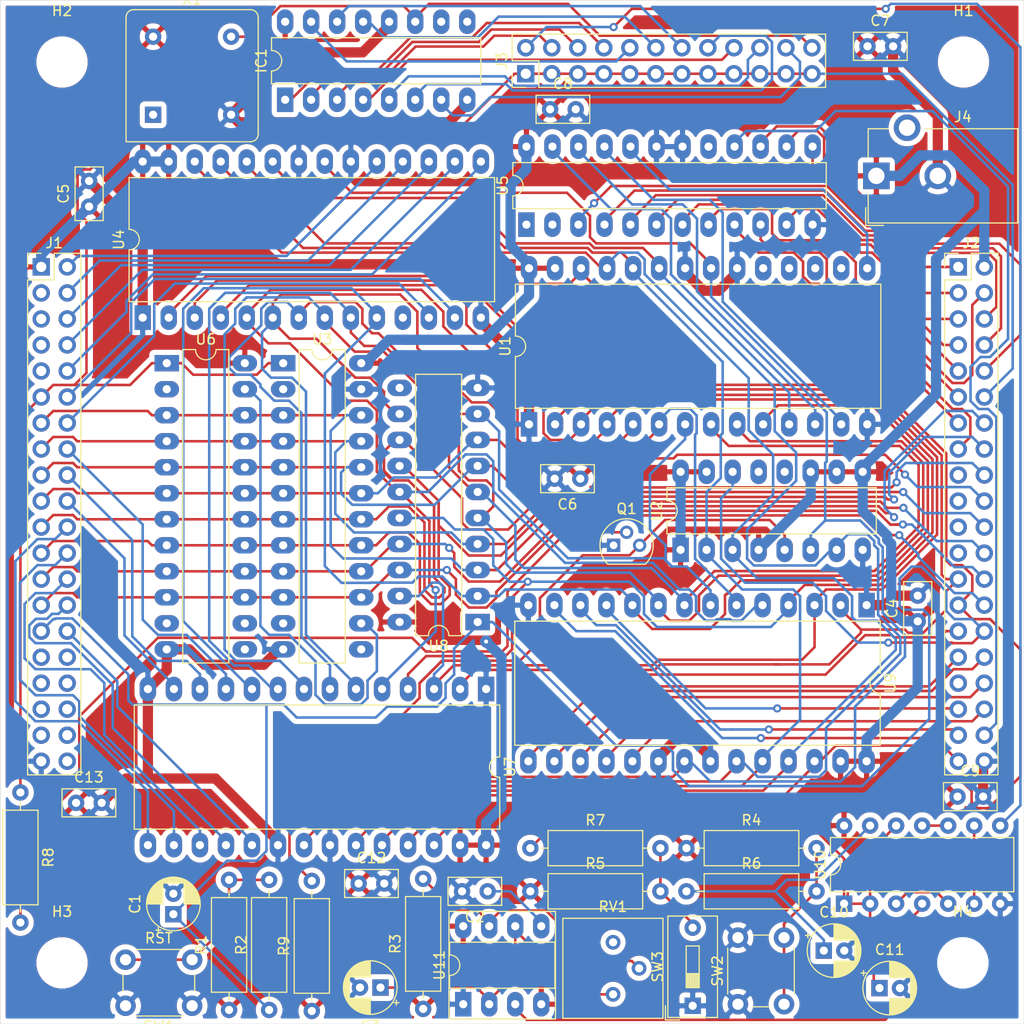
<source format=kicad_pcb>
(kicad_pcb (version 20171130) (host pcbnew 5.1.5+dfsg1-2build2)
  (layers (0 F.Cu signal hide) (31 B.Cu signal hide) (34 B.Paste user) (35 F.Paste user) (36 B.SilkS user) (37 F.SilkS user) (38 B.Mask user) (39 F.Mask user) (44 Edge.Cuts user))
  (net 0 "")
  (net 1 GND)
  (net 2 M_RST)
  (net 3 "Net-(C2-Pad1)")
  (net 4 "Net-(C3-Pad1)")
  (net 5 +5V)
  (net 6 BTN_OUT)
  (net 7 Switch_OUT)
  (net 8 "Net-(IC1-Pad15)")
  (net 9 "Net-(IC1-Pad7)")
  (net 10 "Net-(IC1-Pad14)")
  (net 11 "Net-(IC1-Pad6)")
  (net 12 "Net-(IC1-Pad13)")
  (net 13 "Net-(IC1-Pad5)")
  (net 14 "Net-(IC1-Pad4)")
  (net 15 Crystal_OUT)
  (net 16 "Net-(IC1-Pad3)")
  (net 17 "Net-(IC1-Pad10)")
  (net 18 "Net-(IC1-Pad2)")
  (net 19 "Net-(IC1-Pad9)")
  (net 20 "Net-(IC1-Pad1)")
  (net 21 CU_CtrlLn24)
  (net 22 CU_CtrlLn23)
  (net 23 CU_MuEx_CtrlLn9)
  (net 24 CU_CtrlLn22)
  (net 25 CU_MuEx_CtrlLn8)
  (net 26 CU_CtrlLn21)
  (net 27 CU_MuEx_CtrlLn7)
  (net 28 CU_CtrlLn20)
  (net 29 CU_MuEx_CtrlLn6)
  (net 30 CU_CtrlLn19)
  (net 31 CU_CtrlLn18)
  (net 32 Bus_7)
  (net 33 CU_CtrlLn17)
  (net 34 Bus_6)
  (net 35 CU_CtrlLn16)
  (net 36 Bus_5)
  (net 37 CU_CtrlLn15)
  (net 38 Bus_4)
  (net 39 CU_CtrlLn14)
  (net 40 Bus_3)
  (net 41 CU_CtrlLn13)
  (net 42 Bus_2)
  (net 43 CU_CtrlLn12)
  (net 44 Bus_1)
  (net 45 CU_CtrlLn11)
  (net 46 Bus_0)
  (net 47 CU_CtrlLn10)
  (net 48 CLK_OUT)
  (net 49 CU_CtrlLn9)
  (net 50 CU_MuEx_CtrlLn5)
  (net 51 CU_CtrlLn8)
  (net 52 CU_MuEx_CtrlLn4)
  (net 53 CU_CtrlLn7)
  (net 54 CU_MuEx_CtrlLn3)
  (net 55 CU_CtrlLn6)
  (net 56 CU_MuEx_CtrlLn2)
  (net 57 CU_CtrlLn5)
  (net 58 CU_MuEx_CtrlLn14)
  (net 59 CU_MuEx_CtrlLn13)
  (net 60 CU_MuEx_CtrlLn12)
  (net 61 CU_MuEx_CtrlLn11)
  (net 62 CU_MuEx_CtrlLn10)
  (net 63 CU_CtrlLn27)
  (net 64 CU_CtrlLn26)
  (net 65 CU_CtrlLn25)
  (net 66 Debug_CLK_OUT)
  (net 67 "Net-(R1-Pad2)")
  (net 68 "Net-(R3-Pad2)")
  (net 69 "Net-(R4-Pad2)")
  (net 70 "Net-(R5-Pad2)")
  (net 71 "Net-(RV1-Pad3)")
  (net 72 CU_MuExCtrlM_2)
  (net 73 CF)
  (net 74 CU_MuExCtrlM_1)
  (net 75 CU_C0)
  (net 76 CU_MuExCtrlM_0)
  (net 77 CU_C1)
  (net 78 I_0)
  (net 79 CU_C3)
  (net 80 I_1)
  (net 81 I_2)
  (net 82 CU_C2)
  (net 83 I_3)
  (net 84 I_4)
  (net 85 CU_CtrlLn3)
  (net 86 I_5)
  (net 87 CU_CtrlLn2)
  (net 88 I_6)
  (net 89 CU_CtrlLn1)
  (net 90 I_7)
  (net 91 CU_CtrlLn0)
  (net 92 CU_MuExCtrlM_3)
  (net 93 "Net-(U2-Pad13)")
  (net 94 "Net-(U2-Pad12)")
  (net 95 PC_L_CTRL1)
  (net 96 "Net-(U3-Pad14)")
  (net 97 PC_L_CTRL0)
  (net 98 PC_L_OE)
  (net 99 CU_CtrlLn4)
  (net 100 CU_MuEx_CtrlLn15)
  (net 101 CU_MuEx_CtrlLn1)
  (net 102 CU_MuEx_CtrlLn0)
  (net 103 PC_H_CTRL1)
  (net 104 "Net-(U6-Pad14)")
  (net 105 PC_H_CTRL0)
  (net 106 PC_H_OE)
  (net 107 I_Reg_LD)
  (net 108 "Net-(U10-Pad6)")
  (net 109 "Net-(U10-Pad3)")
  (net 110 "Net-(U10-Pad10)")
  (net 111 555_OUT)
  (net 112 "Net-(X1-Pad1)")
  (net 113 "Net-(J1-Pad40)")
  (net 114 "Net-(J1-Pad38)")
  (net 115 "Net-(J1-Pad36)")
  (net 116 "Net-(J1-Pad34)")
  (net 117 "Net-(J1-Pad32)")
  (net 118 "Net-(J2-Pad33)")
  (net 119 "Net-(J2-Pad23)")
  (net 120 "Net-(J2-Pad21)")
  (net 121 "Net-(J2-Pad19)")
  (net 122 "Net-(J2-Pad17)")
  (net 123 "Net-(J1-Pad37)")
  (net 124 "Net-(J1-Pad35)")
  (net 125 "Net-(J1-Pad33)")
  (net 126 "Net-(J1-Pad31)")
  (net 127 "Net-(J1-Pad9)")
  (net 128 "Net-(J1-Pad7)")
  (net 129 "Net-(J1-Pad5)")
  (net 130 "Net-(J1-Pad3)")
  (net 131 "Net-(Q1-Pad3)")
  (net 132 "Net-(Q1-Pad2)")
  (net 133 EF)
  (module Resistor_THT:R_Axial_DIN0309_L9.0mm_D3.2mm_P12.70mm_Horizontal (layer F.Cu) (at 49.276 117.856 90)
    (fp_text reference R9 (at 6.35 -2.72 90) (layer F.SilkS))
    (fp_text value 1k)
    (pad 2 thru_hole oval (at 12.7 0 90) (size 1.6 1.6) (drill 0.8) (layers *.Cu *.Mask) (net 131 "Net-(Q1-Pad3)"))
    (pad 1 thru_hole circle (at 0 0 90) (size 1.6 1.6) (drill 0.8) (layers *.Cu *.Mask) (net 5 +5V))
  )
  (module Resistor_THT:R_Axial_DIN0309_L9.0mm_D3.2mm_P12.70mm_Horizontal (layer F.Cu) (at 20.828 96.52 270)
    (fp_text reference R8 (at 6.35 -2.72 90) (layer F.SilkS))
    (fp_text value 10k)
    (pad 2 thru_hole oval (at 12.7 0 270) (size 1.6 1.6) (drill 0.8) (layers *.Cu *.Mask) (net 132 "Net-(Q1-Pad2)"))
    (pad 1 thru_hole circle (at 0 0 270) (size 1.6 1.6) (drill 0.8) (layers *.Cu *.Mask) (net 48 CLK_OUT))
  )
  (module Package_TO_SOT_THT:TO-92 (layer F.Cu) (at 78.74 72.39)
    (fp_text reference Q1 (at 1.27 -3.56) (layer F.SilkS))
    (fp_text value 2N2222)
    (pad 1 thru_hole rect (at 0 0 90) (size 1.3 1.3) (drill 0.75) (layers *.Cu *.Mask) (net 1 GND))
    (pad 3 thru_hole circle (at 2.54 0 90) (size 1.3 1.3) (drill 0.75) (layers *.Cu *.Mask) (net 131 "Net-(Q1-Pad3)"))
    (pad 2 thru_hole circle (at 1.27 -1.27 90) (size 1.3 1.3) (drill 0.75) (layers *.Cu *.Mask) (net 132 "Net-(Q1-Pad2)"))
  )
  (module Package_DIP:DIP-28_W15.24mm_LongPads (layer F.Cu) (at 103.4415 78.232 270)
    (fp_text reference U9 (at 7.62 -2.33 90) (layer F.SilkS))
    (fp_text value 28C256)
    (pad 28 thru_hole oval (at 15.24 0 270) (size 2.4 1.6) (drill 0.8) (layers *.Cu *.Mask) (net 5 +5V))
    (pad 14 thru_hole oval (at 0 33.02 270) (size 2.4 1.6) (drill 0.8) (layers *.Cu *.Mask) (net 1 GND))
    (pad 27 thru_hole oval (at 15.24 2.54 270) (size 2.4 1.6) (drill 0.8) (layers *.Cu *.Mask) (net 5 +5V))
    (pad 13 thru_hole oval (at 0 30.48 270) (size 2.4 1.6) (drill 0.8) (layers *.Cu *.Mask) (net 24 CU_CtrlLn22))
    (pad 26 thru_hole oval (at 15.24 5.08 270) (size 2.4 1.6) (drill 0.8) (layers *.Cu *.Mask) (net 73 CF))
    (pad 12 thru_hole oval (at 0 27.94 270) (size 2.4 1.6) (drill 0.8) (layers *.Cu *.Mask) (net 26 CU_CtrlLn21))
    (pad 25 thru_hole oval (at 15.24 7.62 270) (size 2.4 1.6) (drill 0.8) (layers *.Cu *.Mask) (net 75 CU_C0))
    (pad 11 thru_hole oval (at 0 25.4 270) (size 2.4 1.6) (drill 0.8) (layers *.Cu *.Mask) (net 28 CU_CtrlLn20))
    (pad 24 thru_hole oval (at 15.24 10.16 270) (size 2.4 1.6) (drill 0.8) (layers *.Cu *.Mask) (net 77 CU_C1))
    (pad 10 thru_hole oval (at 0 22.86 270) (size 2.4 1.6) (drill 0.8) (layers *.Cu *.Mask) (net 78 I_0))
    (pad 23 thru_hole oval (at 15.24 12.7 270) (size 2.4 1.6) (drill 0.8) (layers *.Cu *.Mask) (net 79 CU_C3))
    (pad 9 thru_hole oval (at 0 20.32 270) (size 2.4 1.6) (drill 0.8) (layers *.Cu *.Mask) (net 80 I_1))
    (pad 22 thru_hole oval (at 15.24 15.24 270) (size 2.4 1.6) (drill 0.8) (layers *.Cu *.Mask) (net 1 GND))
    (pad 8 thru_hole oval (at 0 17.78 270) (size 2.4 1.6) (drill 0.8) (layers *.Cu *.Mask) (net 81 I_2))
    (pad 21 thru_hole oval (at 15.24 17.78 270) (size 2.4 1.6) (drill 0.8) (layers *.Cu *.Mask) (net 82 CU_C2))
    (pad 7 thru_hole oval (at 0 15.24 270) (size 2.4 1.6) (drill 0.8) (layers *.Cu *.Mask) (net 83 I_3))
    (pad 20 thru_hole oval (at 15.24 20.32 270) (size 2.4 1.6) (drill 0.8) (layers *.Cu *.Mask) (net 1 GND))
    (pad 6 thru_hole oval (at 0 12.7 270) (size 2.4 1.6) (drill 0.8) (layers *.Cu *.Mask) (net 84 I_4))
    (pad 19 thru_hole oval (at 15.24 22.86 270) (size 2.4 1.6) (drill 0.8) (layers *.Cu *.Mask) (net 63 CU_CtrlLn27))
    (pad 5 thru_hole oval (at 0 10.16 270) (size 2.4 1.6) (drill 0.8) (layers *.Cu *.Mask) (net 86 I_5))
    (pad 18 thru_hole oval (at 15.24 25.4 270) (size 2.4 1.6) (drill 0.8) (layers *.Cu *.Mask) (net 64 CU_CtrlLn26))
    (pad 4 thru_hole oval (at 0 7.62 270) (size 2.4 1.6) (drill 0.8) (layers *.Cu *.Mask) (net 88 I_6))
    (pad 17 thru_hole oval (at 15.24 27.94 270) (size 2.4 1.6) (drill 0.8) (layers *.Cu *.Mask) (net 65 CU_CtrlLn25))
    (pad 3 thru_hole oval (at 0 5.08 270) (size 2.4 1.6) (drill 0.8) (layers *.Cu *.Mask) (net 90 I_7))
    (pad 16 thru_hole oval (at 15.24 30.48 270) (size 2.4 1.6) (drill 0.8) (layers *.Cu *.Mask) (net 21 CU_CtrlLn24))
    (pad 2 thru_hole oval (at 0 2.54 270) (size 2.4 1.6) (drill 0.8) (layers *.Cu *.Mask) (net 133 EF))
    (pad 15 thru_hole oval (at 15.24 33.02 270) (size 2.4 1.6) (drill 0.8) (layers *.Cu *.Mask) (net 22 CU_CtrlLn23))
    (pad 1 thru_hole rect (at 0 0 270) (size 2.4 1.6) (drill 0.8) (layers *.Cu *.Mask) (net 1 GND))
  )
  (module Package_DIP:DIP-24_W7.62mm_LongPads (layer F.Cu) (at 70.231 41.0845 90)
    (fp_text reference U5 (at 3.81 -2.33 90) (layer F.SilkS))
    (fp_text value 74154)
    (pad 24 thru_hole oval (at 7.62 0 90) (size 2.4 1.6) (drill 0.8) (layers *.Cu *.Mask) (net 5 +5V))
    (pad 12 thru_hole oval (at 0 27.94 90) (size 2.4 1.6) (drill 0.8) (layers *.Cu *.Mask) (net 1 GND))
    (pad 23 thru_hole oval (at 7.62 2.54 90) (size 2.4 1.6) (drill 0.8) (layers *.Cu *.Mask) (net 76 CU_MuExCtrlM_0))
    (pad 11 thru_hole oval (at 0 25.4 90) (size 2.4 1.6) (drill 0.8) (layers *.Cu *.Mask) (net 62 CU_MuEx_CtrlLn10))
    (pad 22 thru_hole oval (at 7.62 5.08 90) (size 2.4 1.6) (drill 0.8) (layers *.Cu *.Mask) (net 74 CU_MuExCtrlM_1))
    (pad 10 thru_hole oval (at 0 22.86 90) (size 2.4 1.6) (drill 0.8) (layers *.Cu *.Mask) (net 23 CU_MuEx_CtrlLn9))
    (pad 21 thru_hole oval (at 7.62 7.62 90) (size 2.4 1.6) (drill 0.8) (layers *.Cu *.Mask) (net 72 CU_MuExCtrlM_2))
    (pad 9 thru_hole oval (at 0 20.32 90) (size 2.4 1.6) (drill 0.8) (layers *.Cu *.Mask) (net 25 CU_MuEx_CtrlLn8))
    (pad 20 thru_hole oval (at 7.62 10.16 90) (size 2.4 1.6) (drill 0.8) (layers *.Cu *.Mask) (net 92 CU_MuExCtrlM_3))
    (pad 8 thru_hole oval (at 0 17.78 90) (size 2.4 1.6) (drill 0.8) (layers *.Cu *.Mask) (net 27 CU_MuEx_CtrlLn7))
    (pad 19 thru_hole oval (at 7.62 12.7 90) (size 2.4 1.6) (drill 0.8) (layers *.Cu *.Mask) (net 1 GND))
    (pad 7 thru_hole oval (at 0 15.24 90) (size 2.4 1.6) (drill 0.8) (layers *.Cu *.Mask) (net 29 CU_MuEx_CtrlLn6))
    (pad 18 thru_hole oval (at 7.62 15.24 90) (size 2.4 1.6) (drill 0.8) (layers *.Cu *.Mask) (net 1 GND))
    (pad 6 thru_hole oval (at 0 12.7 90) (size 2.4 1.6) (drill 0.8) (layers *.Cu *.Mask) (net 50 CU_MuEx_CtrlLn5))
    (pad 17 thru_hole oval (at 7.62 17.78 90) (size 2.4 1.6) (drill 0.8) (layers *.Cu *.Mask) (net 100 CU_MuEx_CtrlLn15))
    (pad 5 thru_hole oval (at 0 10.16 90) (size 2.4 1.6) (drill 0.8) (layers *.Cu *.Mask) (net 52 CU_MuEx_CtrlLn4))
    (pad 16 thru_hole oval (at 7.62 20.32 90) (size 2.4 1.6) (drill 0.8) (layers *.Cu *.Mask) (net 58 CU_MuEx_CtrlLn14))
    (pad 4 thru_hole oval (at 0 7.62 90) (size 2.4 1.6) (drill 0.8) (layers *.Cu *.Mask) (net 54 CU_MuEx_CtrlLn3))
    (pad 15 thru_hole oval (at 7.62 22.86 90) (size 2.4 1.6) (drill 0.8) (layers *.Cu *.Mask) (net 59 CU_MuEx_CtrlLn13))
    (pad 3 thru_hole oval (at 0 5.08 90) (size 2.4 1.6) (drill 0.8) (layers *.Cu *.Mask) (net 56 CU_MuEx_CtrlLn2))
    (pad 14 thru_hole oval (at 7.62 25.4 90) (size 2.4 1.6) (drill 0.8) (layers *.Cu *.Mask) (net 60 CU_MuEx_CtrlLn12))
    (pad 2 thru_hole oval (at 0 2.54 90) (size 2.4 1.6) (drill 0.8) (layers *.Cu *.Mask) (net 101 CU_MuEx_CtrlLn1))
    (pad 13 thru_hole oval (at 7.62 27.94 90) (size 2.4 1.6) (drill 0.8) (layers *.Cu *.Mask) (net 61 CU_MuEx_CtrlLn11))
    (pad 1 thru_hole rect (at 0 0 90) (size 2.4 1.6) (drill 0.8) (layers *.Cu *.Mask) (net 102 CU_MuEx_CtrlLn0))
  )
  (module Package_DIP:DIP-8_W7.62mm_Socket_LongPads (layer F.Cu) (at 64.0588 117.1956 90)
    (fp_text reference U11 (at 3.81 -2.33 90) (layer F.SilkS))
    (fp_text value NE555)
    (pad 8 thru_hole oval (at 7.62 0 90) (size 2.4 1.6) (drill 0.8) (layers *.Cu *.Mask) (net 5 +5V))
    (pad 4 thru_hole oval (at 0 7.62 90) (size 2.4 1.6) (drill 0.8) (layers *.Cu *.Mask) (net 5 +5V))
    (pad 7 thru_hole oval (at 7.62 2.54 90) (size 2.4 1.6) (drill 0.8) (layers *.Cu *.Mask) (net 68 "Net-(R3-Pad2)"))
    (pad 3 thru_hole oval (at 0 5.08 90) (size 2.4 1.6) (drill 0.8) (layers *.Cu *.Mask) (net 111 555_OUT))
    (pad 6 thru_hole oval (at 7.62 5.08 90) (size 2.4 1.6) (drill 0.8) (layers *.Cu *.Mask) (net 4 "Net-(C3-Pad1)"))
    (pad 2 thru_hole oval (at 0 2.54 90) (size 2.4 1.6) (drill 0.8) (layers *.Cu *.Mask) (net 4 "Net-(C3-Pad1)"))
    (pad 5 thru_hole oval (at 7.62 7.62 90) (size 2.4 1.6) (drill 0.8) (layers *.Cu *.Mask) (net 3 "Net-(C2-Pad1)"))
    (pad 1 thru_hole rect (at 0 0 90) (size 2.4 1.6) (drill 0.8) (layers *.Cu *.Mask) (net 1 GND))
  )
  (module Package_DIP:DIP-20_W7.62mm_LongPads (layer F.Cu) (at 65.4685 79.883 180)
    (fp_text reference U8 (at 3.81 -2.33) (layer F.SilkS))
    (fp_text value 74HCT273)
    (pad 20 thru_hole oval (at 7.62 0 180) (size 2.4 1.6) (drill 0.8) (layers *.Cu *.Mask) (net 5 +5V))
    (pad 10 thru_hole oval (at 0 22.86 180) (size 2.4 1.6) (drill 0.8) (layers *.Cu *.Mask) (net 1 GND))
    (pad 19 thru_hole oval (at 7.62 2.54 180) (size 2.4 1.6) (drill 0.8) (layers *.Cu *.Mask) (net 90 I_7))
    (pad 9 thru_hole oval (at 0 20.32 180) (size 2.4 1.6) (drill 0.8) (layers *.Cu *.Mask) (net 83 I_3))
    (pad 18 thru_hole oval (at 7.62 5.08 180) (size 2.4 1.6) (drill 0.8) (layers *.Cu *.Mask) (net 32 Bus_7))
    (pad 8 thru_hole oval (at 0 17.78 180) (size 2.4 1.6) (drill 0.8) (layers *.Cu *.Mask) (net 40 Bus_3))
    (pad 17 thru_hole oval (at 7.62 7.62 180) (size 2.4 1.6) (drill 0.8) (layers *.Cu *.Mask) (net 34 Bus_6))
    (pad 7 thru_hole oval (at 0 15.24 180) (size 2.4 1.6) (drill 0.8) (layers *.Cu *.Mask) (net 42 Bus_2))
    (pad 16 thru_hole oval (at 7.62 10.16 180) (size 2.4 1.6) (drill 0.8) (layers *.Cu *.Mask) (net 88 I_6))
    (pad 6 thru_hole oval (at 0 12.7 180) (size 2.4 1.6) (drill 0.8) (layers *.Cu *.Mask) (net 81 I_2))
    (pad 15 thru_hole oval (at 7.62 12.7 180) (size 2.4 1.6) (drill 0.8) (layers *.Cu *.Mask) (net 86 I_5))
    (pad 5 thru_hole oval (at 0 10.16 180) (size 2.4 1.6) (drill 0.8) (layers *.Cu *.Mask) (net 80 I_1))
    (pad 14 thru_hole oval (at 7.62 15.24 180) (size 2.4 1.6) (drill 0.8) (layers *.Cu *.Mask) (net 36 Bus_5))
    (pad 4 thru_hole oval (at 0 7.62 180) (size 2.4 1.6) (drill 0.8) (layers *.Cu *.Mask) (net 44 Bus_1))
    (pad 13 thru_hole oval (at 7.62 17.78 180) (size 2.4 1.6) (drill 0.8) (layers *.Cu *.Mask) (net 38 Bus_4))
    (pad 3 thru_hole oval (at 0 5.08 180) (size 2.4 1.6) (drill 0.8) (layers *.Cu *.Mask) (net 46 Bus_0))
    (pad 12 thru_hole oval (at 7.62 20.32 180) (size 2.4 1.6) (drill 0.8) (layers *.Cu *.Mask) (net 84 I_4))
    (pad 2 thru_hole oval (at 0 2.54 180) (size 2.4 1.6) (drill 0.8) (layers *.Cu *.Mask) (net 78 I_0))
    (pad 11 thru_hole oval (at 7.62 22.86 180) (size 2.4 1.6) (drill 0.8) (layers *.Cu *.Mask) (net 107 I_Reg_LD))
    (pad 1 thru_hole rect (at 0 0 180) (size 2.4 1.6) (drill 0.8) (layers *.Cu *.Mask) (net 2 M_RST))
  )
  (module Oscillator:Oscillator_DIP-8 (layer F.Cu) (at 33.782 30.353)
    (fp_text reference X1 (at 3.81 -11.26) (layer F.SilkS))
    (fp_text value SG-8002DC)
    (pad 4 thru_hole circle (at 7.62 0) (size 1.6 1.6) (drill 0.8) (layers *.Cu *.Mask) (net 1 GND))
    (pad 5 thru_hole circle (at 7.62 -7.62) (size 1.6 1.6) (drill 0.8) (layers *.Cu *.Mask) (net 15 Crystal_OUT))
    (pad 8 thru_hole circle (at 0 -7.62) (size 1.6 1.6) (drill 0.8) (layers *.Cu *.Mask) (net 5 +5V))
    (pad 1 thru_hole rect (at 0 0) (size 1.6 1.6) (drill 0.8) (layers *.Cu *.Mask) (net 112 "Net-(X1-Pad1)"))
  )
  (module Package_DIP:DIP-14_W7.62mm (layer F.Cu) (at 101.2444 107.3785 90)
    (fp_text reference U10 (at 3.81 -2.33 90) (layer F.SilkS))
    (fp_text value 7400)
    (pad 14 thru_hole oval (at 7.62 0 90) (size 1.6 1.6) (drill 0.8) (layers *.Cu *.Mask) (net 5 +5V))
    (pad 7 thru_hole oval (at 0 15.24 90) (size 1.6 1.6) (drill 0.8) (layers *.Cu *.Mask) (net 1 GND))
    (pad 13 thru_hole oval (at 7.62 2.54 90) (size 1.6 1.6) (drill 0.8) (layers *.Cu *.Mask) (net 6 BTN_OUT))
    (pad 6 thru_hole oval (at 0 12.7 90) (size 1.6 1.6) (drill 0.8) (layers *.Cu *.Mask) (net 108 "Net-(U10-Pad6)"))
    (pad 12 thru_hole oval (at 7.62 5.08 90) (size 1.6 1.6) (drill 0.8) (layers *.Cu *.Mask) (net 7 Switch_OUT))
    (pad 5 thru_hole oval (at 0 10.16 90) (size 1.6 1.6) (drill 0.8) (layers *.Cu *.Mask) (net 109 "Net-(U10-Pad3)"))
    (pad 11 thru_hole oval (at 7.62 7.62 90) (size 1.6 1.6) (drill 0.8) (layers *.Cu *.Mask) (net 110 "Net-(U10-Pad10)"))
    (pad 4 thru_hole oval (at 0 7.62 90) (size 1.6 1.6) (drill 0.8) (layers *.Cu *.Mask) (net 111 555_OUT))
    (pad 10 thru_hole oval (at 7.62 10.16 90) (size 1.6 1.6) (drill 0.8) (layers *.Cu *.Mask) (net 110 "Net-(U10-Pad10)"))
    (pad 3 thru_hole oval (at 0 5.08 90) (size 1.6 1.6) (drill 0.8) (layers *.Cu *.Mask) (net 109 "Net-(U10-Pad3)"))
    (pad 9 thru_hole oval (at 7.62 12.7 90) (size 1.6 1.6) (drill 0.8) (layers *.Cu *.Mask) (net 108 "Net-(U10-Pad6)"))
    (pad 2 thru_hole oval (at 0 2.54 90) (size 1.6 1.6) (drill 0.8) (layers *.Cu *.Mask) (net 7 Switch_OUT))
    (pad 8 thru_hole oval (at 7.62 15.24 90) (size 1.6 1.6) (drill 0.8) (layers *.Cu *.Mask) (net 66 Debug_CLK_OUT))
    (pad 1 thru_hole rect (at 0 0 90) (size 1.6 1.6) (drill 0.8) (layers *.Cu *.Mask) (net 7 Switch_OUT))
  )
  (module Package_DIP:DIP-28_W15.24mm_LongPads (layer F.Cu) (at 66.294 86.4235 270)
    (fp_text reference U7 (at 7.62 -2.33 90) (layer F.SilkS))
    (fp_text value 28C256)
    (pad 28 thru_hole oval (at 15.24 0 270) (size 2.4 1.6) (drill 0.8) (layers *.Cu *.Mask) (net 5 +5V))
    (pad 14 thru_hole oval (at 0 33.02 270) (size 2.4 1.6) (drill 0.8) (layers *.Cu *.Mask) (net 1 GND))
    (pad 27 thru_hole oval (at 15.24 2.54 270) (size 2.4 1.6) (drill 0.8) (layers *.Cu *.Mask) (net 5 +5V))
    (pad 13 thru_hole oval (at 0 30.48 270) (size 2.4 1.6) (drill 0.8) (layers *.Cu *.Mask) (net 39 CU_CtrlLn14))
    (pad 26 thru_hole oval (at 15.24 5.08 270) (size 2.4 1.6) (drill 0.8) (layers *.Cu *.Mask) (net 73 CF))
    (pad 12 thru_hole oval (at 0 27.94 270) (size 2.4 1.6) (drill 0.8) (layers *.Cu *.Mask) (net 41 CU_CtrlLn13))
    (pad 25 thru_hole oval (at 15.24 7.62 270) (size 2.4 1.6) (drill 0.8) (layers *.Cu *.Mask) (net 75 CU_C0))
    (pad 11 thru_hole oval (at 0 25.4 270) (size 2.4 1.6) (drill 0.8) (layers *.Cu *.Mask) (net 43 CU_CtrlLn12))
    (pad 24 thru_hole oval (at 15.24 10.16 270) (size 2.4 1.6) (drill 0.8) (layers *.Cu *.Mask) (net 77 CU_C1))
    (pad 10 thru_hole oval (at 0 22.86 270) (size 2.4 1.6) (drill 0.8) (layers *.Cu *.Mask) (net 78 I_0))
    (pad 23 thru_hole oval (at 15.24 12.7 270) (size 2.4 1.6) (drill 0.8) (layers *.Cu *.Mask) (net 79 CU_C3))
    (pad 9 thru_hole oval (at 0 20.32 270) (size 2.4 1.6) (drill 0.8) (layers *.Cu *.Mask) (net 80 I_1))
    (pad 22 thru_hole oval (at 15.24 15.24 270) (size 2.4 1.6) (drill 0.8) (layers *.Cu *.Mask) (net 1 GND))
    (pad 8 thru_hole oval (at 0 17.78 270) (size 2.4 1.6) (drill 0.8) (layers *.Cu *.Mask) (net 81 I_2))
    (pad 21 thru_hole oval (at 15.24 17.78 270) (size 2.4 1.6) (drill 0.8) (layers *.Cu *.Mask) (net 82 CU_C2))
    (pad 7 thru_hole oval (at 0 15.24 270) (size 2.4 1.6) (drill 0.8) (layers *.Cu *.Mask) (net 83 I_3))
    (pad 20 thru_hole oval (at 15.24 20.32 270) (size 2.4 1.6) (drill 0.8) (layers *.Cu *.Mask) (net 1 GND))
    (pad 6 thru_hole oval (at 0 12.7 270) (size 2.4 1.6) (drill 0.8) (layers *.Cu *.Mask) (net 84 I_4))
    (pad 19 thru_hole oval (at 15.24 22.86 270) (size 2.4 1.6) (drill 0.8) (layers *.Cu *.Mask) (net 30 CU_CtrlLn19))
    (pad 5 thru_hole oval (at 0 10.16 270) (size 2.4 1.6) (drill 0.8) (layers *.Cu *.Mask) (net 86 I_5))
    (pad 18 thru_hole oval (at 15.24 25.4 270) (size 2.4 1.6) (drill 0.8) (layers *.Cu *.Mask) (net 31 CU_CtrlLn18))
    (pad 4 thru_hole oval (at 0 7.62 270) (size 2.4 1.6) (drill 0.8) (layers *.Cu *.Mask) (net 88 I_6))
    (pad 17 thru_hole oval (at 15.24 27.94 270) (size 2.4 1.6) (drill 0.8) (layers *.Cu *.Mask) (net 33 CU_CtrlLn17))
    (pad 3 thru_hole oval (at 0 5.08 270) (size 2.4 1.6) (drill 0.8) (layers *.Cu *.Mask) (net 90 I_7))
    (pad 16 thru_hole oval (at 15.24 30.48 270) (size 2.4 1.6) (drill 0.8) (layers *.Cu *.Mask) (net 35 CU_CtrlLn16))
    (pad 2 thru_hole oval (at 0 2.54 270) (size 2.4 1.6) (drill 0.8) (layers *.Cu *.Mask) (net 133 EF))
    (pad 15 thru_hole oval (at 15.24 33.02 270) (size 2.4 1.6) (drill 0.8) (layers *.Cu *.Mask) (net 37 CU_CtrlLn15))
    (pad 1 thru_hole rect (at 0 0 270) (size 2.4 1.6) (drill 0.8) (layers *.Cu *.Mask) (net 1 GND))
  )
  (module Package_DIP:DIP-24_W7.62mm_LongPads (layer F.Cu) (at 35.1155 54.61)
    (fp_text reference U6 (at 3.81 -2.33) (layer F.SilkS))
    (fp_text value 74461)
    (pad 24 thru_hole oval (at 7.62 0) (size 2.4 1.6) (drill 0.8) (layers *.Cu *.Mask) (net 5 +5V))
    (pad 12 thru_hole oval (at 0 27.94) (size 2.4 1.6) (drill 0.8) (layers *.Cu *.Mask) (net 1 GND))
    (pad 23 thru_hole oval (at 7.62 2.54) (size 2.4 1.6) (drill 0.8) (layers *.Cu *.Mask) (net 96 "Net-(U3-Pad14)"))
    (pad 11 thru_hole oval (at 0 25.4) (size 2.4 1.6) (drill 0.8) (layers *.Cu *.Mask) (net 103 PC_H_CTRL1))
    (pad 22 thru_hole oval (at 7.62 5.08) (size 2.4 1.6) (drill 0.8) (layers *.Cu *.Mask) (net 46 Bus_0))
    (pad 10 thru_hole oval (at 0 22.86) (size 2.4 1.6) (drill 0.8) (layers *.Cu *.Mask) (net 32 Bus_7))
    (pad 21 thru_hole oval (at 7.62 7.62) (size 2.4 1.6) (drill 0.8) (layers *.Cu *.Mask) (net 44 Bus_1))
    (pad 9 thru_hole oval (at 0 20.32) (size 2.4 1.6) (drill 0.8) (layers *.Cu *.Mask) (net 34 Bus_6))
    (pad 20 thru_hole oval (at 7.62 10.16) (size 2.4 1.6) (drill 0.8) (layers *.Cu *.Mask) (net 42 Bus_2))
    (pad 8 thru_hole oval (at 0 17.78) (size 2.4 1.6) (drill 0.8) (layers *.Cu *.Mask) (net 36 Bus_5))
    (pad 19 thru_hole oval (at 7.62 12.7) (size 2.4 1.6) (drill 0.8) (layers *.Cu *.Mask) (net 40 Bus_3))
    (pad 7 thru_hole oval (at 0 15.24) (size 2.4 1.6) (drill 0.8) (layers *.Cu *.Mask) (net 38 Bus_4))
    (pad 18 thru_hole oval (at 7.62 15.24) (size 2.4 1.6) (drill 0.8) (layers *.Cu *.Mask) (net 38 Bus_4))
    (pad 6 thru_hole oval (at 0 12.7) (size 2.4 1.6) (drill 0.8) (layers *.Cu *.Mask) (net 40 Bus_3))
    (pad 17 thru_hole oval (at 7.62 17.78) (size 2.4 1.6) (drill 0.8) (layers *.Cu *.Mask) (net 36 Bus_5))
    (pad 5 thru_hole oval (at 0 10.16) (size 2.4 1.6) (drill 0.8) (layers *.Cu *.Mask) (net 42 Bus_2))
    (pad 16 thru_hole oval (at 7.62 20.32) (size 2.4 1.6) (drill 0.8) (layers *.Cu *.Mask) (net 34 Bus_6))
    (pad 4 thru_hole oval (at 0 7.62) (size 2.4 1.6) (drill 0.8) (layers *.Cu *.Mask) (net 44 Bus_1))
    (pad 15 thru_hole oval (at 7.62 22.86) (size 2.4 1.6) (drill 0.8) (layers *.Cu *.Mask) (net 32 Bus_7))
    (pad 3 thru_hole oval (at 0 5.08) (size 2.4 1.6) (drill 0.8) (layers *.Cu *.Mask) (net 46 Bus_0))
    (pad 14 thru_hole oval (at 7.62 25.4) (size 2.4 1.6) (drill 0.8) (layers *.Cu *.Mask) (net 104 "Net-(U6-Pad14)"))
    (pad 2 thru_hole oval (at 0 2.54) (size 2.4 1.6) (drill 0.8) (layers *.Cu *.Mask) (net 105 PC_H_CTRL0))
    (pad 13 thru_hole oval (at 7.62 27.94) (size 2.4 1.6) (drill 0.8) (layers *.Cu *.Mask) (net 106 PC_H_OE))
    (pad 1 thru_hole rect (at 0 0) (size 2.4 1.6) (drill 0.8) (layers *.Cu *.Mask) (net 48 CLK_OUT))
  )
  (module Package_DIP:DIP-28_W15.24mm_LongPads (layer F.Cu) (at 32.766 50.165 90)
    (fp_text reference U4 (at 7.62 -2.33 90) (layer F.SilkS))
    (fp_text value 28C256)
    (pad 28 thru_hole oval (at 15.24 0 90) (size 2.4 1.6) (drill 0.8) (layers *.Cu *.Mask) (net 5 +5V))
    (pad 14 thru_hole oval (at 0 33.02 90) (size 2.4 1.6) (drill 0.8) (layers *.Cu *.Mask) (net 1 GND))
    (pad 27 thru_hole oval (at 15.24 2.54 90) (size 2.4 1.6) (drill 0.8) (layers *.Cu *.Mask) (net 5 +5V))
    (pad 13 thru_hole oval (at 0 30.48 90) (size 2.4 1.6) (drill 0.8) (layers *.Cu *.Mask) (net 55 CU_CtrlLn6))
    (pad 26 thru_hole oval (at 15.24 5.08 90) (size 2.4 1.6) (drill 0.8) (layers *.Cu *.Mask) (net 73 CF))
    (pad 12 thru_hole oval (at 0 27.94 90) (size 2.4 1.6) (drill 0.8) (layers *.Cu *.Mask) (net 57 CU_CtrlLn5))
    (pad 25 thru_hole oval (at 15.24 7.62 90) (size 2.4 1.6) (drill 0.8) (layers *.Cu *.Mask) (net 75 CU_C0))
    (pad 11 thru_hole oval (at 0 25.4 90) (size 2.4 1.6) (drill 0.8) (layers *.Cu *.Mask) (net 99 CU_CtrlLn4))
    (pad 24 thru_hole oval (at 15.24 10.16 90) (size 2.4 1.6) (drill 0.8) (layers *.Cu *.Mask) (net 77 CU_C1))
    (pad 10 thru_hole oval (at 0 22.86 90) (size 2.4 1.6) (drill 0.8) (layers *.Cu *.Mask) (net 78 I_0))
    (pad 23 thru_hole oval (at 15.24 12.7 90) (size 2.4 1.6) (drill 0.8) (layers *.Cu *.Mask) (net 79 CU_C3))
    (pad 9 thru_hole oval (at 0 20.32 90) (size 2.4 1.6) (drill 0.8) (layers *.Cu *.Mask) (net 80 I_1))
    (pad 22 thru_hole oval (at 15.24 15.24 90) (size 2.4 1.6) (drill 0.8) (layers *.Cu *.Mask) (net 1 GND))
    (pad 8 thru_hole oval (at 0 17.78 90) (size 2.4 1.6) (drill 0.8) (layers *.Cu *.Mask) (net 81 I_2))
    (pad 21 thru_hole oval (at 15.24 17.78 90) (size 2.4 1.6) (drill 0.8) (layers *.Cu *.Mask) (net 82 CU_C2))
    (pad 7 thru_hole oval (at 0 15.24 90) (size 2.4 1.6) (drill 0.8) (layers *.Cu *.Mask) (net 83 I_3))
    (pad 20 thru_hole oval (at 15.24 20.32 90) (size 2.4 1.6) (drill 0.8) (layers *.Cu *.Mask) (net 1 GND))
    (pad 6 thru_hole oval (at 0 12.7 90) (size 2.4 1.6) (drill 0.8) (layers *.Cu *.Mask) (net 84 I_4))
    (pad 19 thru_hole oval (at 15.24 22.86 90) (size 2.4 1.6) (drill 0.8) (layers *.Cu *.Mask) (net 45 CU_CtrlLn11))
    (pad 5 thru_hole oval (at 0 10.16 90) (size 2.4 1.6) (drill 0.8) (layers *.Cu *.Mask) (net 86 I_5))
    (pad 18 thru_hole oval (at 15.24 25.4 90) (size 2.4 1.6) (drill 0.8) (layers *.Cu *.Mask) (net 47 CU_CtrlLn10))
    (pad 4 thru_hole oval (at 0 7.62 90) (size 2.4 1.6) (drill 0.8) (layers *.Cu *.Mask) (net 88 I_6))
    (pad 17 thru_hole oval (at 15.24 27.94 90) (size 2.4 1.6) (drill 0.8) (layers *.Cu *.Mask) (net 49 CU_CtrlLn9))
    (pad 3 thru_hole oval (at 0 5.08 90) (size 2.4 1.6) (drill 0.8) (layers *.Cu *.Mask) (net 90 I_7))
    (pad 16 thru_hole oval (at 15.24 30.48 90) (size 2.4 1.6) (drill 0.8) (layers *.Cu *.Mask) (net 51 CU_CtrlLn8))
    (pad 2 thru_hole oval (at 0 2.54 90) (size 2.4 1.6) (drill 0.8) (layers *.Cu *.Mask) (net 133 EF))
    (pad 15 thru_hole oval (at 15.24 33.02 90) (size 2.4 1.6) (drill 0.8) (layers *.Cu *.Mask) (net 53 CU_CtrlLn7))
    (pad 1 thru_hole rect (at 0 0 90) (size 2.4 1.6) (drill 0.8) (layers *.Cu *.Mask) (net 1 GND))
  )
  (module Package_DIP:DIP-24_W7.62mm_LongPads (layer F.Cu) (at 46.482 54.61)
    (fp_text reference U3 (at 3.81 -2.33) (layer F.SilkS))
    (fp_text value 74461)
    (pad 24 thru_hole oval (at 7.62 0) (size 2.4 1.6) (drill 0.8) (layers *.Cu *.Mask) (net 5 +5V))
    (pad 12 thru_hole oval (at 0 27.94) (size 2.4 1.6) (drill 0.8) (layers *.Cu *.Mask) (net 1 GND))
    (pad 23 thru_hole oval (at 7.62 2.54) (size 2.4 1.6) (drill 0.8) (layers *.Cu *.Mask) (net 1 GND))
    (pad 11 thru_hole oval (at 0 25.4) (size 2.4 1.6) (drill 0.8) (layers *.Cu *.Mask) (net 95 PC_L_CTRL1))
    (pad 22 thru_hole oval (at 7.62 5.08) (size 2.4 1.6) (drill 0.8) (layers *.Cu *.Mask) (net 46 Bus_0))
    (pad 10 thru_hole oval (at 0 22.86) (size 2.4 1.6) (drill 0.8) (layers *.Cu *.Mask) (net 32 Bus_7))
    (pad 21 thru_hole oval (at 7.62 7.62) (size 2.4 1.6) (drill 0.8) (layers *.Cu *.Mask) (net 44 Bus_1))
    (pad 9 thru_hole oval (at 0 20.32) (size 2.4 1.6) (drill 0.8) (layers *.Cu *.Mask) (net 34 Bus_6))
    (pad 20 thru_hole oval (at 7.62 10.16) (size 2.4 1.6) (drill 0.8) (layers *.Cu *.Mask) (net 42 Bus_2))
    (pad 8 thru_hole oval (at 0 17.78) (size 2.4 1.6) (drill 0.8) (layers *.Cu *.Mask) (net 36 Bus_5))
    (pad 19 thru_hole oval (at 7.62 12.7) (size 2.4 1.6) (drill 0.8) (layers *.Cu *.Mask) (net 40 Bus_3))
    (pad 7 thru_hole oval (at 0 15.24) (size 2.4 1.6) (drill 0.8) (layers *.Cu *.Mask) (net 38 Bus_4))
    (pad 18 thru_hole oval (at 7.62 15.24) (size 2.4 1.6) (drill 0.8) (layers *.Cu *.Mask) (net 38 Bus_4))
    (pad 6 thru_hole oval (at 0 12.7) (size 2.4 1.6) (drill 0.8) (layers *.Cu *.Mask) (net 40 Bus_3))
    (pad 17 thru_hole oval (at 7.62 17.78) (size 2.4 1.6) (drill 0.8) (layers *.Cu *.Mask) (net 36 Bus_5))
    (pad 5 thru_hole oval (at 0 10.16) (size 2.4 1.6) (drill 0.8) (layers *.Cu *.Mask) (net 42 Bus_2))
    (pad 16 thru_hole oval (at 7.62 20.32) (size 2.4 1.6) (drill 0.8) (layers *.Cu *.Mask) (net 34 Bus_6))
    (pad 4 thru_hole oval (at 0 7.62) (size 2.4 1.6) (drill 0.8) (layers *.Cu *.Mask) (net 44 Bus_1))
    (pad 15 thru_hole oval (at 7.62 22.86) (size 2.4 1.6) (drill 0.8) (layers *.Cu *.Mask) (net 32 Bus_7))
    (pad 3 thru_hole oval (at 0 5.08) (size 2.4 1.6) (drill 0.8) (layers *.Cu *.Mask) (net 46 Bus_0))
    (pad 14 thru_hole oval (at 7.62 25.4) (size 2.4 1.6) (drill 0.8) (layers *.Cu *.Mask) (net 96 "Net-(U3-Pad14)"))
    (pad 2 thru_hole oval (at 0 2.54) (size 2.4 1.6) (drill 0.8) (layers *.Cu *.Mask) (net 97 PC_L_CTRL0))
    (pad 13 thru_hole oval (at 7.62 27.94) (size 2.4 1.6) (drill 0.8) (layers *.Cu *.Mask) (net 98 PC_L_OE))
    (pad 1 thru_hole rect (at 0 0) (size 2.4 1.6) (drill 0.8) (layers *.Cu *.Mask) (net 48 CLK_OUT))
  )
  (module Package_DIP:DIP-16_W7.62mm_LongPads (layer F.Cu) (at 85.2805 72.8345 90)
    (fp_text reference U2 (at 3.81 -2.33 90) (layer F.SilkS))
    (fp_text value 74LS193)
    (pad 16 thru_hole oval (at 7.62 0 90) (size 2.4 1.6) (drill 0.8) (layers *.Cu *.Mask) (net 5 +5V))
    (pad 8 thru_hole oval (at 0 17.78 90) (size 2.4 1.6) (drill 0.8) (layers *.Cu *.Mask) (net 1 GND))
    (pad 15 thru_hole oval (at 7.62 2.54 90) (size 2.4 1.6) (drill 0.8) (layers *.Cu *.Mask) (net 5 +5V))
    (pad 7 thru_hole oval (at 0 15.24 90) (size 2.4 1.6) (drill 0.8) (layers *.Cu *.Mask) (net 79 CU_C3))
    (pad 14 thru_hole oval (at 7.62 5.08 90) (size 2.4 1.6) (drill 0.8) (layers *.Cu *.Mask) (net 2 M_RST))
    (pad 6 thru_hole oval (at 0 12.7 90) (size 2.4 1.6) (drill 0.8) (layers *.Cu *.Mask) (net 82 CU_C2))
    (pad 13 thru_hole oval (at 7.62 7.62 90) (size 2.4 1.6) (drill 0.8) (layers *.Cu *.Mask) (net 93 "Net-(U2-Pad13)"))
    (pad 5 thru_hole oval (at 0 10.16 90) (size 2.4 1.6) (drill 0.8) (layers *.Cu *.Mask) (net 131 "Net-(Q1-Pad3)"))
    (pad 12 thru_hole oval (at 7.62 10.16 90) (size 2.4 1.6) (drill 0.8) (layers *.Cu *.Mask) (net 94 "Net-(U2-Pad12)"))
    (pad 4 thru_hole oval (at 0 7.62 90) (size 2.4 1.6) (drill 0.8) (layers *.Cu *.Mask) (net 5 +5V))
    (pad 11 thru_hole oval (at 7.62 12.7 90) (size 2.4 1.6) (drill 0.8) (layers *.Cu *.Mask) (net 5 +5V))
    (pad 3 thru_hole oval (at 0 5.08 90) (size 2.4 1.6) (drill 0.8) (layers *.Cu *.Mask) (net 75 CU_C0))
    (pad 10 thru_hole oval (at 7.62 15.24 90) (size 2.4 1.6) (drill 0.8) (layers *.Cu *.Mask) (net 5 +5V))
    (pad 2 thru_hole oval (at 0 2.54 90) (size 2.4 1.6) (drill 0.8) (layers *.Cu *.Mask) (net 77 CU_C1))
    (pad 9 thru_hole oval (at 7.62 17.78 90) (size 2.4 1.6) (drill 0.8) (layers *.Cu *.Mask) (net 5 +5V))
    (pad 1 thru_hole rect (at 0 0 90) (size 2.4 1.6) (drill 0.8) (layers *.Cu *.Mask) (net 5 +5V))
  )
  (module Package_DIP:DIP-28_W15.24mm_LongPads (layer F.Cu) (at 70.485 60.579 90)
    (fp_text reference U1 (at 7.62 -2.33 90) (layer F.SilkS))
    (fp_text value 28C256)
    (pad 28 thru_hole oval (at 15.24 0 90) (size 2.4 1.6) (drill 0.8) (layers *.Cu *.Mask) (net 5 +5V))
    (pad 14 thru_hole oval (at 0 33.02 90) (size 2.4 1.6) (drill 0.8) (layers *.Cu *.Mask) (net 1 GND))
    (pad 27 thru_hole oval (at 15.24 2.54 90) (size 2.4 1.6) (drill 0.8) (layers *.Cu *.Mask) (net 5 +5V))
    (pad 13 thru_hole oval (at 0 30.48 90) (size 2.4 1.6) (drill 0.8) (layers *.Cu *.Mask) (net 72 CU_MuExCtrlM_2))
    (pad 26 thru_hole oval (at 15.24 5.08 90) (size 2.4 1.6) (drill 0.8) (layers *.Cu *.Mask) (net 73 CF))
    (pad 12 thru_hole oval (at 0 27.94 90) (size 2.4 1.6) (drill 0.8) (layers *.Cu *.Mask) (net 74 CU_MuExCtrlM_1))
    (pad 25 thru_hole oval (at 15.24 7.62 90) (size 2.4 1.6) (drill 0.8) (layers *.Cu *.Mask) (net 75 CU_C0))
    (pad 11 thru_hole oval (at 0 25.4 90) (size 2.4 1.6) (drill 0.8) (layers *.Cu *.Mask) (net 76 CU_MuExCtrlM_0))
    (pad 24 thru_hole oval (at 15.24 10.16 90) (size 2.4 1.6) (drill 0.8) (layers *.Cu *.Mask) (net 77 CU_C1))
    (pad 10 thru_hole oval (at 0 22.86 90) (size 2.4 1.6) (drill 0.8) (layers *.Cu *.Mask) (net 78 I_0))
    (pad 23 thru_hole oval (at 15.24 12.7 90) (size 2.4 1.6) (drill 0.8) (layers *.Cu *.Mask) (net 79 CU_C3))
    (pad 9 thru_hole oval (at 0 20.32 90) (size 2.4 1.6) (drill 0.8) (layers *.Cu *.Mask) (net 80 I_1))
    (pad 22 thru_hole oval (at 15.24 15.24 90) (size 2.4 1.6) (drill 0.8) (layers *.Cu *.Mask) (net 1 GND))
    (pad 8 thru_hole oval (at 0 17.78 90) (size 2.4 1.6) (drill 0.8) (layers *.Cu *.Mask) (net 81 I_2))
    (pad 21 thru_hole oval (at 15.24 17.78 90) (size 2.4 1.6) (drill 0.8) (layers *.Cu *.Mask) (net 82 CU_C2))
    (pad 7 thru_hole oval (at 0 15.24 90) (size 2.4 1.6) (drill 0.8) (layers *.Cu *.Mask) (net 83 I_3))
    (pad 20 thru_hole oval (at 15.24 20.32 90) (size 2.4 1.6) (drill 0.8) (layers *.Cu *.Mask) (net 1 GND))
    (pad 6 thru_hole oval (at 0 12.7 90) (size 2.4 1.6) (drill 0.8) (layers *.Cu *.Mask) (net 84 I_4))
    (pad 19 thru_hole oval (at 15.24 22.86 90) (size 2.4 1.6) (drill 0.8) (layers *.Cu *.Mask) (net 85 CU_CtrlLn3))
    (pad 5 thru_hole oval (at 0 10.16 90) (size 2.4 1.6) (drill 0.8) (layers *.Cu *.Mask) (net 86 I_5))
    (pad 18 thru_hole oval (at 15.24 25.4 90) (size 2.4 1.6) (drill 0.8) (layers *.Cu *.Mask) (net 87 CU_CtrlLn2))
    (pad 4 thru_hole oval (at 0 7.62 90) (size 2.4 1.6) (drill 0.8) (layers *.Cu *.Mask) (net 88 I_6))
    (pad 17 thru_hole oval (at 15.24 27.94 90) (size 2.4 1.6) (drill 0.8) (layers *.Cu *.Mask) (net 89 CU_CtrlLn1))
    (pad 3 thru_hole oval (at 0 5.08 90) (size 2.4 1.6) (drill 0.8) (layers *.Cu *.Mask) (net 90 I_7))
    (pad 16 thru_hole oval (at 15.24 30.48 90) (size 2.4 1.6) (drill 0.8) (layers *.Cu *.Mask) (net 91 CU_CtrlLn0))
    (pad 2 thru_hole oval (at 0 2.54 90) (size 2.4 1.6) (drill 0.8) (layers *.Cu *.Mask) (net 133 EF))
    (pad 15 thru_hole oval (at 15.24 33.02 90) (size 2.4 1.6) (drill 0.8) (layers *.Cu *.Mask) (net 92 CU_MuExCtrlM_3))
    (pad 1 thru_hole rect (at 0 0 90) (size 2.4 1.6) (drill 0.8) (layers *.Cu *.Mask) (net 1 GND))
  )
  (module Button_Switch_THT:SW_DIP_SPSTx01_Slide_9.78x4.72mm_W7.62mm_P2.54mm (layer F.Cu) (at 86.4616 117.348 90)
    (fp_text reference SW3 (at 3.81 -3.42 90) (layer F.SilkS))
    (fp_text value SW_DIP_x01)
    (pad 2 thru_hole oval (at 7.62 0 90) (size 1.6 1.6) (drill 0.8) (layers *.Cu *.Mask) (net 70 "Net-(R5-Pad2)"))
    (pad 1 thru_hole rect (at 0 0 90) (size 1.6 1.6) (drill 0.8) (layers *.Cu *.Mask) (net 1 GND))
  )
  (module Button_Switch_THT:SW_PUSH_6mm (layer F.Cu) (at 90.8812 117.1956 90)
    (fp_text reference SW2 (at 3.25 -2 90) (layer F.SilkS))
    (fp_text value SW_Push)
    (pad 1 thru_hole circle (at 6.5 0 180) (size 2 2) (drill 1.1) (layers *.Cu *.Mask) (net 1 GND))
    (pad 2 thru_hole circle (at 6.5 4.5 180) (size 2 2) (drill 1.1) (layers *.Cu *.Mask) (net 69 "Net-(R4-Pad2)"))
    (pad 1 thru_hole circle (at 0 0 180) (size 2 2) (drill 1.1) (layers *.Cu *.Mask) (net 1 GND))
    (pad 2 thru_hole circle (at 0 4.5 180) (size 2 2) (drill 1.1) (layers *.Cu *.Mask) (net 69 "Net-(R4-Pad2)"))
  )
  (module Button_Switch_THT:SW_PUSH_6mm (layer F.Cu) (at 37.592 117.348 180)
    (fp_text reference SW1 (at 3.25 -2) (layer F.SilkS))
    (fp_text value SW_Push)
    (pad 1 thru_hole circle (at 6.5 0 270) (size 2 2) (drill 1.1) (layers *.Cu *.Mask) (net 1 GND))
    (pad 2 thru_hole circle (at 6.5 4.5 270) (size 2 2) (drill 1.1) (layers *.Cu *.Mask) (net 67 "Net-(R1-Pad2)"))
    (pad 1 thru_hole circle (at 0 0 270) (size 2 2) (drill 1.1) (layers *.Cu *.Mask) (net 1 GND))
    (pad 2 thru_hole circle (at 0 4.5 270) (size 2 2) (drill 1.1) (layers *.Cu *.Mask) (net 67 "Net-(R1-Pad2)"))
  )
  (module Potentiometer_THT:Potentiometer_Bourns_3386P_Vertical (layer F.Cu) (at 78.6892 116.2304)
    (fp_text reference RV1 (at -0.015 -8.555) (layer F.SilkS))
    (fp_text value 200k)
    (pad 1 thru_hole circle (at 0 0) (size 1.44 1.44) (drill 0.8) (layers *.Cu *.Mask) (net 4 "Net-(C3-Pad1)"))
    (pad 2 thru_hole circle (at 2.54 -2.54) (size 1.44 1.44) (drill 0.8) (layers *.Cu *.Mask) (net 68 "Net-(R3-Pad2)"))
    (pad 3 thru_hole circle (at 0 -5.08) (size 1.44 1.44) (drill 0.8) (layers *.Cu *.Mask) (net 71 "Net-(RV1-Pad3)"))
  )
  (module Resistor_THT:R_Axial_DIN0309_L9.0mm_D3.2mm_P12.70mm_Horizontal (layer F.Cu) (at 70.612 101.9556)
    (fp_text reference R7 (at 6.35 -2.72) (layer F.SilkS))
    (fp_text value 1k)
    (pad 2 thru_hole oval (at 12.7 0) (size 1.6 1.6) (drill 0.8) (layers *.Cu *.Mask) (net 70 "Net-(R5-Pad2)"))
    (pad 1 thru_hole circle (at 0 0) (size 1.6 1.6) (drill 0.8) (layers *.Cu *.Mask) (net 7 Switch_OUT))
  )
  (module Resistor_THT:R_Axial_DIN0309_L9.0mm_D3.2mm_P12.70mm_Horizontal (layer F.Cu) (at 85.852 106.172)
    (fp_text reference R6 (at 6.35 -2.72) (layer F.SilkS))
    (fp_text value 1k)
    (pad 2 thru_hole oval (at 12.7 0) (size 1.6 1.6) (drill 0.8) (layers *.Cu *.Mask) (net 69 "Net-(R4-Pad2)"))
    (pad 1 thru_hole circle (at 0 0) (size 1.6 1.6) (drill 0.8) (layers *.Cu *.Mask) (net 6 BTN_OUT))
  )
  (module Resistor_THT:R_Axial_DIN0309_L9.0mm_D3.2mm_P12.70mm_Horizontal (layer F.Cu) (at 70.612 106.172)
    (fp_text reference R5 (at 6.35 -2.72) (layer F.SilkS))
    (fp_text value 10k)
    (pad 2 thru_hole oval (at 12.7 0) (size 1.6 1.6) (drill 0.8) (layers *.Cu *.Mask) (net 70 "Net-(R5-Pad2)"))
    (pad 1 thru_hole circle (at 0 0) (size 1.6 1.6) (drill 0.8) (layers *.Cu *.Mask) (net 5 +5V))
  )
  (module Resistor_THT:R_Axial_DIN0309_L9.0mm_D3.2mm_P12.70mm_Horizontal (layer F.Cu) (at 85.852 101.9556)
    (fp_text reference R4 (at 6.35 -2.72) (layer F.SilkS))
    (fp_text value 10k)
    (pad 2 thru_hole oval (at 12.7 0) (size 1.6 1.6) (drill 0.8) (layers *.Cu *.Mask) (net 69 "Net-(R4-Pad2)"))
    (pad 1 thru_hole circle (at 0 0) (size 1.6 1.6) (drill 0.8) (layers *.Cu *.Mask) (net 5 +5V))
  )
  (module Resistor_THT:R_Axial_DIN0309_L9.0mm_D3.2mm_P12.70mm_Horizontal (layer F.Cu) (at 60.1472 117.6528 90)
    (fp_text reference R3 (at 6.35 -2.72 90) (layer F.SilkS))
    (fp_text value 1k)
    (pad 2 thru_hole oval (at 12.7 0 90) (size 1.6 1.6) (drill 0.8) (layers *.Cu *.Mask) (net 68 "Net-(R3-Pad2)"))
    (pad 1 thru_hole circle (at 0 0 90) (size 1.6 1.6) (drill 0.8) (layers *.Cu *.Mask) (net 5 +5V))
  )
  (module Resistor_THT:R_Axial_DIN0309_L9.0mm_D3.2mm_P12.70mm_Horizontal (layer F.Cu) (at 45.1104 117.7544 90)
    (fp_text reference R2 (at 6.35 -2.72 90) (layer F.SilkS))
    (fp_text value 1k)
    (pad 2 thru_hole oval (at 12.7 0 90) (size 1.6 1.6) (drill 0.8) (layers *.Cu *.Mask) (net 67 "Net-(R1-Pad2)"))
    (pad 1 thru_hole circle (at 0 0 90) (size 1.6 1.6) (drill 0.8) (layers *.Cu *.Mask) (net 2 M_RST))
  )
  (module Resistor_THT:R_Axial_DIN0309_L9.0mm_D3.2mm_P12.70mm_Horizontal (layer F.Cu) (at 41.1988 117.7544 90)
    (fp_text reference R1 (at 6.35 -2.72 90) (layer F.SilkS))
    (fp_text value 10k)
    (pad 2 thru_hole oval (at 12.7 0 90) (size 1.6 1.6) (drill 0.8) (layers *.Cu *.Mask) (net 67 "Net-(R1-Pad2)"))
    (pad 1 thru_hole circle (at 0 0 90) (size 1.6 1.6) (drill 0.8) (layers *.Cu *.Mask) (net 5 +5V))
  )
  (module Connector_BarrelJack:BarrelJack_CUI_PJ-102AH_Horizontal (layer F.Cu) (at 104.394 36.322 90)
    (fp_text reference J4 (at 5.75 8.45) (layer F.SilkS))
    (fp_text value Barrel_Jack_MountingPin)
    (pad 3 thru_hole circle (at 4.7 3 90) (size 2.6 2.6) (drill 1.6) (layers *.Cu *.Mask))
    (pad 2 thru_hole circle (at 0 6 90) (size 2.6 2.6) (drill 1.6) (layers *.Cu *.Mask) (net 1 GND))
    (pad 1 thru_hole rect (at 0 0 90) (size 2.6 2.6) (drill 1.6) (layers *.Cu *.Mask) (net 5 +5V))
  )
  (module Connector_PinHeader_2.54mm:PinHeader_2x12_P2.54mm_Vertical (layer F.Cu) (at 70.1675 26.3525 90)
    (fp_text reference J3 (at 1.27 -2.33 90) (layer F.SilkS))
    (fp_text value Conn_02x12_Odd_Even)
    (pad 24 thru_hole oval (at 2.54 27.94 90) (size 1.7 1.7) (drill 1) (layers *.Cu *.Mask) (net 15 Crystal_OUT))
    (pad 23 thru_hole oval (at 0 27.94 90) (size 1.7 1.7) (drill 1) (layers *.Cu *.Mask) (net 48 CLK_OUT))
    (pad 22 thru_hole oval (at 2.54 25.4 90) (size 1.7 1.7) (drill 1) (layers *.Cu *.Mask) (net 9 "Net-(IC1-Pad7)"))
    (pad 21 thru_hole oval (at 0 25.4 90) (size 1.7 1.7) (drill 1) (layers *.Cu *.Mask) (net 48 CLK_OUT))
    (pad 20 thru_hole oval (at 2.54 22.86 90) (size 1.7 1.7) (drill 1) (layers *.Cu *.Mask) (net 13 "Net-(IC1-Pad5)"))
    (pad 19 thru_hole oval (at 0 22.86 90) (size 1.7 1.7) (drill 1) (layers *.Cu *.Mask) (net 48 CLK_OUT))
    (pad 18 thru_hole oval (at 2.54 20.32 90) (size 1.7 1.7) (drill 1) (layers *.Cu *.Mask) (net 14 "Net-(IC1-Pad4)"))
    (pad 17 thru_hole oval (at 0 20.32 90) (size 1.7 1.7) (drill 1) (layers *.Cu *.Mask) (net 48 CLK_OUT))
    (pad 16 thru_hole oval (at 2.54 17.78 90) (size 1.7 1.7) (drill 1) (layers *.Cu *.Mask) (net 11 "Net-(IC1-Pad6)"))
    (pad 15 thru_hole oval (at 0 17.78 90) (size 1.7 1.7) (drill 1) (layers *.Cu *.Mask) (net 48 CLK_OUT))
    (pad 14 thru_hole oval (at 2.54 15.24 90) (size 1.7 1.7) (drill 1) (layers *.Cu *.Mask) (net 10 "Net-(IC1-Pad14)"))
    (pad 13 thru_hole oval (at 0 15.24 90) (size 1.7 1.7) (drill 1) (layers *.Cu *.Mask) (net 48 CLK_OUT))
    (pad 12 thru_hole oval (at 2.54 12.7 90) (size 1.7 1.7) (drill 1) (layers *.Cu *.Mask) (net 12 "Net-(IC1-Pad13)"))
    (pad 11 thru_hole oval (at 0 12.7 90) (size 1.7 1.7) (drill 1) (layers *.Cu *.Mask) (net 48 CLK_OUT))
    (pad 10 thru_hole oval (at 2.54 10.16 90) (size 1.7 1.7) (drill 1) (layers *.Cu *.Mask) (net 8 "Net-(IC1-Pad15)"))
    (pad 9 thru_hole oval (at 0 10.16 90) (size 1.7 1.7) (drill 1) (layers *.Cu *.Mask) (net 48 CLK_OUT))
    (pad 8 thru_hole oval (at 2.54 7.62 90) (size 1.7 1.7) (drill 1) (layers *.Cu *.Mask) (net 20 "Net-(IC1-Pad1)"))
    (pad 7 thru_hole oval (at 0 7.62 90) (size 1.7 1.7) (drill 1) (layers *.Cu *.Mask) (net 48 CLK_OUT))
    (pad 6 thru_hole oval (at 2.54 5.08 90) (size 1.7 1.7) (drill 1) (layers *.Cu *.Mask) (net 18 "Net-(IC1-Pad2)"))
    (pad 5 thru_hole oval (at 0 5.08 90) (size 1.7 1.7) (drill 1) (layers *.Cu *.Mask) (net 48 CLK_OUT))
    (pad 4 thru_hole oval (at 2.54 2.54 90) (size 1.7 1.7) (drill 1) (layers *.Cu *.Mask) (net 16 "Net-(IC1-Pad3)"))
    (pad 3 thru_hole oval (at 0 2.54 90) (size 1.7 1.7) (drill 1) (layers *.Cu *.Mask) (net 48 CLK_OUT))
    (pad 2 thru_hole oval (at 2.54 0 90) (size 1.7 1.7) (drill 1) (layers *.Cu *.Mask) (net 66 Debug_CLK_OUT))
    (pad 1 thru_hole rect (at 0 0 90) (size 1.7 1.7) (drill 1) (layers *.Cu *.Mask) (net 48 CLK_OUT))
  )
  (module Connector_PinHeader_2.54mm:PinHeader_2x20_P2.54mm_Vertical (layer F.Cu) (at 112.395 45.212)
    (fp_text reference J2 (at 1.27 -2.33) (layer F.SilkS))
    (fp_text value Conn_02x20_Odd_Even)
    (pad 40 thru_hole oval (at 2.54 48.26) (size 1.7 1.7) (drill 1) (layers *.Cu *.Mask) (net 1 GND))
    (pad 39 thru_hole oval (at 0 48.26) (size 1.7 1.7) (drill 1) (layers *.Cu *.Mask) (net 24 CU_CtrlLn22))
    (pad 38 thru_hole oval (at 2.54 45.72) (size 1.7 1.7) (drill 1) (layers *.Cu *.Mask) (net 58 CU_MuEx_CtrlLn14))
    (pad 37 thru_hole oval (at 0 45.72) (size 1.7 1.7) (drill 1) (layers *.Cu *.Mask) (net 26 CU_CtrlLn21))
    (pad 36 thru_hole oval (at 2.54 43.18) (size 1.7 1.7) (drill 1) (layers *.Cu *.Mask) (net 63 CU_CtrlLn27))
    (pad 35 thru_hole oval (at 0 43.18) (size 1.7 1.7) (drill 1) (layers *.Cu *.Mask) (net 28 CU_CtrlLn20))
    (pad 34 thru_hole oval (at 2.54 40.64) (size 1.7 1.7) (drill 1) (layers *.Cu *.Mask) (net 64 CU_CtrlLn26))
    (pad 33 thru_hole oval (at 0 40.64) (size 1.7 1.7) (drill 1) (layers *.Cu *.Mask) (net 118 "Net-(J2-Pad33)"))
    (pad 32 thru_hole oval (at 2.54 38.1) (size 1.7 1.7) (drill 1) (layers *.Cu *.Mask) (net 65 CU_CtrlLn25))
    (pad 31 thru_hole oval (at 0 38.1) (size 1.7 1.7) (drill 1) (layers *.Cu *.Mask) (net 21 CU_CtrlLn24))
    (pad 30 thru_hole oval (at 2.54 35.56) (size 1.7 1.7) (drill 1) (layers *.Cu *.Mask) (net 2 M_RST))
    (pad 29 thru_hole oval (at 0 35.56) (size 1.7 1.7) (drill 1) (layers *.Cu *.Mask) (net 22 CU_CtrlLn23))
    (pad 28 thru_hole oval (at 2.54 33.02) (size 1.7 1.7) (drill 1) (layers *.Cu *.Mask) (net 32 Bus_7))
    (pad 27 thru_hole oval (at 0 33.02) (size 1.7 1.7) (drill 1) (layers *.Cu *.Mask) (net 73 CF))
    (pad 26 thru_hole oval (at 2.54 30.48) (size 1.7 1.7) (drill 1) (layers *.Cu *.Mask) (net 34 Bus_6))
    (pad 25 thru_hole oval (at 0 30.48) (size 1.7 1.7) (drill 1) (layers *.Cu *.Mask) (net 133 EF))
    (pad 24 thru_hole oval (at 2.54 27.94) (size 1.7 1.7) (drill 1) (layers *.Cu *.Mask) (net 36 Bus_5))
    (pad 23 thru_hole oval (at 0 27.94) (size 1.7 1.7) (drill 1) (layers *.Cu *.Mask) (net 119 "Net-(J2-Pad23)"))
    (pad 22 thru_hole oval (at 2.54 25.4) (size 1.7 1.7) (drill 1) (layers *.Cu *.Mask) (net 38 Bus_4))
    (pad 21 thru_hole oval (at 0 25.4) (size 1.7 1.7) (drill 1) (layers *.Cu *.Mask) (net 120 "Net-(J2-Pad21)"))
    (pad 20 thru_hole oval (at 2.54 22.86) (size 1.7 1.7) (drill 1) (layers *.Cu *.Mask) (net 40 Bus_3))
    (pad 19 thru_hole oval (at 0 22.86) (size 1.7 1.7) (drill 1) (layers *.Cu *.Mask) (net 121 "Net-(J2-Pad19)"))
    (pad 18 thru_hole oval (at 2.54 20.32) (size 1.7 1.7) (drill 1) (layers *.Cu *.Mask) (net 42 Bus_2))
    (pad 17 thru_hole oval (at 0 20.32) (size 1.7 1.7) (drill 1) (layers *.Cu *.Mask) (net 122 "Net-(J2-Pad17)"))
    (pad 16 thru_hole oval (at 2.54 17.78) (size 1.7 1.7) (drill 1) (layers *.Cu *.Mask) (net 44 Bus_1))
    (pad 15 thru_hole oval (at 0 17.78) (size 1.7 1.7) (drill 1) (layers *.Cu *.Mask) (net 23 CU_MuEx_CtrlLn9))
    (pad 14 thru_hole oval (at 2.54 15.24) (size 1.7 1.7) (drill 1) (layers *.Cu *.Mask) (net 46 Bus_0))
    (pad 13 thru_hole oval (at 0 15.24) (size 1.7 1.7) (drill 1) (layers *.Cu *.Mask) (net 25 CU_MuEx_CtrlLn8))
    (pad 12 thru_hole oval (at 2.54 12.7) (size 1.7 1.7) (drill 1) (layers *.Cu *.Mask) (net 48 CLK_OUT))
    (pad 11 thru_hole oval (at 0 12.7) (size 1.7 1.7) (drill 1) (layers *.Cu *.Mask) (net 27 CU_MuEx_CtrlLn7))
    (pad 10 thru_hole oval (at 2.54 10.16) (size 1.7 1.7) (drill 1) (layers *.Cu *.Mask) (net 59 CU_MuEx_CtrlLn13))
    (pad 9 thru_hole oval (at 0 10.16) (size 1.7 1.7) (drill 1) (layers *.Cu *.Mask) (net 29 CU_MuEx_CtrlLn6))
    (pad 8 thru_hole oval (at 2.54 7.62) (size 1.7 1.7) (drill 1) (layers *.Cu *.Mask) (net 60 CU_MuEx_CtrlLn12))
    (pad 7 thru_hole oval (at 0 7.62) (size 1.7 1.7) (drill 1) (layers *.Cu *.Mask) (net 50 CU_MuEx_CtrlLn5))
    (pad 6 thru_hole oval (at 2.54 5.08) (size 1.7 1.7) (drill 1) (layers *.Cu *.Mask) (net 61 CU_MuEx_CtrlLn11))
    (pad 5 thru_hole oval (at 0 5.08) (size 1.7 1.7) (drill 1) (layers *.Cu *.Mask) (net 52 CU_MuEx_CtrlLn4))
    (pad 4 thru_hole oval (at 2.54 2.54) (size 1.7 1.7) (drill 1) (layers *.Cu *.Mask) (net 62 CU_MuEx_CtrlLn10))
    (pad 3 thru_hole oval (at 0 2.54) (size 1.7 1.7) (drill 1) (layers *.Cu *.Mask) (net 54 CU_MuEx_CtrlLn3))
    (pad 2 thru_hole oval (at 2.54 0) (size 1.7 1.7) (drill 1) (layers *.Cu *.Mask) (net 5 +5V))
    (pad 1 thru_hole rect (at 0 0) (size 1.7 1.7) (drill 1) (layers *.Cu *.Mask) (net 56 CU_MuEx_CtrlLn2))
  )
  (module Connector_PinHeader_2.54mm:PinHeader_2x20_P2.54mm_Vertical (layer F.Cu) (at 22.86 45.212)
    (fp_text reference J1 (at 1.27 -2.33) (layer F.SilkS))
    (fp_text value Conn_02x20_Odd_Even)
    (pad 40 thru_hole oval (at 2.54 48.26) (size 1.7 1.7) (drill 1) (layers *.Cu *.Mask) (net 113 "Net-(J1-Pad40)"))
    (pad 39 thru_hole oval (at 0 48.26) (size 1.7 1.7) (drill 1) (layers *.Cu *.Mask) (net 1 GND))
    (pad 38 thru_hole oval (at 2.54 45.72) (size 1.7 1.7) (drill 1) (layers *.Cu *.Mask) (net 114 "Net-(J1-Pad38)"))
    (pad 37 thru_hole oval (at 0 45.72) (size 1.7 1.7) (drill 1) (layers *.Cu *.Mask) (net 123 "Net-(J1-Pad37)"))
    (pad 36 thru_hole oval (at 2.54 43.18) (size 1.7 1.7) (drill 1) (layers *.Cu *.Mask) (net 115 "Net-(J1-Pad36)"))
    (pad 35 thru_hole oval (at 0 43.18) (size 1.7 1.7) (drill 1) (layers *.Cu *.Mask) (net 124 "Net-(J1-Pad35)"))
    (pad 34 thru_hole oval (at 2.54 40.64) (size 1.7 1.7) (drill 1) (layers *.Cu *.Mask) (net 116 "Net-(J1-Pad34)"))
    (pad 33 thru_hole oval (at 0 40.64) (size 1.7 1.7) (drill 1) (layers *.Cu *.Mask) (net 125 "Net-(J1-Pad33)"))
    (pad 32 thru_hole oval (at 2.54 38.1) (size 1.7 1.7) (drill 1) (layers *.Cu *.Mask) (net 117 "Net-(J1-Pad32)"))
    (pad 31 thru_hole oval (at 0 38.1) (size 1.7 1.7) (drill 1) (layers *.Cu *.Mask) (net 126 "Net-(J1-Pad31)"))
    (pad 30 thru_hole oval (at 2.54 35.56) (size 1.7 1.7) (drill 1) (layers *.Cu *.Mask) (net 30 CU_CtrlLn19))
    (pad 29 thru_hole oval (at 0 35.56) (size 1.7 1.7) (drill 1) (layers *.Cu *.Mask) (net 2 M_RST))
    (pad 28 thru_hole oval (at 2.54 33.02) (size 1.7 1.7) (drill 1) (layers *.Cu *.Mask) (net 31 CU_CtrlLn18))
    (pad 27 thru_hole oval (at 0 33.02) (size 1.7 1.7) (drill 1) (layers *.Cu *.Mask) (net 32 Bus_7))
    (pad 26 thru_hole oval (at 2.54 30.48) (size 1.7 1.7) (drill 1) (layers *.Cu *.Mask) (net 33 CU_CtrlLn17))
    (pad 25 thru_hole oval (at 0 30.48) (size 1.7 1.7) (drill 1) (layers *.Cu *.Mask) (net 34 Bus_6))
    (pad 24 thru_hole oval (at 2.54 27.94) (size 1.7 1.7) (drill 1) (layers *.Cu *.Mask) (net 35 CU_CtrlLn16))
    (pad 23 thru_hole oval (at 0 27.94) (size 1.7 1.7) (drill 1) (layers *.Cu *.Mask) (net 36 Bus_5))
    (pad 22 thru_hole oval (at 2.54 25.4) (size 1.7 1.7) (drill 1) (layers *.Cu *.Mask) (net 37 CU_CtrlLn15))
    (pad 21 thru_hole oval (at 0 25.4) (size 1.7 1.7) (drill 1) (layers *.Cu *.Mask) (net 38 Bus_4))
    (pad 20 thru_hole oval (at 2.54 22.86) (size 1.7 1.7) (drill 1) (layers *.Cu *.Mask) (net 39 CU_CtrlLn14))
    (pad 19 thru_hole oval (at 0 22.86) (size 1.7 1.7) (drill 1) (layers *.Cu *.Mask) (net 40 Bus_3))
    (pad 18 thru_hole oval (at 2.54 20.32) (size 1.7 1.7) (drill 1) (layers *.Cu *.Mask) (net 41 CU_CtrlLn13))
    (pad 17 thru_hole oval (at 0 20.32) (size 1.7 1.7) (drill 1) (layers *.Cu *.Mask) (net 42 Bus_2))
    (pad 16 thru_hole oval (at 2.54 17.78) (size 1.7 1.7) (drill 1) (layers *.Cu *.Mask) (net 43 CU_CtrlLn12))
    (pad 15 thru_hole oval (at 0 17.78) (size 1.7 1.7) (drill 1) (layers *.Cu *.Mask) (net 44 Bus_1))
    (pad 14 thru_hole oval (at 2.54 15.24) (size 1.7 1.7) (drill 1) (layers *.Cu *.Mask) (net 57 CU_CtrlLn5))
    (pad 13 thru_hole oval (at 0 15.24) (size 1.7 1.7) (drill 1) (layers *.Cu *.Mask) (net 46 Bus_0))
    (pad 12 thru_hole oval (at 2.54 12.7) (size 1.7 1.7) (drill 1) (layers *.Cu *.Mask) (net 55 CU_CtrlLn6))
    (pad 11 thru_hole oval (at 0 12.7) (size 1.7 1.7) (drill 1) (layers *.Cu *.Mask) (net 48 CLK_OUT))
    (pad 10 thru_hole oval (at 2.54 10.16) (size 1.7 1.7) (drill 1) (layers *.Cu *.Mask) (net 53 CU_CtrlLn7))
    (pad 9 thru_hole oval (at 0 10.16) (size 1.7 1.7) (drill 1) (layers *.Cu *.Mask) (net 127 "Net-(J1-Pad9)"))
    (pad 8 thru_hole oval (at 2.54 7.62) (size 1.7 1.7) (drill 1) (layers *.Cu *.Mask) (net 51 CU_CtrlLn8))
    (pad 7 thru_hole oval (at 0 7.62) (size 1.7 1.7) (drill 1) (layers *.Cu *.Mask) (net 128 "Net-(J1-Pad7)"))
    (pad 6 thru_hole oval (at 2.54 5.08) (size 1.7 1.7) (drill 1) (layers *.Cu *.Mask) (net 49 CU_CtrlLn9))
    (pad 5 thru_hole oval (at 0 5.08) (size 1.7 1.7) (drill 1) (layers *.Cu *.Mask) (net 129 "Net-(J1-Pad5)"))
    (pad 4 thru_hole oval (at 2.54 2.54) (size 1.7 1.7) (drill 1) (layers *.Cu *.Mask) (net 47 CU_CtrlLn10))
    (pad 3 thru_hole oval (at 0 2.54) (size 1.7 1.7) (drill 1) (layers *.Cu *.Mask) (net 130 "Net-(J1-Pad3)"))
    (pad 2 thru_hole oval (at 2.54 0) (size 1.7 1.7) (drill 1) (layers *.Cu *.Mask) (net 45 CU_CtrlLn11))
    (pad 1 thru_hole rect (at 0 0) (size 1.7 1.7) (drill 1) (layers *.Cu *.Mask) (net 5 +5V))
  )
  (module Package_DIP:DIP-16_W7.62mm_LongPads (layer F.Cu) (at 46.6725 28.8925 90)
    (fp_text reference IC1 (at 3.81 -2.33 90) (layer F.SilkS))
    (fp_text value 74HCT4060D-Q100,11)
    (pad 16 thru_hole oval (at 7.62 0 90) (size 2.4 1.6) (drill 0.8) (layers *.Cu *.Mask) (net 5 +5V))
    (pad 8 thru_hole oval (at 0 17.78 90) (size 2.4 1.6) (drill 0.8) (layers *.Cu *.Mask) (net 1 GND))
    (pad 15 thru_hole oval (at 7.62 2.54 90) (size 2.4 1.6) (drill 0.8) (layers *.Cu *.Mask) (net 8 "Net-(IC1-Pad15)"))
    (pad 7 thru_hole oval (at 0 15.24 90) (size 2.4 1.6) (drill 0.8) (layers *.Cu *.Mask) (net 9 "Net-(IC1-Pad7)"))
    (pad 14 thru_hole oval (at 7.62 5.08 90) (size 2.4 1.6) (drill 0.8) (layers *.Cu *.Mask) (net 10 "Net-(IC1-Pad14)"))
    (pad 6 thru_hole oval (at 0 12.7 90) (size 2.4 1.6) (drill 0.8) (layers *.Cu *.Mask) (net 11 "Net-(IC1-Pad6)"))
    (pad 13 thru_hole oval (at 7.62 7.62 90) (size 2.4 1.6) (drill 0.8) (layers *.Cu *.Mask) (net 12 "Net-(IC1-Pad13)"))
    (pad 5 thru_hole oval (at 0 10.16 90) (size 2.4 1.6) (drill 0.8) (layers *.Cu *.Mask) (net 13 "Net-(IC1-Pad5)"))
    (pad 12 thru_hole oval (at 7.62 10.16 90) (size 2.4 1.6) (drill 0.8) (layers *.Cu *.Mask) (net 1 GND))
    (pad 4 thru_hole oval (at 0 7.62 90) (size 2.4 1.6) (drill 0.8) (layers *.Cu *.Mask) (net 14 "Net-(IC1-Pad4)"))
    (pad 11 thru_hole oval (at 7.62 12.7 90) (size 2.4 1.6) (drill 0.8) (layers *.Cu *.Mask) (net 15 Crystal_OUT))
    (pad 3 thru_hole oval (at 0 5.08 90) (size 2.4 1.6) (drill 0.8) (layers *.Cu *.Mask) (net 16 "Net-(IC1-Pad3)"))
    (pad 10 thru_hole oval (at 7.62 15.24 90) (size 2.4 1.6) (drill 0.8) (layers *.Cu *.Mask) (net 17 "Net-(IC1-Pad10)"))
    (pad 2 thru_hole oval (at 0 2.54 90) (size 2.4 1.6) (drill 0.8) (layers *.Cu *.Mask) (net 18 "Net-(IC1-Pad2)"))
    (pad 9 thru_hole oval (at 7.62 17.78 90) (size 2.4 1.6) (drill 0.8) (layers *.Cu *.Mask) (net 19 "Net-(IC1-Pad9)"))
    (pad 1 thru_hole rect (at 0 0 90) (size 2.4 1.6) (drill 0.8) (layers *.Cu *.Mask) (net 20 "Net-(IC1-Pad1)"))
  )
  (module MountingHole:MountingHole_4mm (layer F.Cu) (at 112.8395 113.157)
    (fp_text reference H4 (at 0 -5) (layer F.SilkS))
    (fp_text value MountingHole)
    (pad 1 np_thru_hole circle (at 0 0) (size 4 4) (drill 4) (layers *.Cu *.Mask))
  )
  (module MountingHole:MountingHole_4mm (layer F.Cu) (at 24.892 113.157)
    (fp_text reference H3 (at 0 -5) (layer F.SilkS))
    (fp_text value MountingHole)
    (pad 1 np_thru_hole circle (at 0 0) (size 4 4) (drill 4) (layers *.Cu *.Mask))
  )
  (module MountingHole:MountingHole_4mm (layer F.Cu) (at 24.892 25.2095)
    (fp_text reference H2 (at 0 -5) (layer F.SilkS))
    (fp_text value MountingHole)
    (pad 1 np_thru_hole circle (at 0 0) (size 4 4) (drill 4) (layers *.Cu *.Mask))
  )
  (module MountingHole:MountingHole_4mm (layer F.Cu) (at 112.903 25.2095)
    (fp_text reference H1 (at 0 -5) (layer F.SilkS))
    (fp_text value MountingHole)
    (pad 1 np_thru_hole circle (at 0 0) (size 4 4) (drill 4) (layers *.Cu *.Mask))
  )
  (module Capacitor_THT:C_Disc_D5.0mm_W2.5mm_P2.50mm (layer F.Cu) (at 26.2636 97.536)
    (fp_text reference C13 (at 1.25 -2.5) (layer F.SilkS))
    (fp_text value 100nf)
    (pad 2 thru_hole circle (at 2.5 0) (size 1.6 1.6) (drill 0.8) (layers *.Cu *.Mask) (net 1 GND))
    (pad 1 thru_hole circle (at 0 0) (size 1.6 1.6) (drill 0.8) (layers *.Cu *.Mask) (net 5 +5V))
  )
  (module Capacitor_THT:C_Disc_D5.0mm_W2.5mm_P2.50mm (layer F.Cu) (at 53.848 105.41)
    (fp_text reference C12 (at 1.25 -2.5) (layer F.SilkS))
    (fp_text value 100nf)
    (pad 2 thru_hole circle (at 2.5 0) (size 1.6 1.6) (drill 0.8) (layers *.Cu *.Mask) (net 1 GND))
    (pad 1 thru_hole circle (at 0 0) (size 1.6 1.6) (drill 0.8) (layers *.Cu *.Mask) (net 5 +5V))
  )
  (module Capacitor_THT:CP_Radial_D5.0mm_P2.00mm (layer F.Cu) (at 104.6988 115.6208)
    (fp_text reference C11 (at 1 -3.75) (layer F.SilkS))
    (fp_text value 10uf)
    (pad 2 thru_hole circle (at 2 0) (size 1.6 1.6) (drill 0.8) (layers *.Cu *.Mask) (net 1 GND))
    (pad 1 thru_hole rect (at 0 0) (size 1.6 1.6) (drill 0.8) (layers *.Cu *.Mask) (net 7 Switch_OUT))
  )
  (module Capacitor_THT:CP_Radial_D5.0mm_P2.00mm (layer F.Cu) (at 99.2632 111.9632)
    (fp_text reference C10 (at 1 -3.75) (layer F.SilkS))
    (fp_text value 10uf)
    (pad 2 thru_hole circle (at 2 0) (size 1.6 1.6) (drill 0.8) (layers *.Cu *.Mask) (net 1 GND))
    (pad 1 thru_hole rect (at 0 0) (size 1.6 1.6) (drill 0.8) (layers *.Cu *.Mask) (net 6 BTN_OUT))
  )
  (module Capacitor_THT:C_Disc_D5.0mm_W2.5mm_P2.50mm (layer F.Cu) (at 112.3188 96.9264)
    (fp_text reference C9 (at 1.25 -2.5) (layer F.SilkS))
    (fp_text value 100nf)
    (pad 2 thru_hole circle (at 2.5 0) (size 1.6 1.6) (drill 0.8) (layers *.Cu *.Mask) (net 1 GND))
    (pad 1 thru_hole circle (at 0 0) (size 1.6 1.6) (drill 0.8) (layers *.Cu *.Mask) (net 5 +5V))
  )
  (module Capacitor_THT:C_Disc_D5.0mm_W2.5mm_P2.50mm (layer F.Cu) (at 72.5424 29.8196)
    (fp_text reference C8 (at 1.25 -2.5) (layer F.SilkS))
    (fp_text value 100nf)
    (pad 2 thru_hole circle (at 2.5 0) (size 1.6 1.6) (drill 0.8) (layers *.Cu *.Mask) (net 1 GND))
    (pad 1 thru_hole circle (at 0 0) (size 1.6 1.6) (drill 0.8) (layers *.Cu *.Mask) (net 5 +5V))
  )
  (module Capacitor_THT:C_Disc_D5.0mm_W2.5mm_P2.50mm (layer F.Cu) (at 103.5304 23.6728)
    (fp_text reference C7 (at 1.25 -2.5) (layer F.SilkS))
    (fp_text value 100nf)
    (pad 2 thru_hole circle (at 2.5 0) (size 1.6 1.6) (drill 0.8) (layers *.Cu *.Mask) (net 1 GND))
    (pad 1 thru_hole circle (at 0 0) (size 1.6 1.6) (drill 0.8) (layers *.Cu *.Mask) (net 5 +5V))
  )
  (module Capacitor_THT:C_Disc_D5.0mm_W2.5mm_P2.50mm (layer F.Cu) (at 75.4888 65.8876 180)
    (fp_text reference C6 (at 1.25 -2.5) (layer F.SilkS))
    (fp_text value 100nf)
    (pad 2 thru_hole circle (at 2.5 0 180) (size 1.6 1.6) (drill 0.8) (layers *.Cu *.Mask) (net 1 GND))
    (pad 1 thru_hole circle (at 0 0 180) (size 1.6 1.6) (drill 0.8) (layers *.Cu *.Mask) (net 5 +5V))
  )
  (module Capacitor_THT:C_Disc_D5.0mm_W2.5mm_P2.50mm (layer F.Cu) (at 27.5336 39.3192 90)
    (fp_text reference C5 (at 1.25 -2.5 90) (layer F.SilkS))
    (fp_text value 100nf)
    (pad 2 thru_hole circle (at 2.5 0 90) (size 1.6 1.6) (drill 0.8) (layers *.Cu *.Mask) (net 1 GND))
    (pad 1 thru_hole circle (at 0 0 90) (size 1.6 1.6) (drill 0.8) (layers *.Cu *.Mask) (net 5 +5V))
  )
  (module Capacitor_THT:C_Disc_D5.0mm_W2.5mm_P2.50mm (layer F.Cu) (at 108.4326 79.8068 90)
    (fp_text reference C4 (at 1.25 -2.5 90) (layer F.SilkS))
    (fp_text value 100nf)
    (pad 2 thru_hole circle (at 2.5 0 90) (size 1.6 1.6) (drill 0.8) (layers *.Cu *.Mask) (net 1 GND))
    (pad 1 thru_hole circle (at 0 0 90) (size 1.6 1.6) (drill 0.8) (layers *.Cu *.Mask) (net 5 +5V))
  )
  (module Capacitor_THT:CP_Radial_D5.0mm_P2.00mm (layer F.Cu) (at 55.9816 115.57 180)
    (fp_text reference C3 (at 1 -3.75) (layer F.SilkS))
    (fp_text value 1uf)
    (pad 2 thru_hole circle (at 2 0 180) (size 1.6 1.6) (drill 0.8) (layers *.Cu *.Mask) (net 1 GND))
    (pad 1 thru_hole rect (at 0 0 180) (size 1.6 1.6) (drill 0.8) (layers *.Cu *.Mask) (net 4 "Net-(C3-Pad1)"))
  )
  (module Capacitor_THT:C_Disc_D5.0mm_W2.5mm_P2.50mm (layer F.Cu) (at 66.4464 106.172 180)
    (fp_text reference C2 (at 1.25 -2.5) (layer F.SilkS))
    (fp_text value 0.01uf)
    (pad 2 thru_hole circle (at 2.5 0 180) (size 1.6 1.6) (drill 0.8) (layers *.Cu *.Mask) (net 1 GND))
    (pad 1 thru_hole circle (at 0 0 180) (size 1.6 1.6) (drill 0.8) (layers *.Cu *.Mask) (net 3 "Net-(C2-Pad1)"))
  )
  (module Capacitor_THT:CP_Radial_D5.0mm_P2.00mm (layer F.Cu) (at 35.7632 108.4072 90)
    (fp_text reference C1 (at 1 -3.75 90) (layer F.SilkS))
    (fp_text value 10uf)
    (pad 2 thru_hole circle (at 2 0 90) (size 1.6 1.6) (drill 0.8) (layers *.Cu *.Mask) (net 1 GND))
    (pad 1 thru_hole rect (at 0 0 90) (size 1.6 1.6) (drill 0.8) (layers *.Cu *.Mask) (net 2 M_RST))
  )
  (gr_text RST (at 34.3408 110.744) (layer F.SilkS) (effects (font (size 1 1))))
  (gr_line (start 118.8085 19.177) (end 18.8595 19.177) (layer Edge.Cuts) (width 0.05))
  (gr_line (start 118.8085 119.126) (end 118.8085 19.177) (layer Edge.Cuts) (width 0.05))
  (gr_line (start 18.8595 119.126) (end 118.8085 119.126) (layer Edge.Cuts) (width 0.05))
  (gr_line (start 18.8595 19.177) (end 18.8595 119.126) (layer Edge.Cuts) (width 0.05))
  (segment (start 42.201999 29.553001) (end 41.402 30.353) (width 1) (layer F.Cu) (net 1))
  (segment (start 47.4885 24.2665) (end 42.201999 29.553001) (width 1) (layer F.Cu) (net 1))
  (segment (start 54.2385 24.2665) (end 47.4885 24.2665) (width 1) (layer F.Cu) (net 1))
  (segment (start 56.8325 21.6725) (end 54.2385 24.2665) (width 1) (layer F.Cu) (net 1))
  (segment (start 56.8325 21.2725) (end 56.8325 21.6725) (width 1) (layer F.Cu) (net 1))
  (segment (start 64.4525 29.2925) (end 64.4525 28.8925) (width 1) (layer F.Cu) (net 1))
  (segment (start 62.6525 31.0925) (end 64.4525 29.2925) (width 1) (layer F.Cu) (net 1))
  (segment (start 42.1415 31.0925) (end 62.6525 31.0925) (width 1) (layer F.Cu) (net 1))
  (segment (start 41.402 30.353) (end 42.1415 31.0925) (width 1) (layer F.Cu) (net 1))
  (segment (start 70.485 58.379) (end 70.485 60.579) (width 1) (layer F.Cu) (net 1))
  (segment (start 70.485 55.264) (end 70.485 58.379) (width 1) (layer F.Cu) (net 1))
  (segment (start 65.786 50.565) (end 70.485 55.264) (width 1) (layer F.Cu) (net 1))
  (segment (start 65.786 50.165) (end 65.786 50.565) (width 1) (layer F.Cu) (net 1))
  (segment (start 85.725 45.739) (end 85.725 45.339) (width 1) (layer F.Cu) (net 1))
  (segment (start 87.525 47.539) (end 85.725 45.739) (width 1) (layer F.Cu) (net 1))
  (segment (start 89.005 47.539) (end 87.525 47.539) (width 1) (layer F.Cu) (net 1))
  (segment (start 90.805 45.739) (end 89.005 47.539) (width 1) (layer F.Cu) (net 1))
  (segment (start 90.805 45.339) (end 90.805 45.739) (width 1) (layer F.Cu) (net 1))
  (segment (start 35.1155 84.582) (end 33.274 86.4235) (width 1) (layer F.Cu) (net 1))
  (segment (start 35.1155 82.55) (end 35.1155 84.582) (width 1) (layer F.Cu) (net 1))
  (segment (start 33.274 86.4235) (end 33.274 95.1592) (width 1) (layer F.Cu) (net 1))
  (segment (start 37.3155 82.55) (end 35.1155 82.55) (width 1) (layer F.Cu) (net 1))
  (segment (start 38.81551 84.05001) (end 37.3155 82.55) (width 1) (layer F.Cu) (net 1))
  (segment (start 44.58199 84.05001) (end 38.81551 84.05001) (width 1) (layer F.Cu) (net 1))
  (segment (start 46.082 82.55) (end 44.58199 84.05001) (width 1) (layer F.Cu) (net 1))
  (segment (start 46.482 82.55) (end 46.082 82.55) (width 1) (layer F.Cu) (net 1))
  (segment (start 106.0304 26.122) (end 106.0304 23.6728) (width 1) (layer F.Cu) (net 1))
  (segment (start 110.394 36.322) (end 110.394 30.4856) (width 1) (layer F.Cu) (net 1))
  (segment (start 110.394 30.4856) (end 106.0304 26.122) (width 1) (layer F.Cu) (net 1))
  (segment (start 45.974 101.2635) (end 45.974 101.6635) (width 1) (layer F.Cu) (net 1))
  (segment (start 39.8697 95.1592) (end 45.974 101.2635) (width 1) (layer F.Cu) (net 1))
  (segment (start 33.274 95.1592) (end 39.8697 95.1592) (width 1) (layer F.Cu) (net 1))
  (segment (start 114.8188 93.5882) (end 114.935 93.472) (width 1) (layer F.Cu) (net 1))
  (segment (start 114.8188 96.9264) (end 114.8188 93.5882) (width 1) (layer F.Cu) (net 1))
  (segment (start 83.1215 93.072) (end 83.1215 93.472) (width 1) (layer F.Cu) (net 1))
  (segment (start 84.9215 91.272) (end 83.1215 93.072) (width 1) (layer F.Cu) (net 1))
  (segment (start 86.4015 91.272) (end 84.9215 91.272) (width 1) (layer F.Cu) (net 1))
  (segment (start 88.2015 93.072) (end 86.4015 91.272) (width 1) (layer F.Cu) (net 1))
  (segment (start 88.2015 93.472) (end 88.2015 93.072) (width 1) (layer F.Cu) (net 1))
  (segment (start 106.1667 77.3068) (end 108.4326 77.3068) (width 1) (layer F.Cu) (net 1))
  (segment (start 103.4415 78.232) (end 105.2415 78.232) (width 1) (layer F.Cu) (net 1))
  (segment (start 105.2415 78.232) (end 106.1667 77.3068) (width 1) (layer F.Cu) (net 1))
  (segment (start 32.766 42.0516) (end 32.766 50.165) (width 1) (layer F.Cu) (net 1))
  (segment (start 27.5336 36.8192) (end 32.766 42.0516) (width 1) (layer F.Cu) (net 1))
  (segment (start 31.1404 95.1592) (end 28.7636 97.536) (width 1) (layer F.Cu) (net 1))
  (segment (start 33.274 95.1592) (end 31.1404 95.1592) (width 1) (layer F.Cu) (net 1))
  (via (at 105.5624 81.8896) (size 0.8) (drill 0.4) (layers F.Cu B.Cu) (net 2))
  (segment (start 35.7632 108.4072) (end 45.1104 117.7544) (width 0.25) (layer B.Cu) (net 2))
  (segment (start 44.84899 87.96963) (end 44.87011 87.94851) (width 0.25) (layer B.Cu) (net 2))
  (segment (start 44.84899 102.239514) (end 44.84899 87.96963) (width 0.25) (layer B.Cu) (net 2))
  (segment (start 43.899994 103.18851) (end 44.84899 102.239514) (width 0.25) (layer B.Cu) (net 2))
  (segment (start 40.98189 103.18851) (end 43.899994 103.18851) (width 0.25) (layer B.Cu) (net 2))
  (segment (start 35.7632 108.4072) (end 40.98189 103.18851) (width 0.25) (layer B.Cu) (net 2))
  (segment (start 111.773598 81.8896) (end 105.5624 81.8896) (width 0.25) (layer F.Cu) (net 2))
  (segment (start 111.830999 81.947001) (end 111.773598 81.8896) (width 0.25) (layer F.Cu) (net 2))
  (segment (start 114.935 80.772) (end 113.759999 81.947001) (width 0.25) (layer F.Cu) (net 2))
  (segment (start 113.759999 81.947001) (end 111.830999 81.947001) (width 0.25) (layer F.Cu) (net 2))
  (segment (start 65.4685 80.177996) (end 65.4685 79.883) (width 0.25) (layer B.Cu) (net 2))
  (segment (start 47.8028 89.2048) (end 46.54651 87.94851) (width 0.25) (layer B.Cu) (net 2))
  (segment (start 55.5244 89.2048) (end 47.8028 89.2048) (width 0.25) (layer B.Cu) (net 2))
  (segment (start 44.87011 87.94851) (end 46.54651 87.94851) (width 0.25) (layer B.Cu) (net 2))
  (segment (start 90.3605 66.6645) (end 90.3605 65.2145) (width 0.25) (layer B.Cu) (net 2))
  (segment (start 89.23549 67.78951) (end 90.3605 66.6645) (width 0.25) (layer B.Cu) (net 2))
  (segment (start 89.23549 73.700494) (end 89.23549 67.78951) (width 0.25) (layer B.Cu) (net 2))
  (segment (start 99.48651 77.366006) (end 98.160914 76.04041) (width 0.25) (layer B.Cu) (net 2))
  (segment (start 99.48651 78.808014) (end 99.48651 77.366006) (width 0.25) (layer B.Cu) (net 2))
  (segment (start 91.575406 76.04041) (end 89.23549 73.700494) (width 0.25) (layer B.Cu) (net 2))
  (segment (start 102.568096 81.8896) (end 99.48651 78.808014) (width 0.25) (layer B.Cu) (net 2))
  (segment (start 98.160914 76.04041) (end 91.575406 76.04041) (width 0.25) (layer B.Cu) (net 2))
  (segment (start 105.5624 81.8896) (end 102.568096 81.8896) (width 0.25) (layer B.Cu) (net 2))
  (segment (start 112.020997 79.596999) (end 113.759999 79.596999) (width 0.25) (layer B.Cu) (net 2))
  (segment (start 111.219999 78.796001) (end 112.020997 79.596999) (width 0.25) (layer B.Cu) (net 2))
  (segment (start 111.219999 76.892411) (end 111.219999 78.796001) (width 0.25) (layer B.Cu) (net 2))
  (segment (start 84.53649 94.337994) (end 86.095526 95.89703) (width 0.25) (layer B.Cu) (net 2))
  (segment (start 84.53649 92.606006) (end 84.53649 94.337994) (width 0.25) (layer B.Cu) (net 2))
  (segment (start 114.085001 79.922001) (end 114.935 80.772) (width 0.25) (layer B.Cu) (net 2))
  (segment (start 66.9185 79.883) (end 78.98249 91.94699) (width 0.25) (layer B.Cu) (net 2))
  (segment (start 78.98249 91.94699) (end 83.877474 91.94699) (width 0.25) (layer B.Cu) (net 2))
  (segment (start 109.557601 89.346903) (end 109.557601 79.266799) (width 0.25) (layer B.Cu) (net 2))
  (segment (start 113.759999 79.596999) (end 114.085001 79.922001) (width 0.25) (layer B.Cu) (net 2))
  (segment (start 65.4685 79.883) (end 66.9185 79.883) (width 0.25) (layer B.Cu) (net 2))
  (segment (start 83.877474 91.94699) (end 84.53649 92.606006) (width 0.25) (layer B.Cu) (net 2))
  (segment (start 106.666531 75.629269) (end 107.823 74.4728) (width 0.25) (layer B.Cu) (net 2))
  (segment (start 86.095526 95.89703) (end 103.007474 95.89703) (width 0.25) (layer B.Cu) (net 2))
  (segment (start 109.557601 79.266799) (end 108.972601 78.681799) (width 0.25) (layer B.Cu) (net 2))
  (segment (start 108.972601 78.681799) (end 107.033901 78.681799) (width 0.25) (layer B.Cu) (net 2))
  (segment (start 106.666531 78.314429) (end 106.666531 75.629269) (width 0.25) (layer B.Cu) (net 2))
  (segment (start 103.007474 95.89703) (end 109.557601 89.346903) (width 0.25) (layer B.Cu) (net 2))
  (segment (start 107.823 74.4728) (end 108.800388 74.4728) (width 0.25) (layer B.Cu) (net 2))
  (segment (start 107.033901 78.681799) (end 106.666531 78.314429) (width 0.25) (layer B.Cu) (net 2))
  (segment (start 108.800388 74.4728) (end 111.219999 76.892411) (width 0.25) (layer B.Cu) (net 2))
  (segment (start 31.775512 87.94851) (end 44.87011 87.94851) (width 0.25) (layer B.Cu) (net 2))
  (segment (start 22.86 80.772) (end 24.035001 79.596999) (width 0.25) (layer B.Cu) (net 2))
  (segment (start 24.035001 79.596999) (end 24.212801 79.596999) (width 0.25) (layer B.Cu) (net 2))
  (segment (start 31.369 87.541998) (end 31.775512 87.94851) (width 0.25) (layer B.Cu) (net 2))
  (segment (start 24.212801 79.596999) (end 24.277791 79.532009) (width 0.25) (layer B.Cu) (net 2))
  (segment (start 24.277791 79.532009) (end 25.899011 79.532009) (width 0.25) (layer B.Cu) (net 2))
  (segment (start 25.899011 79.532009) (end 31.369 85.001998) (width 0.25) (layer B.Cu) (net 2))
  (segment (start 31.369 85.001998) (end 31.369 87.541998) (width 0.25) (layer B.Cu) (net 2))
  (segment (start 61.490504 88.138) (end 56.642 88.138) (width 0.25) (layer B.Cu) (net 2))
  (segment (start 62.33901 87.289494) (end 61.490504 88.138) (width 0.25) (layer B.Cu) (net 2))
  (segment (start 62.33901 85.847486) (end 62.33901 87.289494) (width 0.25) (layer B.Cu) (net 2))
  (segment (start 63.171248 82.475248) (end 63.171248 85.015248) (width 0.25) (layer B.Cu) (net 2))
  (segment (start 56.642 88.138) (end 55.5244 89.2048) (width 0.25) (layer B.Cu) (net 2))
  (segment (start 63.171248 85.015248) (end 62.33901 85.847486) (width 0.25) (layer B.Cu) (net 2))
  (segment (start 63.171248 82.475248) (end 65.4685 80.177996) (width 0.25) (layer B.Cu) (net 2))
  (segment (start 72.39 109.5756) (end 71.6788 109.5756) (width 0.25) (layer B.Cu) (net 3))
  (segment (start 67.57777 106.172) (end 66.4464 106.172) (width 0.25) (layer B.Cu) (net 3))
  (segment (start 68.6752 106.172) (end 67.57777 106.172) (width 0.25) (layer B.Cu) (net 3))
  (segment (start 71.6788 109.1756) (end 68.6752 106.172) (width 0.25) (layer B.Cu) (net 3))
  (segment (start 71.6788 109.5756) (end 71.6788 109.1756) (width 0.25) (layer B.Cu) (net 3))
  (segment (start 69.1388 109.9756) (end 69.1388 109.5756) (width 0.25) (layer F.Cu) (net 4))
  (segment (start 75.3936 116.2304) (end 69.1388 109.9756) (width 0.25) (layer F.Cu) (net 4))
  (segment (start 78.6892 116.2304) (end 75.3936 116.2304) (width 0.25) (layer F.Cu) (net 4))
  (segment (start 69.1388 114.2556) (end 66.5988 116.7956) (width 0.25) (layer F.Cu) (net 4))
  (segment (start 69.1388 109.5756) (end 69.1388 114.2556) (width 0.25) (layer F.Cu) (net 4))
  (segment (start 66.5988 116.7956) (end 66.5988 117.1956) (width 0.25) (layer F.Cu) (net 4))
  (segment (start 65.3732 115.57) (end 66.5988 116.7956) (width 0.25) (layer F.Cu) (net 4))
  (segment (start 55.9816 115.57) (end 65.3732 115.57) (width 0.25) (layer F.Cu) (net 4))
  (segment (start 35.306 34.925) (end 32.766 34.925) (width 1) (layer B.Cu) (net 5))
  (segment (start 70.485 44.939) (end 70.485 45.339) (width 1) (layer B.Cu) (net 5))
  (segment (start 68.685 43.139) (end 70.485 44.939) (width 1) (layer B.Cu) (net 5))
  (segment (start 68.685 37.2105) (end 68.685 43.139) (width 1) (layer B.Cu) (net 5))
  (segment (start 70.231 35.6645) (end 68.685 37.2105) (width 1) (layer B.Cu) (net 5))
  (segment (start 70.231 33.4645) (end 70.231 35.6645) (width 1) (layer B.Cu) (net 5))
  (segment (start 54.502 54.61) (end 54.102 54.61) (width 1) (layer B.Cu) (net 5))
  (segment (start 70.485 45.339) (end 70.485 47.987334) (width 1) (layer B.Cu) (net 5))
  (segment (start 70.485 47.987334) (end 66.144967 52.327367) (width 1) (layer B.Cu) (net 5))
  (segment (start 66.144967 52.327367) (end 58.467433 52.327367) (width 1) (layer B.Cu) (net 5))
  (segment (start 58.467433 52.327367) (end 58.464066 52.324) (width 1) (layer B.Cu) (net 5))
  (segment (start 58.464066 52.324) (end 56.788 52.324) (width 1) (layer B.Cu) (net 5))
  (segment (start 56.788 52.324) (end 54.502 54.61) (width 1) (layer B.Cu) (net 5))
  (segment (start 106.694 36.322) (end 104.394 36.322) (width 1) (layer B.Cu) (net 5))
  (segment (start 108.694001 34.321999) (end 106.694 36.322) (width 1) (layer B.Cu) (net 5))
  (segment (start 111.487199 34.321999) (end 108.694001 34.321999) (width 1) (layer B.Cu) (net 5))
  (segment (start 114.935 37.7698) (end 111.487199 34.321999) (width 1) (layer B.Cu) (net 5))
  (segment (start 97.9805 67.7545) (end 97.9805 65.2145) (width 1) (layer B.Cu) (net 5))
  (segment (start 92.9005 72.8345) (end 97.9805 67.7545) (width 1) (layer B.Cu) (net 5))
  (segment (start 85.2805 65.2145) (end 85.2805 72.8345) (width 1) (layer B.Cu) (net 5))
  (segment (start 114.616598 40.0304) (end 114.935 40.0304) (width 1) (layer B.Cu) (net 5))
  (segment (start 110.22379 57.65121) (end 110.22379 44.423208) (width 1) (layer B.Cu) (net 5))
  (segment (start 103.0605 64.8145) (end 110.22379 57.65121) (width 1) (layer B.Cu) (net 5))
  (segment (start 103.0605 65.2145) (end 103.0605 64.8145) (width 1) (layer B.Cu) (net 5))
  (segment (start 110.22379 44.423208) (end 114.616598 40.0304) (width 1) (layer B.Cu) (net 5))
  (segment (start 114.935 45.212) (end 114.935 40.0304) (width 1) (layer B.Cu) (net 5))
  (segment (start 114.935 40.0304) (end 114.935 37.7698) (width 1) (layer B.Cu) (net 5))
  (segment (start 103.0605 69.040346) (end 105.4608 71.440646) (width 1) (layer B.Cu) (net 5))
  (segment (start 103.0605 65.2145) (end 103.0605 69.040346) (width 1) (layer B.Cu) (net 5))
  (segment (start 108.4326 86.2809) (end 108.4326 79.8068) (width 1) (layer B.Cu) (net 5))
  (segment (start 103.4415 93.472) (end 103.4415 91.272) (width 1) (layer B.Cu) (net 5))
  (segment (start 103.4415 91.272) (end 108.4326 86.2809) (width 1) (layer B.Cu) (net 5))
  (segment (start 105.4608 71.859002) (end 105.4608 71.440646) (width 1) (layer B.Cu) (net 5))
  (segment (start 108.4326 79.8068) (end 106.992162 79.8068) (width 1) (layer B.Cu) (net 5))
  (segment (start 105.841521 72.239723) (end 105.4608 71.859002) (width 1) (layer B.Cu) (net 5))
  (segment (start 105.841521 78.656159) (end 105.841521 72.239723) (width 1) (layer B.Cu) (net 5))
  (segment (start 106.992162 79.8068) (end 105.841521 78.656159) (width 1) (layer B.Cu) (net 5))
  (via (at 66.294 81.788) (size 1.2) (drill 0.4) (layers F.Cu B.Cu) (net 5))
  (segment (start 66.294 99.4635) (end 66.294 101.6635) (width 1) (layer B.Cu) (net 5))
  (segment (start 67.794001 97.963499) (end 66.294 99.4635) (width 1) (layer B.Cu) (net 5))
  (segment (start 22.86 43.9928) (end 27.5336 39.3192) (width 1) (layer B.Cu) (net 5))
  (segment (start 22.86 45.212) (end 22.86 43.9928) (width 1) (layer B.Cu) (net 5))
  (segment (start 31.9278 34.925) (end 27.5336 39.3192) (width 1) (layer B.Cu) (net 5))
  (segment (start 32.766 34.925) (end 31.9278 34.925) (width 1) (layer B.Cu) (net 5))
  (segment (start 67.794001 83.288001) (end 66.294 81.788) (width 1) (layer B.Cu) (net 5))
  (segment (start 67.794001 85.320001) (end 67.794001 83.288001) (width 1) (layer B.Cu) (net 5))
  (segment (start 67.794001 85.320001) (end 67.794001 97.963499) (width 1) (layer B.Cu) (net 5))
  (segment (start 86.98337 106.172) (end 85.852 106.172) (width 0.25) (layer B.Cu) (net 6))
  (segment (start 94.522 106.172) (end 86.98337 106.172) (width 0.25) (layer B.Cu) (net 6))
  (segment (start 99.2632 110.9132) (end 94.522 106.172) (width 0.25) (layer B.Cu) (net 6))
  (segment (start 99.2632 111.9632) (end 99.2632 110.9132) (width 0.25) (layer B.Cu) (net 6))
  (segment (start 94.522 106.172) (end 95.647001 105.046999) (width 0.25) (layer B.Cu) (net 6))
  (segment (start 98.495901 105.046999) (end 103.7844 99.7585) (width 0.25) (layer B.Cu) (net 6))
  (segment (start 97.035401 105.046999) (end 98.495901 105.046999) (width 0.25) (layer B.Cu) (net 6))
  (segment (start 95.647001 105.046999) (end 97.035401 105.046999) (width 0.25) (layer B.Cu) (net 6))
  (segment (start 101.6 106.3285) (end 101.6 107.3785) (width 0.25) (layer F.Cu) (net 7))
  (segment (start 72.9488 99.6188) (end 97.880202 99.6188) (width 0.25) (layer F.Cu) (net 7))
  (segment (start 70.612 101.9556) (end 72.9488 99.6188) (width 0.25) (layer F.Cu) (net 7))
  (segment (start 101.2444 107.3785) (end 103.7844 107.3785) (width 0.25) (layer F.Cu) (net 7))
  (segment (start 103.7844 102.2985) (end 106.3244 99.7585) (width 0.25) (layer F.Cu) (net 7))
  (segment (start 103.7844 107.3785) (end 103.7844 102.2985) (width 0.25) (layer F.Cu) (net 7))
  (segment (start 104.14 115.062) (end 104.6988 115.6208) (width 0.25) (layer F.Cu) (net 7))
  (segment (start 101.2444 102.982998) (end 101.2444 107.3785) (width 0.25) (layer F.Cu) (net 7))
  (segment (start 100.794201 102.532799) (end 101.2444 102.982998) (width 0.25) (layer F.Cu) (net 7))
  (segment (start 97.880202 99.6188) (end 100.794201 102.532799) (width 0.25) (layer F.Cu) (net 7))
  (segment (start 103.7844 108.839) (end 103.7844 107.3785) (width 0.25) (layer F.Cu) (net 7))
  (segment (start 104.14 109.1946) (end 103.7844 108.839) (width 0.25) (layer F.Cu) (net 7))
  (segment (start 104.14 109.1946) (end 104.14 115.062) (width 0.25) (layer F.Cu) (net 7))
  (segment (start 79.477501 24.662499) (end 80.3275 23.8125) (width 0.25) (layer B.Cu) (net 8))
  (segment (start 78.994 25.146) (end 79.477501 24.662499) (width 0.25) (layer B.Cu) (net 8))
  (segment (start 52.686 25.146) (end 78.994 25.146) (width 0.25) (layer B.Cu) (net 8))
  (segment (start 49.2125 21.6725) (end 52.686 25.146) (width 0.25) (layer B.Cu) (net 8))
  (segment (start 49.2125 21.2725) (end 49.2125 21.6725) (width 0.25) (layer B.Cu) (net 8))
  (segment (start 61.9125 29.2925) (end 61.9125 28.8925) (width 0.25) (layer B.Cu) (net 9))
  (segment (start 63.03751 30.41751) (end 61.9125 29.2925) (width 0.25) (layer B.Cu) (net 9))
  (segment (start 95.5675 23.8125) (end 96.932499 25.177499) (width 0.25) (layer B.Cu) (net 9))
  (segment (start 96.932499 25.177499) (end 96.932499 26.726503) (width 0.25) (layer B.Cu) (net 9))
  (segment (start 96.932499 26.726503) (end 95.027301 28.631701) (width 0.25) (layer B.Cu) (net 9))
  (segment (start 95.027301 28.631701) (end 66.704303 28.631701) (width 0.25) (layer B.Cu) (net 9))
  (segment (start 66.704303 28.631701) (end 64.918494 30.41751) (width 0.25) (layer B.Cu) (net 9))
  (segment (start 64.918494 30.41751) (end 63.03751 30.41751) (width 0.25) (layer B.Cu) (net 9))
  (segment (start 84.557501 22.962501) (end 85.4075 23.8125) (width 0.25) (layer B.Cu) (net 10))
  (segment (start 81.34249 19.74749) (end 84.557501 22.962501) (width 0.25) (layer B.Cu) (net 10))
  (segment (start 52.87751 19.74749) (end 81.34249 19.74749) (width 0.25) (layer B.Cu) (net 10))
  (segment (start 51.7525 20.8725) (end 52.87751 19.74749) (width 0.25) (layer B.Cu) (net 10))
  (segment (start 51.7525 21.2725) (end 51.7525 20.8725) (width 0.25) (layer B.Cu) (net 10))
  (segment (start 88.797499 22.962501) (end 87.9475 23.8125) (width 0.25) (layer B.Cu) (net 11))
  (segment (start 89.122501 22.637499) (end 88.797499 22.962501) (width 0.25) (layer B.Cu) (net 11))
  (segment (start 93.591501 22.637499) (end 89.122501 22.637499) (width 0.25) (layer B.Cu) (net 11))
  (segment (start 94.202501 23.248499) (end 93.591501 22.637499) (width 0.25) (layer B.Cu) (net 11))
  (segment (start 94.202501 26.916501) (end 94.202501 23.248499) (width 0.25) (layer B.Cu) (net 11))
  (segment (start 93.141491 27.977511) (end 94.202501 26.916501) (width 0.25) (layer B.Cu) (net 11))
  (segment (start 68.871099 27.977511) (end 93.141491 27.977511) (width 0.25) (layer B.Cu) (net 11))
  (segment (start 68.261078 27.36749) (end 68.871099 27.977511) (width 0.25) (layer B.Cu) (net 11))
  (segment (start 60.49751 27.36749) (end 68.261078 27.36749) (width 0.25) (layer B.Cu) (net 11))
  (segment (start 59.3725 28.4925) (end 60.49751 27.36749) (width 0.25) (layer B.Cu) (net 11))
  (segment (start 59.3725 28.8925) (end 59.3725 28.4925) (width 0.25) (layer B.Cu) (net 11))
  (segment (start 54.841496 21.2725) (end 56.366506 22.79751) (width 0.25) (layer B.Cu) (net 12))
  (segment (start 54.2925 21.2725) (end 54.841496 21.2725) (width 0.25) (layer B.Cu) (net 12))
  (segment (start 56.366506 22.79751) (end 65.49289 22.79751) (width 0.25) (layer B.Cu) (net 12))
  (segment (start 65.49289 22.79751) (end 67.5132 20.7772) (width 0.25) (layer B.Cu) (net 12))
  (segment (start 79.8322 20.7772) (end 82.8675 23.8125) (width 0.25) (layer B.Cu) (net 12))
  (segment (start 67.5132 20.7772) (end 79.8322 20.7772) (width 0.25) (layer B.Cu) (net 12))
  (segment (start 92.177501 24.662499) (end 93.0275 23.8125) (width 0.25) (layer B.Cu) (net 13))
  (segment (start 91.852499 24.987501) (end 92.177501 24.662499) (width 0.25) (layer B.Cu) (net 13))
  (segment (start 91.852499 26.726503) (end 91.852499 24.987501) (width 0.25) (layer B.Cu) (net 13))
  (segment (start 91.051501 27.527501) (end 91.852499 26.726503) (width 0.25) (layer B.Cu) (net 13))
  (segment (start 69.057499 27.527501) (end 91.051501 27.527501) (width 0.25) (layer B.Cu) (net 13))
  (segment (start 68.136498 26.6065) (end 69.057499 27.527501) (width 0.25) (layer B.Cu) (net 13))
  (segment (start 58.7185 26.6065) (end 68.136498 26.6065) (width 0.25) (layer B.Cu) (net 13))
  (segment (start 56.8325 28.4925) (end 58.7185 26.6065) (width 0.25) (layer B.Cu) (net 13))
  (segment (start 56.8325 28.8925) (end 56.8325 28.4925) (width 0.25) (layer B.Cu) (net 13))
  (segment (start 89.637501 24.662499) (end 90.4875 23.8125) (width 0.25) (layer F.Cu) (net 14))
  (segment (start 89.312499 24.987501) (end 89.637501 24.662499) (width 0.25) (layer F.Cu) (net 14))
  (segment (start 58.746495 24.987501) (end 89.312499 24.987501) (width 0.25) (layer F.Cu) (net 14))
  (segment (start 54.841496 28.8925) (end 58.746495 24.987501) (width 0.25) (layer F.Cu) (net 14))
  (segment (start 54.2925 28.8925) (end 54.841496 28.8925) (width 0.25) (layer F.Cu) (net 14))
  (segment (start 59.3725 20.8725) (end 59.3725 21.2725) (width 0.25) (layer F.Cu) (net 15))
  (segment (start 58.24749 19.74749) (end 59.3725 20.8725) (width 0.25) (layer F.Cu) (net 15))
  (segment (start 46.206506 19.74749) (end 58.24749 19.74749) (width 0.25) (layer F.Cu) (net 15))
  (segment (start 43.220996 22.733) (end 46.206506 19.74749) (width 0.25) (layer F.Cu) (net 15))
  (segment (start 41.402 22.733) (end 43.220996 22.733) (width 0.25) (layer F.Cu) (net 15))
  (segment (start 59.3725 20.8725) (end 60.71799 19.52701) (width 0.25) (layer F.Cu) (net 15))
  (segment (start 77.399899 22.637499) (end 74.28941 19.52701) (width 0.25) (layer F.Cu) (net 15))
  (segment (start 96.932499 22.637499) (end 77.399899 22.637499) (width 0.25) (layer F.Cu) (net 15))
  (segment (start 98.1075 23.8125) (end 96.932499 22.637499) (width 0.25) (layer F.Cu) (net 15))
  (segment (start 60.71799 19.52701) (end 74.28941 19.52701) (width 0.25) (layer F.Cu) (net 15))
  (segment (start 71.857501 22.962501) (end 72.7075 23.8125) (width 0.25) (layer F.Cu) (net 16))
  (segment (start 67.088001 22.637499) (end 71.532499 22.637499) (width 0.25) (layer F.Cu) (net 16))
  (segment (start 59.40993 23.69753) (end 66.02797 23.69753) (width 0.25) (layer F.Cu) (net 16))
  (segment (start 71.532499 22.637499) (end 71.857501 22.962501) (width 0.25) (layer F.Cu) (net 16))
  (segment (start 51.7525 28.8925) (end 51.7525 28.4925) (width 0.25) (layer F.Cu) (net 16))
  (segment (start 66.02797 23.69753) (end 67.088001 22.637499) (width 0.25) (layer F.Cu) (net 16))
  (segment (start 51.7525 28.4925) (end 53.1178 27.1272) (width 0.25) (layer F.Cu) (net 16))
  (segment (start 53.1178 27.1272) (end 55.970386 27.1272) (width 0.25) (layer F.Cu) (net 16))
  (segment (start 55.970386 27.1272) (end 58.560094 24.537492) (width 0.25) (layer F.Cu) (net 16))
  (segment (start 58.560094 24.537492) (end 58.569968 24.537492) (width 0.25) (layer F.Cu) (net 16))
  (segment (start 58.569968 24.537492) (end 59.40993 23.69753) (width 0.25) (layer F.Cu) (net 16))
  (segment (start 73.4695 22.0345) (end 75.2475 23.8125) (width 0.25) (layer F.Cu) (net 18))
  (segment (start 66.802 22.0345) (end 73.4695 22.0345) (width 0.25) (layer F.Cu) (net 18))
  (segment (start 65.58898 23.24752) (end 66.802 22.0345) (width 0.25) (layer F.Cu) (net 18))
  (segment (start 59.09928 23.24752) (end 65.58898 23.24752) (width 0.25) (layer F.Cu) (net 18))
  (segment (start 49.2125 28.8925) (end 49.2125 28.4925) (width 0.25) (layer F.Cu) (net 18))
  (segment (start 49.2125 28.4925) (end 50.7397 26.9653) (width 0.25) (layer F.Cu) (net 18))
  (segment (start 50.7397 26.9653) (end 52.64329 26.9653) (width 0.25) (layer F.Cu) (net 18))
  (segment (start 52.64329 26.9653) (end 52.9314 26.67719) (width 0.25) (layer F.Cu) (net 18))
  (segment (start 52.9314 26.67719) (end 55.66961 26.67719) (width 0.25) (layer F.Cu) (net 18))
  (segment (start 55.66961 26.67719) (end 59.09928 23.24752) (width 0.25) (layer F.Cu) (net 18))
  (segment (start 75.3745 21.3995) (end 77.7875 23.8125) (width 0.25) (layer F.Cu) (net 20))
  (segment (start 66.3575 21.3995) (end 75.3745 21.3995) (width 0.25) (layer F.Cu) (net 20))
  (segment (start 46.6725 28.8925) (end 47.221496 28.8925) (width 0.25) (layer F.Cu) (net 20))
  (segment (start 47.221496 28.8925) (end 50.155196 25.9588) (width 0.25) (layer F.Cu) (net 20))
  (segment (start 50.155196 25.9588) (end 55.75159 25.9588) (width 0.25) (layer F.Cu) (net 20))
  (segment (start 55.75159 25.9588) (end 58.91288 22.79751) (width 0.25) (layer F.Cu) (net 20))
  (segment (start 58.91288 22.79751) (end 64.95949 22.79751) (width 0.25) (layer F.Cu) (net 20))
  (segment (start 64.95949 22.79751) (end 66.3575 21.3995) (width 0.25) (layer F.Cu) (net 20))
  (segment (start 72.9615 93.072) (end 72.9615 93.472) (width 0.25) (layer F.Cu) (net 21))
  (segment (start 79.86951 86.16399) (end 72.9615 93.072) (width 0.25) (layer F.Cu) (net 21))
  (segment (start 109.54301 86.16399) (end 79.86951 86.16399) (width 0.25) (layer F.Cu) (net 21))
  (segment (start 112.395 83.312) (end 109.54301 86.16399) (width 0.25) (layer F.Cu) (net 21))
  (segment (start 103.291611 81.164599) (end 99.44241 85.0138) (width 0.25) (layer F.Cu) (net 22))
  (segment (start 105.910401 81.164599) (end 103.291611 81.164599) (width 0.25) (layer F.Cu) (net 22))
  (segment (start 106.127613 81.381811) (end 105.910401 81.164599) (width 0.25) (layer F.Cu) (net 22))
  (segment (start 110.583108 81.381811) (end 106.127613 81.381811) (width 0.25) (layer F.Cu) (net 22))
  (segment (start 112.395 80.772) (end 111.192919 80.772) (width 0.25) (layer F.Cu) (net 22))
  (segment (start 111.192919 80.772) (end 110.583108 81.381811) (width 0.25) (layer F.Cu) (net 22))
  (segment (start 70.4215 93.072) (end 70.4215 93.472) (width 0.25) (layer F.Cu) (net 22))
  (segment (start 78.4797 85.0138) (end 70.4215 93.072) (width 0.25) (layer F.Cu) (net 22))
  (segment (start 99.44241 85.0138) (end 78.4797 85.0138) (width 0.25) (layer F.Cu) (net 22))
  (segment (start 93.091 41.4845) (end 93.091 41.0845) (width 0.25) (layer F.Cu) (net 23))
  (segment (start 99.55001 46.806012) (end 99.55001 44.473006) (width 0.25) (layer F.Cu) (net 23))
  (segment (start 111.830999 59.087001) (end 99.55001 46.806012) (width 0.25) (layer F.Cu) (net 23))
  (segment (start 112.769003 59.087001) (end 111.830999 59.087001) (width 0.25) (layer F.Cu) (net 23))
  (segment (start 113.570001 59.887999) (end 112.769003 59.087001) (width 0.25) (layer F.Cu) (net 23))
  (segment (start 113.570001 61.816999) (end 113.570001 59.887999) (width 0.25) (layer F.Cu) (net 23))
  (segment (start 112.395 62.992) (end 113.570001 61.816999) (width 0.25) (layer F.Cu) (net 23))
  (segment (start 99.55001 44.473006) (end 99.55001 46.28621) (width 0.25) (layer F.Cu) (net 23))
  (segment (start 98.890994 43.81399) (end 99.55001 44.473006) (width 0.25) (layer F.Cu) (net 23))
  (segment (start 96.987404 43.81399) (end 98.890994 43.81399) (width 0.25) (layer F.Cu) (net 23))
  (segment (start 96.537394 43.36398) (end 96.987404 43.81399) (width 0.25) (layer F.Cu) (net 23))
  (segment (start 93.92048 43.36398) (end 96.537394 43.36398) (width 0.25) (layer F.Cu) (net 23))
  (segment (start 93.091 42.5345) (end 93.92048 43.36398) (width 0.25) (layer F.Cu) (net 23))
  (segment (start 93.091 41.0845) (end 93.091 42.5345) (width 0.25) (layer F.Cu) (net 23))
  (segment (start 72.9615 78.232) (end 72.9615 78.632) (width 0.25) (layer B.Cu) (net 24))
  (via (at 93.1164 91.2114) (size 0.8) (drill 0.4) (layers F.Cu B.Cu) (net 24))
  (segment (start 110.1344 91.2114) (end 112.395 93.472) (width 0.25) (layer F.Cu) (net 24))
  (segment (start 93.6752 91.2114) (end 110.1344 91.2114) (width 0.25) (layer F.Cu) (net 24))
  (segment (start 93.6752 91.2114) (end 93.1164 91.2114) (width 0.25) (layer F.Cu) (net 24))
  (segment (start 75.1015 80.772) (end 78.90868 80.772) (width 0.25) (layer B.Cu) (net 24))
  (segment (start 72.9615 78.632) (end 75.1015 80.772) (width 0.25) (layer B.Cu) (net 24))
  (segment (start 89.34808 91.2114) (end 93.1164 91.2114) (width 0.25) (layer B.Cu) (net 24))
  (segment (start 78.90868 80.772) (end 89.34808 91.2114) (width 0.25) (layer B.Cu) (net 24))
  (segment (start 102.188092 50.245092) (end 112.395 60.452) (width 0.25) (layer F.Cu) (net 25))
  (segment (start 102.188092 50.161108) (end 102.188092 50.245092) (width 0.25) (layer F.Cu) (net 25))
  (segment (start 90.551 41.4845) (end 90.551 41.0845) (width 0.25) (layer F.Cu) (net 25))
  (segment (start 92.88049 43.81399) (end 90.551 41.4845) (width 0.25) (layer F.Cu) (net 25))
  (segment (start 112.395 60.452) (end 98.80701 46.86401) (width 0.25) (layer F.Cu) (net 25))
  (segment (start 98.80701 46.86401) (end 97.959006 46.86401) (width 0.25) (layer F.Cu) (net 25))
  (segment (start 97.959006 46.86401) (end 97.238998 46.144002) (width 0.25) (layer F.Cu) (net 25))
  (segment (start 97.238998 46.144002) (end 97.238998 44.701994) (width 0.25) (layer F.Cu) (net 25))
  (segment (start 97.238998 44.701994) (end 96.350994 43.81399) (width 0.25) (layer F.Cu) (net 25))
  (segment (start 96.350994 43.81399) (end 92.88049 43.81399) (width 0.25) (layer F.Cu) (net 25))
  (segment (start 75.5015 78.232) (end 75.5015 78.632) (width 0.25) (layer B.Cu) (net 26))
  (segment (start 93.9038 90.3732) (end 93.9038 90.3732) (width 0.25) (layer B.Cu) (net 26))
  (via (at 93.9038 90.3732) (size 0.8) (drill 0.4) (layers F.Cu B.Cu) (net 26))
  (segment (start 111.8362 90.3732) (end 112.395 90.932) (width 0.25) (layer F.Cu) (net 26))
  (segment (start 93.9038 90.3732) (end 111.8362 90.3732) (width 0.25) (layer F.Cu) (net 26))
  (segment (start 75.5015 78.632) (end 77.0573 80.1878) (width 0.25) (layer B.Cu) (net 26))
  (segment (start 89.14629 90.3732) (end 90.297 90.3732) (width 0.25) (layer B.Cu) (net 26))
  (segment (start 78.96089 80.1878) (end 89.14629 90.3732) (width 0.25) (layer B.Cu) (net 26))
  (segment (start 77.0573 80.1878) (end 78.96089 80.1878) (width 0.25) (layer B.Cu) (net 26))
  (segment (start 90.297 90.3732) (end 93.9038 90.3732) (width 0.25) (layer B.Cu) (net 26))
  (segment (start 88.011 40.6845) (end 88.011 41.0845) (width 0.25) (layer F.Cu) (net 27))
  (segment (start 93.91549 39.55949) (end 89.13601 39.55949) (width 0.25) (layer F.Cu) (net 27))
  (segment (start 94.21601 39.86001) (end 93.91549 39.55949) (width 0.25) (layer F.Cu) (net 27))
  (segment (start 94.21601 41.950494) (end 94.21601 39.86001) (width 0.25) (layer F.Cu) (net 27))
  (segment (start 94.875026 42.60951) (end 94.21601 41.950494) (width 0.25) (layer F.Cu) (net 27))
  (segment (start 100.226514 42.60951) (end 94.875026 42.60951) (width 0.25) (layer F.Cu) (net 27))
  (segment (start 102.37999 44.762986) (end 100.226514 42.60951) (width 0.25) (layer F.Cu) (net 27))
  (segment (start 89.13601 39.55949) (end 88.011 40.6845) (width 0.25) (layer F.Cu) (net 27))
  (segment (start 102.37999 47.89699) (end 102.37999 44.762986) (width 0.25) (layer F.Cu) (net 27))
  (segment (start 112.395 57.912) (end 102.37999 47.89699) (width 0.25) (layer F.Cu) (net 27))
  (segment (start 78.0415 78.632) (end 87.7253 88.3158) (width 0.25) (layer B.Cu) (net 28))
  (segment (start 78.0415 78.232) (end 78.0415 78.632) (width 0.25) (layer B.Cu) (net 28))
  (segment (start 87.7253 88.3158) (end 94.7166 88.3158) (width 0.25) (layer B.Cu) (net 28))
  (segment (start 94.7166 88.3158) (end 94.7166 88.3158) (width 0.25) (layer B.Cu) (net 28))
  (via (at 94.7166 88.3158) (size 0.8) (drill 0.4) (layers F.Cu B.Cu) (net 28))
  (segment (start 112.3188 88.3158) (end 112.395 88.392) (width 0.25) (layer F.Cu) (net 28))
  (segment (start 94.7166 88.3158) (end 112.3188 88.3158) (width 0.25) (layer F.Cu) (net 28))
  (segment (start 85.471 40.6845) (end 85.471 41.0845) (width 0.25) (layer F.Cu) (net 29))
  (segment (start 87.04602 39.10948) (end 85.471 40.6845) (width 0.25) (layer F.Cu) (net 29))
  (segment (start 105.548019 48.525019) (end 105.548018 44.754604) (width 0.25) (layer F.Cu) (net 29))
  (segment (start 112.395 55.372) (end 105.548019 48.525019) (width 0.25) (layer F.Cu) (net 29))
  (segment (start 105.548018 44.754604) (end 103.828204 43.03479) (width 0.25) (layer F.Cu) (net 29))
  (segment (start 103.828204 43.03479) (end 102.748704 43.03479) (width 0.25) (layer F.Cu) (net 29))
  (segment (start 102.748704 43.03479) (end 98.823394 39.10948) (width 0.25) (layer F.Cu) (net 29))
  (segment (start 98.823394 39.10948) (end 87.04602 39.10948) (width 0.25) (layer F.Cu) (net 29))
  (segment (start 43.434 101.2635) (end 30.2895 88.119) (width 0.25) (layer B.Cu) (net 30))
  (segment (start 43.434 101.6635) (end 43.434 101.2635) (width 0.25) (layer B.Cu) (net 30))
  (segment (start 30.2895 85.6615) (end 25.4 80.772) (width 0.25) (layer B.Cu) (net 30))
  (segment (start 30.2895 88.119) (end 30.2895 85.6615) (width 0.25) (layer B.Cu) (net 30))
  (segment (start 24.550001 79.081999) (end 25.4 78.232) (width 0.25) (layer B.Cu) (net 31))
  (segment (start 23.913591 79.081999) (end 24.550001 79.081999) (width 0.25) (layer B.Cu) (net 31))
  (segment (start 23.43009 79.5655) (end 23.913591 79.081999) (width 0.25) (layer B.Cu) (net 31))
  (segment (start 22.327498 79.5655) (end 23.43009 79.5655) (width 0.25) (layer B.Cu) (net 31))
  (segment (start 21.684999 80.207999) (end 22.327498 79.5655) (width 0.25) (layer B.Cu) (net 31))
  (segment (start 21.684999 81.336001) (end 21.684999 80.207999) (width 0.25) (layer B.Cu) (net 31))
  (segment (start 22.295999 81.947001) (end 21.684999 81.336001) (width 0.25) (layer B.Cu) (net 31))
  (segment (start 25.774003 81.947001) (end 22.295999 81.947001) (width 0.25) (layer B.Cu) (net 31))
  (segment (start 29.83949 86.012488) (end 25.774003 81.947001) (width 0.25) (layer B.Cu) (net 31))
  (segment (start 29.83949 90.20899) (end 29.83949 86.012488) (width 0.25) (layer B.Cu) (net 31))
  (segment (start 40.894 101.2635) (end 29.83949 90.20899) (width 0.25) (layer B.Cu) (net 31))
  (segment (start 40.894 101.6635) (end 40.894 101.2635) (width 0.25) (layer B.Cu) (net 31))
  (segment (start 35.1155 77.47) (end 54.102 77.47) (width 0.25) (layer F.Cu) (net 32))
  (segment (start 57.169 74.803) (end 57.8485 74.803) (width 0.25) (layer F.Cu) (net 32))
  (segment (start 54.502 77.47) (end 57.169 74.803) (width 0.25) (layer F.Cu) (net 32))
  (segment (start 54.102 77.47) (end 54.502 77.47) (width 0.25) (layer F.Cu) (net 32))
  (segment (start 23.709999 77.382001) (end 22.86 78.232) (width 0.25) (layer F.Cu) (net 32))
  (segment (start 24.035001 77.056999) (end 23.709999 77.382001) (width 0.25) (layer F.Cu) (net 32))
  (segment (start 25.964001 77.056999) (end 24.035001 77.056999) (width 0.25) (layer F.Cu) (net 32))
  (segment (start 26.377002 77.47) (end 25.964001 77.056999) (width 0.25) (layer F.Cu) (net 32))
  (segment (start 35.1155 77.47) (end 26.377002 77.47) (width 0.25) (layer F.Cu) (net 32))
  (segment (start 57.8485 74.803) (end 62.103 74.803) (width 0.25) (layer B.Cu) (net 32))
  (segment (start 62.103 74.803) (end 62.4586 74.803) (width 0.25) (layer B.Cu) (net 32))
  (segment (start 62.4586 74.803) (end 62.4586 74.803) (width 0.25) (layer B.Cu) (net 32))
  (via (at 62.4586 74.803) (size 0.8) (drill 0.4) (layers F.Cu B.Cu) (net 32))
  (via (at 106.6292 71.3994) (size 0.8) (drill 0.4) (layers F.Cu B.Cu) (net 32))
  (segment (start 114.085001 77.382001) (end 114.935 78.232) (width 0.25) (layer B.Cu) (net 32))
  (segment (start 113.759999 77.056999) (end 114.085001 77.382001) (width 0.25) (layer B.Cu) (net 32))
  (segment (start 112.020997 77.056999) (end 113.759999 77.056999) (width 0.25) (layer B.Cu) (net 32))
  (segment (start 108.490199 73.260399) (end 106.6292 71.3994) (width 0.25) (layer B.Cu) (net 32))
  (segment (start 108.490199 73.526201) (end 108.490199 73.260399) (width 0.25) (layer B.Cu) (net 32))
  (segment (start 108.490199 73.526201) (end 112.020997 77.056999) (width 0.25) (layer B.Cu) (net 32))
  (segment (start 104.86417 71.3994) (end 106.6292 71.3994) (width 0.25) (layer F.Cu) (net 32))
  (segment (start 104.171885 70.707115) (end 104.86417 71.3994) (width 0.25) (layer F.Cu) (net 32))
  (segment (start 104.58477 71.12) (end 104.171885 70.707115) (width 0.25) (layer F.Cu) (net 32))
  (segment (start 63.342993 77.208497) (end 63.342993 75.687393) (width 0.25) (layer F.Cu) (net 32))
  (segment (start 64.602506 78.46801) (end 63.342993 77.208497) (width 0.25) (layer F.Cu) (net 32))
  (segment (start 104.171885 70.707115) (end 102.9376 69.47283) (width 0.25) (layer F.Cu) (net 32))
  (segment (start 102.9376 69.47283) (end 79.12563 69.47283) (width 0.25) (layer F.Cu) (net 32))
  (segment (start 63.342993 75.687393) (end 62.4586 74.803) (width 0.25) (layer F.Cu) (net 32))
  (segment (start 73.3044 70.9168) (end 73.298198 70.9168) (width 0.25) (layer F.Cu) (net 32))
  (segment (start 78.3598 70.23866) (end 73.98254 70.23866) (width 0.25) (layer F.Cu) (net 32))
  (segment (start 73.98254 70.23866) (end 73.67438 70.54682) (width 0.25) (layer F.Cu) (net 32))
  (segment (start 73.6346 70.580398) (end 73.6346 70.5866) (width 0.25) (layer F.Cu) (net 32))
  (segment (start 73.67438 70.54682) (end 73.668178 70.54682) (width 0.25) (layer F.Cu) (net 32))
  (segment (start 73.668178 70.54682) (end 73.6346 70.580398) (width 0.25) (layer F.Cu) (net 32))
  (segment (start 67.296199 77.506305) (end 66.334494 78.46801) (width 0.25) (layer F.Cu) (net 32))
  (segment (start 73.6346 70.5866) (end 73.3044 70.9168) (width 0.25) (layer F.Cu) (net 32))
  (segment (start 66.334494 78.46801) (end 64.602506 78.46801) (width 0.25) (layer F.Cu) (net 32))
  (segment (start 73.298198 70.9168) (end 67.296199 76.918799) (width 0.25) (layer F.Cu) (net 32))
  (segment (start 79.12563 69.47283) (end 78.3598 70.23866) (width 0.25) (layer F.Cu) (net 32))
  (segment (start 67.296199 76.918799) (end 67.296199 77.506305) (width 0.25) (layer F.Cu) (net 32))
  (segment (start 38.354 100.2135) (end 29.0195 90.879) (width 0.25) (layer B.Cu) (net 33))
  (segment (start 38.354 101.6635) (end 38.354 100.2135) (width 0.25) (layer B.Cu) (net 33))
  (segment (start 24.550001 76.541999) (end 25.4 75.692) (width 0.25) (layer B.Cu) (net 33))
  (segment (start 24.035001 77.056999) (end 24.550001 76.541999) (width 0.25) (layer B.Cu) (net 33))
  (segment (start 22.295999 77.056999) (end 24.035001 77.056999) (width 0.25) (layer B.Cu) (net 33))
  (segment (start 21.23499 78.118008) (end 22.295999 77.056999) (width 0.25) (layer B.Cu) (net 33))
  (segment (start 21.23499 83.425992) (end 21.23499 78.118008) (width 0.25) (layer B.Cu) (net 33))
  (segment (start 22.295999 84.487001) (end 21.23499 83.425992) (width 0.25) (layer B.Cu) (net 33))
  (segment (start 27.677593 84.487001) (end 22.295999 84.487001) (width 0.25) (layer B.Cu) (net 33))
  (segment (start 29.0195 85.828908) (end 27.677593 84.487001) (width 0.25) (layer B.Cu) (net 33))
  (segment (start 29.0195 90.879) (end 29.0195 85.828908) (width 0.25) (layer B.Cu) (net 33))
  (segment (start 35.1155 74.93) (end 54.102 74.93) (width 0.25) (layer F.Cu) (net 34))
  (segment (start 57.169 72.263) (end 57.8485 72.263) (width 0.25) (layer F.Cu) (net 34))
  (segment (start 54.502 74.93) (end 57.169 72.263) (width 0.25) (layer F.Cu) (net 34))
  (segment (start 54.102 74.93) (end 54.502 74.93) (width 0.25) (layer F.Cu) (net 34))
  (segment (start 23.709999 74.842001) (end 22.86 75.692) (width 0.25) (layer F.Cu) (net 34))
  (segment (start 24.035001 74.516999) (end 23.709999 74.842001) (width 0.25) (layer F.Cu) (net 34))
  (segment (start 25.964001 74.516999) (end 24.035001 74.516999) (width 0.25) (layer F.Cu) (net 34))
  (segment (start 26.377002 74.93) (end 25.964001 74.516999) (width 0.25) (layer F.Cu) (net 34))
  (segment (start 35.1155 74.93) (end 26.377002 74.93) (width 0.25) (layer F.Cu) (net 34))
  (segment (start 57.8485 72.263) (end 62.1538 72.263) (width 0.25) (layer B.Cu) (net 34))
  (segment (start 62.1538 72.263) (end 62.3062 72.263) (width 0.25) (layer B.Cu) (net 34))
  (segment (start 62.3062 72.263) (end 62.6872 72.644) (width 0.25) (layer B.Cu) (net 34))
  (segment (start 62.6872 72.644) (end 62.6872 72.644) (width 0.25) (layer B.Cu) (net 34))
  (via (at 62.6872 72.644) (size 0.8) (drill 0.4) (layers F.Cu B.Cu) (net 34))
  (segment (start 105.773199 70.371801) (end 106.767799 70.371801) (width 0.25) (layer F.Cu) (net 34))
  (segment (start 106.767799 70.371801) (end 106.9848 70.1548) (width 0.25) (layer F.Cu) (net 34))
  (segment (start 106.9848 70.1548) (end 106.9848 70.1548) (width 0.25) (layer F.Cu) (net 34))
  (via (at 106.9848 70.358) (size 0.8) (drill 0.4) (layers F.Cu B.Cu) (net 34))
  (segment (start 114.085001 74.842001) (end 114.935 75.692) (width 0.25) (layer B.Cu) (net 34))
  (segment (start 113.759999 74.516999) (end 114.085001 74.842001) (width 0.25) (layer B.Cu) (net 34))
  (segment (start 112.020997 74.516999) (end 113.759999 74.516999) (width 0.25) (layer B.Cu) (net 34))
  (segment (start 107.861998 70.358) (end 106.9848 70.358) (width 0.25) (layer B.Cu) (net 34))
  (segment (start 108.159999 70.656001) (end 107.861998 70.358) (width 0.25) (layer B.Cu) (net 34))
  (segment (start 108.159999 70.656001) (end 112.020997 74.516999) (width 0.25) (layer B.Cu) (net 34))
  (segment (start 106.419115 70.358) (end 106.9848 70.358) (width 0.25) (layer F.Cu) (net 34))
  (segment (start 106.405314 70.371801) (end 106.419115 70.358) (width 0.25) (layer F.Cu) (net 34))
  (segment (start 105.773199 70.371801) (end 106.405314 70.371801) (width 0.25) (layer F.Cu) (net 34))
  (segment (start 67.650578 75.92801) (end 64.602506 75.92801) (width 0.25) (layer F.Cu) (net 34))
  (segment (start 63.183601 73.140401) (end 62.6872 72.644) (width 0.25) (layer F.Cu) (net 34))
  (segment (start 78.1734 69.78865) (end 73.789938 69.78865) (width 0.25) (layer F.Cu) (net 34))
  (segment (start 78.93923 69.02282) (end 78.1734 69.78865) (width 0.25) (layer F.Cu) (net 34))
  (segment (start 63.183601 74.509105) (end 63.183601 73.140401) (width 0.25) (layer F.Cu) (net 34))
  (segment (start 64.602506 75.92801) (end 63.183601 74.509105) (width 0.25) (layer F.Cu) (net 34))
  (segment (start 73.789938 69.78865) (end 67.650578 75.92801) (width 0.25) (layer F.Cu) (net 34))
  (segment (start 104.424218 69.02282) (end 78.93923 69.02282) (width 0.25) (layer F.Cu) (net 34))
  (segment (start 105.773199 70.371801) (end 104.424218 69.02282) (width 0.25) (layer F.Cu) (net 34))
  (segment (start 24.550001 74.001999) (end 25.4 73.152) (width 0.25) (layer B.Cu) (net 35))
  (segment (start 24.224999 74.327001) (end 24.550001 74.001999) (width 0.25) (layer B.Cu) (net 35))
  (segment (start 22.485997 74.327001) (end 24.224999 74.327001) (width 0.25) (layer B.Cu) (net 35))
  (segment (start 20.784981 76.028017) (end 22.485997 74.327001) (width 0.25) (layer B.Cu) (net 35))
  (segment (start 20.784981 85.515983) (end 20.784981 76.028017) (width 0.25) (layer B.Cu) (net 35))
  (segment (start 22.295999 87.027001) (end 20.784981 85.515983) (width 0.25) (layer B.Cu) (net 35))
  (segment (start 25.964001 87.027001) (end 22.295999 87.027001) (width 0.25) (layer B.Cu) (net 35))
  (segment (start 26.575001 87.638001) (end 25.964001 87.027001) (width 0.25) (layer B.Cu) (net 35))
  (segment (start 26.575001 89.070911) (end 26.575001 87.638001) (width 0.25) (layer B.Cu) (net 35))
  (segment (start 35.814 98.30991) (end 26.575001 89.070911) (width 0.25) (layer B.Cu) (net 35))
  (segment (start 35.814 101.6635) (end 35.814 98.30991) (width 0.25) (layer B.Cu) (net 35))
  (segment (start 54.102 72.39) (end 35.1155 72.39) (width 0.25) (layer F.Cu) (net 36))
  (segment (start 23.709999 72.302001) (end 22.86 73.152) (width 0.25) (layer F.Cu) (net 36))
  (segment (start 24.035001 71.976999) (end 23.709999 72.302001) (width 0.25) (layer F.Cu) (net 36))
  (segment (start 33.252499 71.976999) (end 24.035001 71.976999) (width 0.25) (layer F.Cu) (net 36))
  (segment (start 33.6655 72.39) (end 33.252499 71.976999) (width 0.25) (layer F.Cu) (net 36))
  (segment (start 35.1155 72.39) (end 33.6655 72.39) (width 0.25) (layer F.Cu) (net 36))
  (segment (start 55.552 72.39) (end 54.102 72.39) (width 0.25) (layer F.Cu) (net 36))
  (segment (start 56.80401 71.13799) (end 55.552 72.39) (width 0.25) (layer F.Cu) (net 36))
  (segment (start 60.915402 78.1304) (end 59.82352 77.038518) (width 0.25) (layer F.Cu) (net 36))
  (segment (start 62.738 77.2668) (end 61.8744 78.1304) (width 0.25) (layer F.Cu) (net 36))
  (segment (start 62.738 76.420988) (end 62.738 77.2668) (width 0.25) (layer F.Cu) (net 36))
  (segment (start 58.2485 64.643) (end 59.2985 65.693) (width 0.25) (layer F.Cu) (net 36))
  (segment (start 58.714494 71.13799) (end 56.80401 71.13799) (width 0.25) (layer F.Cu) (net 36))
  (segment (start 57.8485 64.643) (end 58.2485 64.643) (width 0.25) (layer F.Cu) (net 36))
  (segment (start 59.2985 65.693) (end 59.2985 65.6993) (width 0.25) (layer F.Cu) (net 36))
  (segment (start 59.82352 72.247016) (end 58.714494 71.13799) (width 0.25) (layer F.Cu) (net 36))
  (segment (start 59.2985 65.6993) (end 61.66401 68.06481) (width 0.25) (layer F.Cu) (net 36))
  (segment (start 59.82352 77.038518) (end 59.82352 72.247016) (width 0.25) (layer F.Cu) (net 36))
  (segment (start 61.8744 78.1304) (end 60.915402 78.1304) (width 0.25) (layer F.Cu) (net 36))
  (segment (start 61.66401 68.06481) (end 61.66401 75.346998) (width 0.25) (layer F.Cu) (net 36))
  (segment (start 61.66401 75.346998) (end 62.738 76.420988) (width 0.25) (layer F.Cu) (net 36))
  (via (at 107.0356 68.7324) (size 0.8) (drill 0.4) (layers F.Cu B.Cu) (net 36))
  (segment (start 114.085001 72.302001) (end 114.935 73.152) (width 0.25) (layer B.Cu) (net 36))
  (segment (start 113.759999 71.976999) (end 114.085001 72.302001) (width 0.25) (layer B.Cu) (net 36))
  (segment (start 110.280199 71.976999) (end 113.759999 71.976999) (width 0.25) (layer B.Cu) (net 36))
  (segment (start 107.0356 68.7324) (end 110.280199 71.976999) (width 0.25) (layer B.Cu) (net 36))
  (segment (start 61.66401 70.449514) (end 61.66401 68.06481) (width 0.25) (layer F.Cu) (net 36))
  (segment (start 64.602506 73.38801) (end 61.66401 70.449514) (width 0.25) (layer F.Cu) (net 36))
  (segment (start 67.73439 73.38801) (end 64.602506 73.38801) (width 0.25) (layer F.Cu) (net 36))
  (segment (start 72.23377 68.88863) (end 67.73439 73.38801) (width 0.25) (layer F.Cu) (net 36))
  (segment (start 77.8006 68.88863) (end 72.23377 68.88863) (width 0.25) (layer F.Cu) (net 36))
  (segment (start 78.56643 68.1228) (end 77.8006 68.88863) (width 0.25) (layer F.Cu) (net 36))
  (segment (start 105.41 68.7324) (end 104.8004 68.1228) (width 0.25) (layer F.Cu) (net 36))
  (segment (start 104.8004 68.1228) (end 78.56643 68.1228) (width 0.25) (layer F.Cu) (net 36))
  (segment (start 107.0356 68.7324) (end 105.41 68.7324) (width 0.25) (layer F.Cu) (net 36))
  (segment (start 24.550001 71.461999) (end 25.4 70.612) (width 0.25) (layer B.Cu) (net 37))
  (segment (start 24.224999 71.787001) (end 24.550001 71.461999) (width 0.25) (layer B.Cu) (net 37))
  (segment (start 22.485997 71.787001) (end 24.224999 71.787001) (width 0.25) (layer B.Cu) (net 37))
  (segment (start 20.334972 73.938026) (end 22.485997 71.787001) (width 0.25) (layer B.Cu) (net 37))
  (segment (start 20.334972 87.605974) (end 20.334972 73.938026) (width 0.25) (layer B.Cu) (net 37))
  (segment (start 22.295999 89.567001) (end 20.334972 87.605974) (width 0.25) (layer B.Cu) (net 37))
  (segment (start 26.434681 89.567001) (end 22.295999 89.567001) (width 0.25) (layer B.Cu) (net 37))
  (segment (start 33.274 96.40632) (end 26.434681 89.567001) (width 0.25) (layer B.Cu) (net 37))
  (segment (start 33.274 101.6635) (end 33.274 96.40632) (width 0.25) (layer B.Cu) (net 37))
  (segment (start 35.1155 69.85) (end 54.102 69.85) (width 0.25) (layer F.Cu) (net 38))
  (segment (start 54.102 69.85) (end 54.502 69.85) (width 0.25) (layer F.Cu) (net 38))
  (segment (start 23.709999 69.762001) (end 22.86 70.612) (width 0.25) (layer F.Cu) (net 38))
  (segment (start 24.035001 69.436999) (end 23.709999 69.762001) (width 0.25) (layer F.Cu) (net 38))
  (segment (start 25.964001 69.436999) (end 24.035001 69.436999) (width 0.25) (layer F.Cu) (net 38))
  (segment (start 26.377002 69.85) (end 25.964001 69.436999) (width 0.25) (layer F.Cu) (net 38))
  (segment (start 35.1155 69.85) (end 26.377002 69.85) (width 0.25) (layer F.Cu) (net 38))
  (segment (start 56.32349 65.108994) (end 57.203696 65.9892) (width 0.25) (layer F.Cu) (net 38))
  (segment (start 57.8485 62.103) (end 57.8485 62.651996) (width 0.25) (layer F.Cu) (net 38))
  (segment (start 57.4485 62.103) (end 57.8485 62.103) (width 0.25) (layer F.Cu) (net 38))
  (segment (start 60.27353 76.738932) (end 61.018399 77.483801) (width 0.25) (layer F.Cu) (net 38))
  (segment (start 60.27353 70.157026) (end 60.27353 76.738932) (width 0.25) (layer F.Cu) (net 38))
  (segment (start 58.714494 68.59799) (end 60.27353 70.157026) (width 0.25) (layer F.Cu) (net 38))
  (segment (start 56.80401 68.59799) (end 58.714494 68.59799) (width 0.25) (layer F.Cu) (net 38))
  (segment (start 55.552 69.85) (end 56.80401 68.59799) (width 0.25) (layer F.Cu) (net 38))
  (segment (start 54.102 69.85) (end 55.552 69.85) (width 0.25) (layer F.Cu) (net 38))
  (segment (start 61.018399 77.483801) (end 61.714401 77.483801) (width 0.25) (layer F.Cu) (net 38))
  (segment (start 61.714401 77.483801) (end 62.23 76.968202) (width 0.25) (layer F.Cu) (net 38))
  (segment (start 57.11719 66.05799) (end 56.32349 65.26429) (width 0.25) (layer F.Cu) (net 38))
  (segment (start 56.32349 65.26429) (end 56.32349 63.22801) (width 0.25) (layer F.Cu) (net 38))
  (segment (start 56.32349 63.22801) (end 57.4485 62.103) (width 0.25) (layer F.Cu) (net 38))
  (segment (start 58.714494 66.05799) (end 61.214 68.557496) (width 0.25) (layer F.Cu) (net 38))
  (segment (start 57.11719 66.05799) (end 58.714494 66.05799) (width 0.25) (layer F.Cu) (net 38))
  (segment (start 62.23 76.549398) (end 62.23 76.968202) (width 0.25) (layer F.Cu) (net 38))
  (segment (start 61.575802 75.8952) (end 62.23 76.549398) (width 0.25) (layer F.Cu) (net 38))
  (segment (start 61.5696 75.8952) (end 61.214 75.5396) (width 0.25) (layer F.Cu) (net 38))
  (segment (start 61.575802 75.8952) (end 61.5696 75.8952) (width 0.25) (layer F.Cu) (net 38))
  (segment (start 61.214 68.557496) (end 61.214 75.5396) (width 0.25) (layer F.Cu) (net 38))
  (segment (start 107.01672 67.18952) (end 107.01672 67.18952) (width 0.25) (layer F.Cu) (net 38))
  (via (at 107.01672 67.18952) (size 0.8) (drill 0.4) (layers F.Cu B.Cu) (net 38))
  (segment (start 114.085001 69.762001) (end 114.935 70.612) (width 0.25) (layer B.Cu) (net 38))
  (segment (start 113.570001 69.247001) (end 114.085001 69.762001) (width 0.25) (layer B.Cu) (net 38))
  (segment (start 109.074201 69.247001) (end 113.570001 69.247001) (width 0.25) (layer B.Cu) (net 38))
  (segment (start 107.01672 67.18952) (end 109.074201 69.247001) (width 0.25) (layer B.Cu) (net 38))
  (segment (start 58.2485 62.103) (end 57.8485 62.103) (width 0.25) (layer F.Cu) (net 38))
  (segment (start 63.94349 67.79799) (end 58.2485 62.103) (width 0.25) (layer F.Cu) (net 38))
  (segment (start 63.94349 70.188994) (end 63.94349 67.79799) (width 0.25) (layer F.Cu) (net 38))
  (segment (start 64.602506 70.84801) (end 63.94349 70.188994) (width 0.25) (layer F.Cu) (net 38))
  (segment (start 68.44559 70.84801) (end 64.602506 70.84801) (width 0.25) (layer F.Cu) (net 38))
  (segment (start 71.30499 67.98861) (end 68.44559 70.84801) (width 0.25) (layer F.Cu) (net 38))
  (segment (start 77.42639 67.98861) (end 77.427801 67.988609) (width 0.25) (layer F.Cu) (net 38))
  (segment (start 77.42639 67.98861) (end 71.30499 67.98861) (width 0.25) (layer F.Cu) (net 38))
  (segment (start 77.47 67.945) (end 77.42639 67.98861) (width 0.25) (layer F.Cu) (net 38))
  (segment (start 77.47141 67.945) (end 77.47 67.945) (width 0.25) (layer F.Cu) (net 38))
  (segment (start 78.22689 67.18952) (end 77.47141 67.945) (width 0.25) (layer F.Cu) (net 38))
  (segment (start 107.01672 67.18952) (end 78.22689 67.18952) (width 0.25) (layer F.Cu) (net 38))
  (segment (start 35.814 86.0235) (end 30.988 81.1975) (width 0.25) (layer B.Cu) (net 39))
  (segment (start 35.814 86.4235) (end 35.814 86.0235) (width 0.25) (layer B.Cu) (net 39))
  (segment (start 30.988 73.66) (end 25.4 68.072) (width 0.25) (layer B.Cu) (net 39))
  (segment (start 30.988 81.1975) (end 30.988 73.66) (width 0.25) (layer B.Cu) (net 39))
  (segment (start 54.102 67.31) (end 35.1155 67.31) (width 0.25) (layer F.Cu) (net 40))
  (segment (start 65.0685 62.103) (end 65.4685 62.103) (width 0.25) (layer B.Cu) (net 40))
  (segment (start 61.40349 65.76801) (end 65.0685 62.103) (width 0.25) (layer B.Cu) (net 40))
  (segment (start 57.272486 65.76801) (end 61.40349 65.76801) (width 0.25) (layer B.Cu) (net 40))
  (segment (start 55.730496 67.31) (end 57.272486 65.76801) (width 0.25) (layer B.Cu) (net 40))
  (segment (start 54.102 67.31) (end 55.730496 67.31) (width 0.25) (layer B.Cu) (net 40))
  (segment (start 23.709999 67.222001) (end 22.86 68.072) (width 0.25) (layer F.Cu) (net 40))
  (segment (start 24.035001 66.896999) (end 23.709999 67.222001) (width 0.25) (layer F.Cu) (net 40))
  (segment (start 25.964001 66.896999) (end 24.035001 66.896999) (width 0.25) (layer F.Cu) (net 40))
  (segment (start 26.377002 67.31) (end 25.964001 66.896999) (width 0.25) (layer F.Cu) (net 40))
  (segment (start 35.1155 67.31) (end 26.377002 67.31) (width 0.25) (layer F.Cu) (net 40))
  (segment (start 84.599947 63.904049) (end 84.953196 63.5508) (width 0.25) (layer F.Cu) (net 40))
  (segment (start 69.315817 63.904049) (end 84.599947 63.904049) (width 0.25) (layer F.Cu) (net 40))
  (segment (start 65.4685 62.103) (end 67.514768 62.103) (width 0.25) (layer F.Cu) (net 40))
  (segment (start 67.514768 62.103) (end 69.315817 63.904049) (width 0.25) (layer F.Cu) (net 40))
  (via (at 107.188 65.4812) (size 0.8) (drill 0.4) (layers F.Cu B.Cu) (net 40))
  (segment (start 107.188 65.4812) (end 105.5116 63.8048) (width 0.25) (layer F.Cu) (net 40))
  (segment (start 105.5116 63.8048) (end 105.2576 63.5508) (width 0.25) (layer F.Cu) (net 40))
  (segment (start 84.953196 63.5508) (end 105.2576 63.5508) (width 0.25) (layer F.Cu) (net 40))
  (segment (start 114.085001 67.222001) (end 114.935 68.072) (width 0.25) (layer B.Cu) (net 40))
  (segment (start 113.570001 66.707001) (end 114.085001 67.222001) (width 0.25) (layer B.Cu) (net 40))
  (segment (start 108.413801 66.707001) (end 113.570001 66.707001) (width 0.25) (layer B.Cu) (net 40))
  (segment (start 107.188 65.4812) (end 108.413801 66.707001) (width 0.25) (layer B.Cu) (net 40))
  (segment (start 34.14501 83.67501) (end 31.75 81.28) (width 0.25) (layer B.Cu) (net 41))
  (segment (start 37.05551 83.67501) (end 34.14501 83.67501) (width 0.25) (layer B.Cu) (net 41))
  (segment (start 38.354 86.4235) (end 38.354 84.9735) (width 0.25) (layer B.Cu) (net 41))
  (segment (start 38.354 84.9735) (end 37.05551 83.67501) (width 0.25) (layer B.Cu) (net 41))
  (segment (start 31.75 71.882) (end 25.4 65.532) (width 0.25) (layer B.Cu) (net 41))
  (segment (start 31.75 81.28) (end 31.75 71.882) (width 0.25) (layer B.Cu) (net 41))
  (segment (start 35.1155 64.77) (end 54.102 64.77) (width 0.25) (layer F.Cu) (net 42))
  (segment (start 52.652 64.77) (end 52.1335 65.2885) (width 0.25) (layer B.Cu) (net 42))
  (segment (start 54.102 64.77) (end 52.652 64.77) (width 0.25) (layer B.Cu) (net 42))
  (segment (start 65.0685 64.643) (end 65.4685 64.643) (width 0.25) (layer B.Cu) (net 42))
  (segment (start 61.27649 68.43501) (end 65.0685 64.643) (width 0.25) (layer B.Cu) (net 42))
  (segment (start 53.236006 68.43501) (end 61.27649 68.43501) (width 0.25) (layer B.Cu) (net 42))
  (segment (start 52.1335 67.332504) (end 53.236006 68.43501) (width 0.25) (layer B.Cu) (net 42))
  (segment (start 52.1335 65.2885) (end 52.1335 67.332504) (width 0.25) (layer B.Cu) (net 42))
  (segment (start 23.709999 64.682001) (end 22.86 65.532) (width 0.25) (layer F.Cu) (net 42))
  (segment (start 24.035001 64.356999) (end 23.709999 64.682001) (width 0.25) (layer F.Cu) (net 42))
  (segment (start 25.964001 64.356999) (end 24.035001 64.356999) (width 0.25) (layer F.Cu) (net 42))
  (segment (start 26.377002 64.77) (end 25.964001 64.356999) (width 0.25) (layer F.Cu) (net 42))
  (segment (start 35.1155 64.77) (end 26.377002 64.77) (width 0.25) (layer F.Cu) (net 42))
  (segment (start 106.3752 66.2432) (end 106.3752 66.2432) (width 0.25) (layer F.Cu) (net 42))
  (via (at 106.3752 66.2432) (size 0.8) (drill 0.4) (layers F.Cu B.Cu) (net 42))
  (segment (start 114.085001 64.682001) (end 114.935 65.532) (width 0.25) (layer B.Cu) (net 42))
  (segment (start 113.759999 64.356999) (end 114.085001 64.682001) (width 0.25) (layer B.Cu) (net 42))
  (segment (start 107.239199 64.356999) (end 113.759999 64.356999) (width 0.25) (layer B.Cu) (net 42))
  (segment (start 106.3752 65.220998) (end 107.239199 64.356999) (width 0.25) (layer B.Cu) (net 42))
  (segment (start 106.3752 66.2432) (end 106.3752 65.220998) (width 0.25) (layer B.Cu) (net 42))
  (segment (start 105.87889 66.73951) (end 106.3752 66.2432) (width 0.25) (layer F.Cu) (net 42))
  (segment (start 78.04049 66.73951) (end 105.87889 66.73951) (width 0.25) (layer F.Cu) (net 42))
  (segment (start 77.2414 67.5386) (end 78.04049 66.73951) (width 0.25) (layer F.Cu) (net 42))
  (segment (start 69.8141 67.5386) (end 77.2414 67.5386) (width 0.25) (layer F.Cu) (net 42))
  (segment (start 66.9185 64.643) (end 69.8141 67.5386) (width 0.25) (layer F.Cu) (net 42))
  (segment (start 65.4685 64.643) (end 66.9185 64.643) (width 0.25) (layer F.Cu) (net 42))
  (segment (start 34.249506 81.13501) (end 32.766 79.651504) (width 0.25) (layer B.Cu) (net 43))
  (segment (start 37.05551 81.13501) (end 34.249506 81.13501) (width 0.25) (layer B.Cu) (net 43))
  (segment (start 40.894 86.4235) (end 40.894 84.9735) (width 0.25) (layer B.Cu) (net 43))
  (segment (start 40.894 84.9735) (end 37.05551 81.13501) (width 0.25) (layer B.Cu) (net 43))
  (segment (start 32.766 70.358) (end 25.4 62.992) (width 0.25) (layer B.Cu) (net 43))
  (segment (start 32.766 79.651504) (end 32.766 70.358) (width 0.25) (layer B.Cu) (net 43))
  (segment (start 54.102 62.23) (end 35.1155 62.23) (width 0.25) (layer F.Cu) (net 44))
  (segment (start 52.652 62.23) (end 51.56751 63.31449) (width 0.25) (layer B.Cu) (net 44))
  (segment (start 54.102 62.23) (end 52.652 62.23) (width 0.25) (layer B.Cu) (net 44))
  (segment (start 64.0185 72.263) (end 65.4685 72.263) (width 0.25) (layer B.Cu) (net 44))
  (segment (start 62.89349 71.13799) (end 64.0185 72.263) (width 0.25) (layer B.Cu) (net 44))
  (segment (start 53.398986 71.13799) (end 62.89349 71.13799) (width 0.25) (layer B.Cu) (net 44))
  (segment (start 51.56751 69.306514) (end 53.398986 71.13799) (width 0.25) (layer B.Cu) (net 44))
  (segment (start 51.56751 63.31449) (end 51.56751 69.306514) (width 0.25) (layer B.Cu) (net 44))
  (segment (start 23.709999 62.142001) (end 22.86 62.992) (width 0.25) (layer F.Cu) (net 44))
  (segment (start 24.035001 61.816999) (end 23.709999 62.142001) (width 0.25) (layer F.Cu) (net 44))
  (segment (start 25.964001 61.816999) (end 24.035001 61.816999) (width 0.25) (layer F.Cu) (net 44))
  (segment (start 26.377002 62.23) (end 25.964001 61.816999) (width 0.25) (layer F.Cu) (net 44))
  (segment (start 35.1155 62.23) (end 26.377002 62.23) (width 0.25) (layer F.Cu) (net 44))
  (segment (start 106.1212 67.9196) (end 106.2228 68.0212) (width 0.25) (layer F.Cu) (net 44))
  (via (at 106.1212 67.9196) (size 0.8) (drill 0.4) (layers F.Cu B.Cu) (net 44))
  (segment (start 114.085001 62.142001) (end 114.935 62.992) (width 0.25) (layer B.Cu) (net 44))
  (segment (start 113.759999 61.816999) (end 114.085001 62.142001) (width 0.25) (layer B.Cu) (net 44))
  (segment (start 109.142789 61.816999) (end 113.759999 61.816999) (width 0.25) (layer B.Cu) (net 44))
  (segment (start 105.650199 65.309589) (end 109.142789 61.816999) (width 0.25) (layer B.Cu) (net 44))
  (segment (start 105.650199 67.448599) (end 105.650199 65.309589) (width 0.25) (layer B.Cu) (net 44))
  (segment (start 106.1212 67.9196) (end 105.650199 67.448599) (width 0.25) (layer B.Cu) (net 44))
  (segment (start 72.04737 68.43862) (end 68.22299 72.263) (width 0.25) (layer F.Cu) (net 44))
  (segment (start 89.50893 67.63953) (end 78.41329 67.63953) (width 0.25) (layer F.Cu) (net 44))
  (segment (start 105.25041 67.67279) (end 89.54219 67.67279) (width 0.25) (layer F.Cu) (net 44))
  (segment (start 68.22299 72.263) (end 65.4685 72.263) (width 0.25) (layer F.Cu) (net 44))
  (segment (start 89.54219 67.67279) (end 89.50893 67.63953) (width 0.25) (layer F.Cu) (net 44))
  (segment (start 105.49722 67.9196) (end 105.25041 67.67279) (width 0.25) (layer F.Cu) (net 44))
  (segment (start 77.6142 68.43862) (end 72.04737 68.43862) (width 0.25) (layer F.Cu) (net 44))
  (segment (start 78.41329 67.63953) (end 77.6142 68.43862) (width 0.25) (layer F.Cu) (net 44))
  (segment (start 106.1212 67.9196) (end 105.49722 67.9196) (width 0.25) (layer F.Cu) (net 44))
  (segment (start 26.249999 44.362001) (end 25.4 45.212) (width 0.25) (layer B.Cu) (net 45))
  (segment (start 26.472108 44.139892) (end 26.249999 44.362001) (width 0.25) (layer B.Cu) (net 45))
  (segment (start 46.811108 44.139892) (end 26.472108 44.139892) (width 0.25) (layer B.Cu) (net 45))
  (segment (start 55.626 35.325) (end 46.811108 44.139892) (width 0.25) (layer B.Cu) (net 45))
  (segment (start 55.626 34.925) (end 55.626 35.325) (width 0.25) (layer B.Cu) (net 45))
  (segment (start 35.1155 59.69) (end 54.102 59.69) (width 0.25) (layer F.Cu) (net 46))
  (segment (start 23.709999 59.602001) (end 22.86 60.452) (width 0.25) (layer F.Cu) (net 46))
  (segment (start 24.035001 59.276999) (end 23.709999 59.602001) (width 0.25) (layer F.Cu) (net 46))
  (segment (start 33.252499 59.276999) (end 24.035001 59.276999) (width 0.25) (layer F.Cu) (net 46))
  (segment (start 33.6655 59.69) (end 33.252499 59.276999) (width 0.25) (layer F.Cu) (net 46))
  (segment (start 35.1155 59.69) (end 33.6655 59.69) (width 0.25) (layer F.Cu) (net 46))
  (segment (start 106.1212 69.6468) (end 106.1212 69.6468) (width 0.25) (layer F.Cu) (net 46))
  (via (at 106.1212 69.6468) (size 0.8) (drill 0.4) (layers F.Cu B.Cu) (net 46))
  (segment (start 114.085001 59.602001) (end 114.935 60.452) (width 0.25) (layer B.Cu) (net 46))
  (segment (start 113.759999 59.276999) (end 114.085001 59.602001) (width 0.25) (layer B.Cu) (net 46))
  (segment (start 111.046379 59.276999) (end 113.759999 59.276999) (width 0.25) (layer B.Cu) (net 46))
  (segment (start 105.20019 65.123188) (end 111.046379 59.276999) (width 0.25) (layer B.Cu) (net 46))
  (segment (start 105.200189 68.725789) (end 105.20019 65.123188) (width 0.25) (layer B.Cu) (net 46))
  (segment (start 106.1212 69.6468) (end 105.200189 68.725789) (width 0.25) (layer B.Cu) (net 46))
  (segment (start 64.0185 74.803) (end 65.4685 74.803) (width 0.25) (layer B.Cu) (net 46))
  (segment (start 54.102 59.69) (end 52.652 59.69) (width 0.25) (layer B.Cu) (net 46))
  (segment (start 52.652 59.69) (end 51.1175 61.2245) (width 0.25) (layer B.Cu) (net 46))
  (segment (start 51.1175 61.2245) (end 51.1175 72.4535) (width 0.25) (layer B.Cu) (net 46))
  (segment (start 51.1175 72.4535) (end 52.34199 73.67799) (width 0.25) (layer B.Cu) (net 46))
  (segment (start 52.34199 73.67799) (end 62.89349 73.67799) (width 0.25) (layer B.Cu) (net 46))
  (segment (start 62.89349 73.67799) (end 64.0185 74.803) (width 0.25) (layer B.Cu) (net 46))
  (segment (start 67.3608 74.803) (end 65.4685 74.803) (width 0.25) (layer F.Cu) (net 46))
  (segment (start 77.987 69.33864) (end 72.82516 69.33864) (width 0.25) (layer F.Cu) (net 46))
  (segment (start 78.75283 68.57281) (end 77.987 69.33864) (width 0.25) (layer F.Cu) (net 46))
  (segment (start 104.614 68.57281) (end 78.75283 68.57281) (width 0.25) (layer F.Cu) (net 46))
  (segment (start 72.82516 69.33864) (end 67.3608 74.803) (width 0.25) (layer F.Cu) (net 46))
  (segment (start 105.287991 69.246801) (end 104.614 68.57281) (width 0.25) (layer F.Cu) (net 46))
  (segment (start 105.721201 69.246801) (end 105.287991 69.246801) (width 0.25) (layer F.Cu) (net 46))
  (segment (start 106.1212 69.6468) (end 105.721201 69.246801) (width 0.25) (layer F.Cu) (net 46))
  (segment (start 26.249999 46.902001) (end 25.4 47.752) (width 0.25) (layer B.Cu) (net 47))
  (segment (start 28.562098 44.589902) (end 26.249999 46.902001) (width 0.25) (layer B.Cu) (net 47))
  (segment (start 48.901098 44.589902) (end 28.562098 44.589902) (width 0.25) (layer B.Cu) (net 47))
  (segment (start 58.166 35.325) (end 48.901098 44.589902) (width 0.25) (layer B.Cu) (net 47))
  (segment (start 58.166 34.925) (end 58.166 35.325) (width 0.25) (layer B.Cu) (net 47))
  (segment (start 45.032 54.61) (end 46.482 54.61) (width 0.25) (layer F.Cu) (net 48))
  (segment (start 43.90699 55.73501) (end 45.032 54.61) (width 0.25) (layer F.Cu) (net 48))
  (segment (start 37.69051 55.73501) (end 43.90699 55.73501) (width 0.25) (layer F.Cu) (net 48))
  (segment (start 36.5655 54.61) (end 37.69051 55.73501) (width 0.25) (layer F.Cu) (net 48))
  (segment (start 35.1155 54.61) (end 36.5655 54.61) (width 0.25) (layer F.Cu) (net 48))
  (segment (start 23.709999 57.062001) (end 22.86 57.912) (width 0.25) (layer F.Cu) (net 48))
  (segment (start 24.035001 56.736999) (end 23.709999 57.062001) (width 0.25) (layer F.Cu) (net 48))
  (segment (start 33.6655 54.61) (end 31.538501 56.736999) (width 0.25) (layer F.Cu) (net 48))
  (segment (start 71.2675 26.3525) (end 98.1075 26.3525) (width 0.25) (layer F.Cu) (net 48))
  (segment (start 70.1675 26.3525) (end 71.2675 26.3525) (width 0.25) (layer F.Cu) (net 48))
  (segment (start 46.482 54.61) (end 46.882 54.61) (width 0.25) (layer B.Cu) (net 48))
  (segment (start 35.1155 54.61) (end 33.6655 54.61) (width 0.25) (layer F.Cu) (net 48))
  (segment (start 31.538501 56.736999) (end 26.104599 56.736999) (width 0.25) (layer F.Cu) (net 48))
  (segment (start 26.104599 56.736999) (end 24.035001 56.736999) (width 0.25) (layer F.Cu) (net 48))
  (segment (start 99.309581 26.3525) (end 98.1075 26.3525) (width 0.25) (layer B.Cu) (net 48))
  (segment (start 106.8705 26.3525) (end 99.309581 26.3525) (width 0.25) (layer B.Cu) (net 48))
  (segment (start 117.7036 37.1856) (end 106.8705 26.3525) (width 0.25) (layer B.Cu) (net 48))
  (segment (start 114.935 57.912) (end 117.7036 55.1434) (width 0.25) (layer B.Cu) (net 48))
  (segment (start 117.7036 55.1434) (end 117.7036 37.1856) (width 0.25) (layer B.Cu) (net 48))
  (segment (start 27.2796 55.561998) (end 27.2796 40.730202) (width 0.25) (layer F.Cu) (net 48))
  (segment (start 26.104599 56.736999) (end 27.2796 55.561998) (width 0.25) (layer F.Cu) (net 48))
  (segment (start 20.828 59.944) (end 22.86 57.912) (width 0.25) (layer F.Cu) (net 48))
  (segment (start 20.828 96.52) (end 20.828 59.944) (width 0.25) (layer F.Cu) (net 48))
  (segment (start 63.50249 31.91751) (end 31.40951 31.91751) (width 0.25) (layer F.Cu) (net 48))
  (segment (start 69.0675 26.3525) (end 63.50249 31.91751) (width 0.25) (layer F.Cu) (net 48))
  (segment (start 70.1675 26.3525) (end 69.0675 26.3525) (width 0.25) (layer F.Cu) (net 48))
  (segment (start 26.408599 39.870599) (end 27.178 40.64) (width 0.25) (layer F.Cu) (net 48))
  (segment (start 26.408599 36.279199) (end 26.408599 39.870599) (width 0.25) (layer F.Cu) (net 48))
  (segment (start 26.993599 35.694199) (end 26.408599 36.279199) (width 0.25) (layer F.Cu) (net 48))
  (segment (start 27.632821 35.694199) (end 26.993599 35.694199) (width 0.25) (layer F.Cu) (net 48))
  (segment (start 31.40951 31.91751) (end 27.632821 35.694199) (width 0.25) (layer F.Cu) (net 48))
  (segment (start 27.2796 40.730202) (end 27.178 40.64) (width 0.25) (layer F.Cu) (net 48))
  (segment (start 26.249999 49.442001) (end 25.4 50.292) (width 0.25) (layer B.Cu) (net 49))
  (segment (start 30.652088 45.039912) (end 26.249999 49.442001) (width 0.25) (layer B.Cu) (net 49))
  (segment (start 50.991088 45.039912) (end 30.652088 45.039912) (width 0.25) (layer B.Cu) (net 49))
  (segment (start 60.706 35.325) (end 50.991088 45.039912) (width 0.25) (layer B.Cu) (net 49))
  (segment (start 60.706 34.925) (end 60.706 35.325) (width 0.25) (layer B.Cu) (net 49))
  (segment (start 84.95603 38.65947) (end 82.931 40.6845) (width 0.25) (layer F.Cu) (net 50))
  (segment (start 99.009794 38.65947) (end 84.95603 38.65947) (width 0.25) (layer F.Cu) (net 50))
  (segment (start 110.9345 52.832) (end 105.998027 47.895527) (width 0.25) (layer F.Cu) (net 50))
  (segment (start 105.998027 47.895527) (end 105.998027 44.568203) (width 0.25) (layer F.Cu) (net 50))
  (segment (start 82.931 40.6845) (end 82.931 41.0845) (width 0.25) (layer F.Cu) (net 50))
  (segment (start 105.998027 44.568203) (end 104.014604 42.58478) (width 0.25) (layer F.Cu) (net 50))
  (segment (start 104.014604 42.58478) (end 102.935104 42.58478) (width 0.25) (layer F.Cu) (net 50))
  (segment (start 112.395 52.832) (end 110.9345 52.832) (width 0.25) (layer F.Cu) (net 50))
  (segment (start 102.935104 42.58478) (end 99.009794 38.65947) (width 0.25) (layer F.Cu) (net 50))
  (segment (start 26.249999 51.982001) (end 25.4 52.832) (width 0.25) (layer B.Cu) (net 51))
  (segment (start 32.742079 45.489921) (end 26.249999 51.982001) (width 0.25) (layer B.Cu) (net 51))
  (segment (start 53.081079 45.489921) (end 32.742079 45.489921) (width 0.25) (layer B.Cu) (net 51))
  (segment (start 63.246 35.325) (end 53.081079 45.489921) (width 0.25) (layer B.Cu) (net 51))
  (segment (start 63.246 34.925) (end 63.246 35.325) (width 0.25) (layer B.Cu) (net 51))
  (segment (start 109.03091 50.292) (end 112.395 50.292) (width 0.25) (layer F.Cu) (net 52))
  (segment (start 106.448037 47.709127) (end 109.03091 50.292) (width 0.25) (layer F.Cu) (net 52))
  (segment (start 106.448037 44.381803) (end 106.448037 47.709127) (width 0.25) (layer F.Cu) (net 52))
  (segment (start 80.391 41.0845) (end 80.391 40.6845) (width 0.25) (layer F.Cu) (net 52))
  (segment (start 80.391 40.6845) (end 82.86604 38.20946) (width 0.25) (layer F.Cu) (net 52))
  (segment (start 82.86604 38.20946) (end 99.196195 38.209461) (width 0.25) (layer F.Cu) (net 52))
  (segment (start 99.196195 38.209461) (end 103.121504 42.13477) (width 0.25) (layer F.Cu) (net 52))
  (segment (start 103.121504 42.13477) (end 104.201005 42.134771) (width 0.25) (layer F.Cu) (net 52))
  (segment (start 104.201005 42.134771) (end 106.448037 44.381803) (width 0.25) (layer F.Cu) (net 52))
  (segment (start 33.769657 45.939931) (end 31.190989 48.518599) (width 0.25) (layer B.Cu) (net 53))
  (segment (start 55.171069 45.939931) (end 33.769657 45.939931) (width 0.25) (layer B.Cu) (net 53))
  (segment (start 65.786 34.925) (end 65.786 35.325) (width 0.25) (layer B.Cu) (net 53))
  (segment (start 65.786 35.325) (end 55.171069 45.939931) (width 0.25) (layer B.Cu) (net 53))
  (segment (start 31.190989 49.581011) (end 25.4 55.372) (width 0.25) (layer B.Cu) (net 53))
  (segment (start 31.190989 48.518599) (end 31.190989 49.581011) (width 0.25) (layer B.Cu) (net 53))
  (segment (start 77.851 40.6845) (end 77.851 41.0845) (width 0.25) (layer F.Cu) (net 54))
  (segment (start 80.77605 37.75945) (end 77.851 40.6845) (width 0.25) (layer F.Cu) (net 54))
  (segment (start 99.382594 37.75945) (end 80.77605 37.75945) (width 0.25) (layer F.Cu) (net 54))
  (segment (start 106.898046 47.522726) (end 106.898046 44.195402) (width 0.25) (layer F.Cu) (net 54))
  (segment (start 107.12732 47.752) (end 106.898046 47.522726) (width 0.25) (layer F.Cu) (net 54))
  (segment (start 106.898046 44.195402) (end 104.387405 41.684761) (width 0.25) (layer F.Cu) (net 54))
  (segment (start 112.395 47.752) (end 107.12732 47.752) (width 0.25) (layer F.Cu) (net 54))
  (segment (start 104.387405 41.684761) (end 103.307905 41.684761) (width 0.25) (layer F.Cu) (net 54))
  (segment (start 103.307905 41.684761) (end 99.382594 37.75945) (width 0.25) (layer F.Cu) (net 54))
  (segment (start 33.956058 46.38994) (end 31.640999 48.704999) (width 0.25) (layer B.Cu) (net 55))
  (segment (start 59.87094 46.38994) (end 33.956058 46.38994) (width 0.25) (layer B.Cu) (net 55))
  (segment (start 63.246 50.165) (end 63.246 49.765) (width 0.25) (layer B.Cu) (net 55))
  (segment (start 63.246 49.765) (end 59.87094 46.38994) (width 0.25) (layer B.Cu) (net 55))
  (segment (start 31.640999 51.671001) (end 25.4 57.912) (width 0.25) (layer B.Cu) (net 55))
  (segment (start 31.640999 48.704999) (end 31.640999 51.671001) (width 0.25) (layer B.Cu) (net 55))
  (segment (start 76.835 38.989) (end 76.835 38.989) (width 0.25) (layer F.Cu) (net 56))
  (via (at 76.835 38.989) (size 0.8) (drill 0.4) (layers F.Cu B.Cu) (net 56))
  (segment (start 75.311 40.513) (end 75.311 41.0845) (width 0.25) (layer B.Cu) (net 56))
  (segment (start 76.835 38.989) (end 75.311 40.513) (width 0.25) (layer B.Cu) (net 56))
  (segment (start 108.551054 45.212) (end 112.395 45.212) (width 0.25) (layer F.Cu) (net 56))
  (segment (start 104.573806 41.234752) (end 108.551054 45.212) (width 0.25) (layer F.Cu) (net 56))
  (segment (start 103.494305 41.234751) (end 104.573806 41.234752) (width 0.25) (layer F.Cu) (net 56))
  (segment (start 99.568995 37.309441) (end 103.494305 41.234751) (width 0.25) (layer F.Cu) (net 56))
  (segment (start 76.835 38.989) (end 78.51456 37.30944) (width 0.25) (layer F.Cu) (net 56))
  (segment (start 78.51456 37.30944) (end 99.568995 37.309441) (width 0.25) (layer F.Cu) (net 56))
  (segment (start 26.249999 59.602001) (end 25.4 60.452) (width 0.25) (layer B.Cu) (net 57))
  (segment (start 33.891001 51.960999) (end 26.249999 59.602001) (width 0.25) (layer B.Cu) (net 57))
  (segment (start 33.891001 48.836799) (end 33.891001 51.960999) (width 0.25) (layer B.Cu) (net 57))
  (segment (start 35.88785 46.83995) (end 33.891001 48.836799) (width 0.25) (layer B.Cu) (net 57))
  (segment (start 57.78095 46.83995) (end 35.88785 46.83995) (width 0.25) (layer B.Cu) (net 57))
  (segment (start 60.706 49.765) (end 57.78095 46.83995) (width 0.25) (layer B.Cu) (net 57))
  (segment (start 60.706 50.165) (end 60.706 49.765) (width 0.25) (layer B.Cu) (net 57))
  (segment (start 114.370999 59.087001) (end 115.322601 59.087001) (width 0.25) (layer B.Cu) (net 58))
  (segment (start 113.5888 54.979198) (end 113.5888 58.304802) (width 0.25) (layer B.Cu) (net 58))
  (segment (start 113.5888 58.304802) (end 114.370999 59.087001) (width 0.25) (layer B.Cu) (net 58))
  (segment (start 115.499001 54.007001) (end 114.560997 54.007001) (width 0.25) (layer B.Cu) (net 58))
  (segment (start 116.110001 59.874401) (end 116.110001 89.756999) (width 0.25) (layer B.Cu) (net 58))
  (segment (start 117.25359 52.252412) (end 115.499001 54.007001) (width 0.25) (layer B.Cu) (net 58))
  (segment (start 117.25359 37.372) (end 117.25359 52.252412) (width 0.25) (layer B.Cu) (net 58))
  (segment (start 90.551 33.4645) (end 90.551 33.0645) (width 0.25) (layer B.Cu) (net 58))
  (segment (start 91.67601 31.93949) (end 98.46411 31.93949) (width 0.25) (layer B.Cu) (net 58))
  (segment (start 115.322601 59.087001) (end 116.110001 59.874401) (width 0.25) (layer B.Cu) (net 58))
  (segment (start 98.46411 31.93949) (end 100.406601 29.996999) (width 0.25) (layer B.Cu) (net 58))
  (segment (start 90.551 33.0645) (end 91.67601 31.93949) (width 0.25) (layer B.Cu) (net 58))
  (segment (start 100.406601 29.996999) (end 109.878589 29.996999) (width 0.25) (layer B.Cu) (net 58))
  (segment (start 116.110001 89.756999) (end 114.935 90.932) (width 0.25) (layer B.Cu) (net 58))
  (segment (start 114.560997 54.007001) (end 113.5888 54.979198) (width 0.25) (layer B.Cu) (net 58))
  (segment (start 109.878589 29.996999) (end 117.25359 37.372) (width 0.25) (layer B.Cu) (net 58))
  (segment (start 118.45849 51.84851) (end 114.935 55.372) (width 0.25) (layer F.Cu) (net 59))
  (segment (start 116.39718 42.94038) (end 118.45849 45.00169) (width 0.25) (layer F.Cu) (net 59))
  (segment (start 108.188663 42.94038) (end 116.39718 42.94038) (width 0.25) (layer F.Cu) (net 59))
  (segment (start 104.821483 39.5732) (end 108.188663 42.94038) (width 0.25) (layer F.Cu) (net 59))
  (segment (start 104.2924 39.5732) (end 104.821483 39.5732) (width 0.25) (layer F.Cu) (net 59))
  (segment (start 93.091 33.0645) (end 94.66602 31.48948) (width 0.25) (layer F.Cu) (net 59))
  (segment (start 118.45849 45.00169) (end 118.45849 51.84851) (width 0.25) (layer F.Cu) (net 59))
  (segment (start 93.091 33.4645) (end 93.091 33.0645) (width 0.25) (layer F.Cu) (net 59))
  (segment (start 94.66602 31.48948) (end 98.823394 31.48948) (width 0.25) (layer F.Cu) (net 59))
  (segment (start 98.823394 31.48948) (end 99.746019 32.412105) (width 0.25) (layer F.Cu) (net 59))
  (segment (start 99.746019 32.412105) (end 99.74602 35.02682) (width 0.25) (layer F.Cu) (net 59))
  (segment (start 99.74602 35.02682) (end 104.2924 39.5732) (width 0.25) (layer F.Cu) (net 59))
  (segment (start 95.631 33.0645) (end 95.631 33.4645) (width 0.25) (layer F.Cu) (net 60))
  (segment (start 96.75601 31.93949) (end 95.631 33.0645) (width 0.25) (layer F.Cu) (net 60))
  (segment (start 98.636994 31.93949) (end 96.75601 31.93949) (width 0.25) (layer F.Cu) (net 60))
  (segment (start 99.29601 32.598506) (end 98.636994 31.93949) (width 0.25) (layer F.Cu) (net 60))
  (segment (start 99.29601 35.763636) (end 99.29601 32.598506) (width 0.25) (layer F.Cu) (net 60))
  (segment (start 103.867108 40.334734) (end 99.29601 35.763636) (width 0.25) (layer F.Cu) (net 60))
  (segment (start 114.935 52.832) (end 116.56001 51.20699) (width 0.25) (layer F.Cu) (net 60))
  (segment (start 116.56001 51.20699) (end 116.56001 44.17001) (width 0.25) (layer F.Cu) (net 60))
  (segment (start 116.56001 44.17001) (end 115.78039 43.39039) (width 0.25) (layer F.Cu) (net 60))
  (segment (start 115.78039 43.39039) (end 108.002264 43.39039) (width 0.25) (layer F.Cu) (net 60))
  (segment (start 108.002264 43.39039) (end 104.946606 40.334734) (width 0.25) (layer F.Cu) (net 60))
  (segment (start 104.946606 40.334734) (end 103.867108 40.334734) (width 0.25) (layer F.Cu) (net 60))
  (segment (start 116.110001 44.647999) (end 116.110001 49.116999) (width 0.25) (layer F.Cu) (net 61))
  (segment (start 98.171 33.4645) (end 98.171 35.275036) (width 0.25) (layer F.Cu) (net 61))
  (segment (start 116.110001 49.116999) (end 114.935 50.292) (width 0.25) (layer F.Cu) (net 61))
  (segment (start 98.171 35.275036) (end 103.680706 40.784742) (width 0.25) (layer F.Cu) (net 61))
  (segment (start 103.680706 40.784742) (end 104.760207 40.784743) (width 0.25) (layer F.Cu) (net 61))
  (segment (start 104.760207 40.784743) (end 107.815864 43.8404) (width 0.25) (layer F.Cu) (net 61))
  (segment (start 107.815864 43.8404) (end 115.302402 43.8404) (width 0.25) (layer F.Cu) (net 61))
  (segment (start 115.302402 43.8404) (end 116.110001 44.647999) (width 0.25) (layer F.Cu) (net 61))
  (segment (start 114.085001 48.601999) (end 114.935 47.752) (width 0.25) (layer F.Cu) (net 62))
  (segment (start 113.759999 48.927001) (end 114.085001 48.601999) (width 0.25) (layer F.Cu) (net 62))
  (segment (start 113.759999 55.746003) (end 113.759999 48.927001) (width 0.25) (layer F.Cu) (net 62))
  (segment (start 112.959001 56.547001) (end 113.759999 55.746003) (width 0.25) (layer F.Cu) (net 62))
  (segment (start 111.830999 56.547001) (end 112.959001 56.547001) (width 0.25) (layer F.Cu) (net 62))
  (segment (start 105.09801 49.814012) (end 111.830999 56.547001) (width 0.25) (layer F.Cu) (net 62))
  (segment (start 105.09801 44.941006) (end 105.09801 49.814012) (width 0.25) (layer F.Cu) (net 62))
  (segment (start 103.970994 43.81399) (end 105.09801 44.941006) (width 0.25) (layer F.Cu) (net 62))
  (segment (start 102.891494 43.81399) (end 103.970994 43.81399) (width 0.25) (layer F.Cu) (net 62))
  (segment (start 98.636994 39.55949) (end 102.891494 43.81399) (width 0.25) (layer F.Cu) (net 62))
  (segment (start 96.75601 39.55949) (end 98.636994 39.55949) (width 0.25) (layer F.Cu) (net 62))
  (segment (start 95.631 40.6845) (end 96.75601 39.55949) (width 0.25) (layer F.Cu) (net 62))
  (segment (start 95.631 41.0845) (end 95.631 40.6845) (width 0.25) (layer F.Cu) (net 62))
  (segment (start 80.5815 93.072) (end 80.5815 93.472) (width 0.25) (layer F.Cu) (net 63))
  (segment (start 84.086499 89.567001) (end 80.5815 93.072) (width 0.25) (layer F.Cu) (net 63))
  (segment (start 113.759999 89.567001) (end 84.086499 89.567001) (width 0.25) (layer F.Cu) (net 63))
  (segment (start 114.935 88.392) (end 113.759999 89.567001) (width 0.25) (layer F.Cu) (net 63))
  (segment (start 78.0415 93.072) (end 78.0415 93.472) (width 0.25) (layer F.Cu) (net 64))
  (segment (start 83.896501 87.216999) (end 78.0415 93.072) (width 0.25) (layer F.Cu) (net 64))
  (segment (start 113.570001 87.216999) (end 83.896501 87.216999) (width 0.25) (layer F.Cu) (net 64))
  (segment (start 114.935 85.852) (end 113.570001 87.216999) (width 0.25) (layer F.Cu) (net 64))
  (segment (start 114.085001 84.161999) (end 114.935 83.312) (width 0.25) (layer F.Cu) (net 65))
  (segment (start 75.5015 93.472) (end 75.5015 93.072) (width 0.25) (layer F.Cu) (net 65))
  (segment (start 75.5015 93.072) (end 81.9595 86.614) (width 0.25) (layer F.Cu) (net 65))
  (segment (start 81.9595 86.614) (end 109.8042 86.614) (width 0.25) (layer F.Cu) (net 65))
  (segment (start 109.8042 86.614) (end 111.931199 84.487001) (width 0.25) (layer F.Cu) (net 65))
  (segment (start 111.931199 84.487001) (end 113.759999 84.487001) (width 0.25) (layer F.Cu) (net 65))
  (segment (start 113.759999 84.487001) (end 114.085001 84.161999) (width 0.25) (layer F.Cu) (net 65))
  (segment (start 70.1675 23.8125) (end 72.1868 21.7932) (width 0.25) (layer B.Cu) (net 66))
  (segment (start 72.1868 21.7932) (end 78.74 21.7932) (width 0.25) (layer B.Cu) (net 66))
  (segment (start 78.74 21.7932) (end 78.74 21.7932) (width 0.25) (layer B.Cu) (net 66))
  (via (at 78.74 21.7932) (size 0.8) (drill 0.4) (layers F.Cu B.Cu) (net 66))
  (segment (start 105.3084 20.0152) (end 105.3084 20.0152) (width 0.25) (layer B.Cu) (net 66))
  (via (at 105.3084 20.0152) (size 0.8) (drill 0.4) (layers F.Cu B.Cu) (net 66))
  (segment (start 80.518 20.0152) (end 78.74 21.7932) (width 0.25) (layer F.Cu) (net 66))
  (segment (start 105.3084 20.0152) (end 80.518 20.0152) (width 0.25) (layer F.Cu) (net 66))
  (segment (start 105.79659 19.52701) (end 105.3084 20.0152) (width 0.25) (layer B.Cu) (net 66))
  (segment (start 114.21821 19.52701) (end 105.79659 19.52701) (width 0.25) (layer B.Cu) (net 66))
  (segment (start 118.45849 23.76729) (end 114.21821 19.52701) (width 0.25) (layer B.Cu) (net 66))
  (segment (start 116.4844 99.7585) (end 118.45849 97.78441) (width 0.25) (layer B.Cu) (net 66))
  (segment (start 118.45849 97.78441) (end 118.45849 23.76729) (width 0.25) (layer B.Cu) (net 66))
  (segment (start 41.1988 109.2412) (end 41.1988 105.0544) (width 0.25) (layer F.Cu) (net 67))
  (segment (start 37.592 112.848) (end 41.1988 109.2412) (width 0.25) (layer F.Cu) (net 67))
  (segment (start 43.97903 105.0544) (end 41.1988 105.0544) (width 0.25) (layer F.Cu) (net 67))
  (segment (start 45.1104 105.0544) (end 43.97903 105.0544) (width 0.25) (layer F.Cu) (net 67))
  (segment (start 37.592 112.848) (end 31.092 112.848) (width 0.25) (layer F.Cu) (net 67))
  (segment (start 67.72381 108.05059) (end 66.5988 109.1756) (width 0.25) (layer F.Cu) (net 68))
  (segment (start 72.144794 108.05059) (end 67.72381 108.05059) (width 0.25) (layer F.Cu) (net 68))
  (segment (start 77.064605 112.970401) (end 72.144794 108.05059) (width 0.25) (layer F.Cu) (net 68))
  (segment (start 80.509201 112.970401) (end 77.064605 112.970401) (width 0.25) (layer F.Cu) (net 68))
  (segment (start 81.2292 113.6904) (end 80.509201 112.970401) (width 0.25) (layer F.Cu) (net 68))
  (segment (start 66.5988 109.1756) (end 66.5988 109.5756) (width 0.25) (layer F.Cu) (net 68))
  (segment (start 65.47379 108.05059) (end 66.5988 109.1756) (width 0.25) (layer F.Cu) (net 68))
  (segment (start 63.24499 108.05059) (end 65.47379 108.05059) (width 0.25) (layer F.Cu) (net 68))
  (segment (start 60.1472 104.9528) (end 63.24499 108.05059) (width 0.25) (layer F.Cu) (net 68))
  (segment (start 98.552 101.9556) (end 98.552 106.172) (width 0.25) (layer F.Cu) (net 69))
  (segment (start 95.3812 109.3428) (end 95.3812 110.6956) (width 0.25) (layer F.Cu) (net 69))
  (segment (start 98.552 106.172) (end 95.3812 109.3428) (width 0.25) (layer F.Cu) (net 69))
  (segment (start 95.3812 110.6956) (end 95.3812 117.1956) (width 0.25) (layer F.Cu) (net 69))
  (segment (start 83.312 101.9556) (end 83.312 106.172) (width 0.25) (layer F.Cu) (net 70))
  (segment (start 86.4616 109.3216) (end 86.4616 109.728) (width 0.25) (layer F.Cu) (net 70))
  (segment (start 83.312 106.172) (end 86.4616 109.3216) (width 0.25) (layer F.Cu) (net 70))
  (segment (start 100.965 60.179) (end 100.965 60.579) (width 0.25) (layer B.Cu) (net 72))
  (segment (start 89.4076 48.6216) (end 100.965 60.179) (width 0.25) (layer B.Cu) (net 72))
  (segment (start 77.851 33.4645) (end 77.851 33.8645) (width 0.25) (layer B.Cu) (net 72))
  (segment (start 77.851 33.8645) (end 82.645971 38.659471) (width 0.25) (layer B.Cu) (net 72))
  (segment (start 82.645971 38.659471) (end 88.137329 38.659471) (width 0.25) (layer B.Cu) (net 72))
  (segment (start 88.137329 38.659471) (end 89.39001 39.912152) (width 0.25) (layer B.Cu) (net 72))
  (segment (start 89.39001 39.912152) (end 89.39001 48.6216) (width 0.25) (layer B.Cu) (net 72))
  (segment (start 89.39001 48.6216) (end 89.4076 48.6216) (width 0.25) (layer B.Cu) (net 72))
  (segment (start 98.3615 93.872) (end 98.3615 93.472) (width 0.25) (layer F.Cu) (net 73))
  (segment (start 95.43645 96.79705) (end 98.3615 93.872) (width 0.25) (layer F.Cu) (net 73))
  (segment (start 65.68045 96.79705) (end 95.43645 96.79705) (width 0.25) (layer F.Cu) (net 73))
  (segment (start 61.214 101.2635) (end 65.68045 96.79705) (width 0.25) (layer F.Cu) (net 73))
  (segment (start 61.214 101.6635) (end 61.214 101.2635) (width 0.25) (layer F.Cu) (net 73))
  (segment (start 76.69001 46.86401) (end 75.565 45.739) (width 0.25) (layer F.Cu) (net 73))
  (segment (start 37.846 35.325) (end 37.846 34.925) (width 0.25) (layer F.Cu) (net 73))
  (segment (start 46.33499 43.81399) (end 37.846 35.325) (width 0.25) (layer F.Cu) (net 73))
  (segment (start 75.565 45.339) (end 75.565 44.939) (width 0.25) (layer F.Cu) (net 73))
  (segment (start 63.81649 43.81399) (end 61.33999 43.81399) (width 0.25) (layer F.Cu) (net 73))
  (segment (start 66.86651 46.86401) (end 63.81649 43.81399) (width 0.25) (layer F.Cu) (net 73))
  (segment (start 74.43999 46.86401) (end 66.86651 46.86401) (width 0.25) (layer F.Cu) (net 73))
  (segment (start 75.565 45.739) (end 74.43999 46.86401) (width 0.25) (layer F.Cu) (net 73))
  (segment (start 75.565 45.339) (end 75.565 45.739) (width 0.25) (layer F.Cu) (net 73))
  (segment (start 61.33999 43.81399) (end 46.33499 43.81399) (width 0.25) (layer F.Cu) (net 73))
  (segment (start 81.0292 51.2032) (end 75.565 45.739) (width 0.25) (layer F.Cu) (net 73))
  (segment (start 86.551293 56.725293) (end 81.0292 51.2032) (width 0.25) (layer F.Cu) (net 73))
  (segment (start 104.528093 56.725293) (end 86.551293 56.725293) (width 0.25) (layer F.Cu) (net 73))
  (segment (start 98.3615 93.472) (end 98.910496 93.472) (width 0.25) (layer F.Cu) (net 73))
  (segment (start 98.910496 93.472) (end 100.435506 91.94699) (width 0.25) (layer F.Cu) (net 73))
  (segment (start 100.435506 91.94699) (end 108.70897 91.94699) (width 0.25) (layer F.Cu) (net 73))
  (segment (start 108.70897 91.94699) (end 111.75899 94.99701) (width 0.25) (layer F.Cu) (net 73))
  (segment (start 111.75899 94.99701) (end 112.30441 94.99701) (width 0.25) (layer F.Cu) (net 73))
  (segment (start 112.30441 94.99701) (end 113.693799 96.386399) (width 0.25) (layer F.Cu) (net 73))
  (segment (start 113.693799 96.386399) (end 113.693799 97.466401) (width 0.25) (layer F.Cu) (net 73))
  (segment (start 113.693799 97.466401) (end 114.278799 98.051401) (width 0.25) (layer F.Cu) (net 73))
  (segment (start 114.278799 98.051401) (end 115.358801 98.051401) (width 0.25) (layer F.Cu) (net 73))
  (segment (start 115.358801 98.051401) (end 118.45849 94.951712) (width 0.25) (layer F.Cu) (net 73))
  (segment (start 118.45849 94.951712) (end 118.45849 82.556488) (width 0.25) (layer F.Cu) (net 73))
  (segment (start 118.45849 82.556488) (end 115.499001 79.596999) (width 0.25) (layer F.Cu) (net 73))
  (segment (start 111.219999 63.417199) (end 104.528093 56.725293) (width 0.25) (layer F.Cu) (net 73))
  (segment (start 113.244999 77.382001) (end 112.395 78.232) (width 0.25) (layer F.Cu) (net 73))
  (segment (start 113.759999 76.867001) (end 113.244999 77.382001) (width 0.25) (layer F.Cu) (net 73))
  (segment (start 113.759999 75.317997) (end 113.759999 76.867001) (width 0.25) (layer F.Cu) (net 73))
  (segment (start 112.769003 74.327001) (end 113.759999 75.317997) (width 0.25) (layer F.Cu) (net 73))
  (segment (start 111.665001 74.327001) (end 112.769003 74.327001) (width 0.25) (layer F.Cu) (net 73))
  (segment (start 111.219999 73.881999) (end 111.665001 74.327001) (width 0.25) (layer F.Cu) (net 73))
  (segment (start 111.219999 73.881999) (end 111.219999 63.417199) (width 0.25) (layer F.Cu) (net 73))
  (segment (start 115.499001 79.596999) (end 115.741001 79.838999) (width 0.25) (layer F.Cu) (net 73))
  (segment (start 113.759999 79.596999) (end 115.499001 79.596999) (width 0.25) (layer F.Cu) (net 73))
  (segment (start 112.395 78.232) (end 113.759999 79.596999) (width 0.25) (layer F.Cu) (net 73))
  (segment (start 75.311 33.4645) (end 75.311 33.8645) (width 0.25) (layer B.Cu) (net 74))
  (segment (start 75.311 33.8645) (end 80.555981 39.109481) (width 0.25) (layer B.Cu) (net 74))
  (segment (start 98.425 59.129) (end 98.425 60.579) (width 0.25) (layer B.Cu) (net 74))
  (segment (start 80.555981 39.109481) (end 85.486985 39.109481) (width 0.25) (layer B.Cu) (net 74))
  (segment (start 85.486985 39.109481) (end 86.88599 40.508486) (width 0.25) (layer B.Cu) (net 74))
  (segment (start 86.88599 40.508486) (end 86.88599 47.58999) (width 0.25) (layer B.Cu) (net 74))
  (segment (start 86.88599 47.58999) (end 98.425 59.129) (width 0.25) (layer B.Cu) (net 74))
  (segment (start 95.8215 93.872) (end 95.8215 93.472) (width 0.25) (layer F.Cu) (net 75))
  (segment (start 93.34646 96.34704) (end 95.8215 93.872) (width 0.25) (layer F.Cu) (net 75))
  (segment (start 63.59046 96.34704) (end 93.34646 96.34704) (width 0.25) (layer F.Cu) (net 75))
  (segment (start 58.674 101.2635) (end 63.59046 96.34704) (width 0.25) (layer F.Cu) (net 75))
  (segment (start 58.674 101.6635) (end 58.674 101.2635) (width 0.25) (layer F.Cu) (net 75))
  (segment (start 40.386 35.325) (end 40.386 34.925) (width 0.25) (layer F.Cu) (net 75))
  (segment (start 78.105 45.339) (end 77.556004 45.339) (width 0.25) (layer F.Cu) (net 75))
  (segment (start 77.556004 45.339) (end 76.030994 43.81399) (width 0.25) (layer F.Cu) (net 75))
  (segment (start 76.030994 43.81399) (end 67.75551 43.81399) (width 0.25) (layer F.Cu) (net 75))
  (segment (start 67.75551 43.81399) (end 67.3055 43.36398) (width 0.25) (layer F.Cu) (net 75))
  (segment (start 67.3055 43.36398) (end 48.42498 43.36398) (width 0.25) (layer F.Cu) (net 75))
  (segment (start 48.42498 43.36398) (end 40.386 35.325) (width 0.25) (layer F.Cu) (net 75))
  (segment (start 81.110994 43.81399) (end 79.23001 43.81399) (width 0.25) (layer B.Cu) (net 75))
  (segment (start 79.23001 43.81399) (end 78.105 44.939) (width 0.25) (layer B.Cu) (net 75))
  (segment (start 81.77001 44.473006) (end 81.110994 43.81399) (width 0.25) (layer B.Cu) (net 75))
  (segment (start 81.77001 45.915014) (end 81.77001 44.473006) (width 0.25) (layer B.Cu) (net 75))
  (segment (start 90.3605 72.8345) (end 90.3605 71.3845) (width 0.25) (layer B.Cu) (net 75))
  (segment (start 78.105 44.939) (end 78.105 45.339) (width 0.25) (layer B.Cu) (net 75))
  (segment (start 90.3605 71.3845) (end 94.31549 67.42951) (width 0.25) (layer B.Cu) (net 75))
  (segment (start 94.31549 67.42951) (end 94.31549 63.540494) (width 0.25) (layer B.Cu) (net 75))
  (segment (start 94.31549 63.540494) (end 91.93001 61.155014) (width 0.25) (layer B.Cu) (net 75))
  (segment (start 91.93001 61.155014) (end 91.93001 56.075014) (width 0.25) (layer B.Cu) (net 75))
  (segment (start 91.93001 56.075014) (end 81.77001 45.915014) (width 0.25) (layer B.Cu) (net 75))
  (segment (start 90.3605 73.2345) (end 90.3605 72.8345) (width 0.25) (layer B.Cu) (net 75))
  (segment (start 92.7164 75.5904) (end 90.3605 73.2345) (width 0.25) (layer B.Cu) (net 75))
  (segment (start 100.250904 75.5904) (end 92.7164 75.5904) (width 0.25) (layer B.Cu) (net 75))
  (segment (start 102.02651 77.366006) (end 100.250904 75.5904) (width 0.25) (layer B.Cu) (net 75))
  (segment (start 102.02651 79.402012) (end 102.02651 77.366006) (width 0.25) (layer B.Cu) (net 75))
  (segment (start 102.381499 79.757001) (end 102.02651 79.402012) (width 0.25) (layer B.Cu) (net 75))
  (segment (start 104.502803 79.757001) (end 102.381499 79.757001) (width 0.25) (layer B.Cu) (net 75))
  (segment (start 106.287401 81.541599) (end 104.502803 79.757001) (width 0.25) (layer B.Cu) (net 75))
  (segment (start 106.287401 82.606099) (end 106.287401 81.541599) (width 0.25) (layer B.Cu) (net 75))
  (segment (start 95.8215 93.072) (end 106.287401 82.606099) (width 0.25) (layer B.Cu) (net 75))
  (segment (start 95.8215 93.472) (end 95.8215 93.072) (width 0.25) (layer B.Cu) (net 75))
  (segment (start 95.885 59.129) (end 95.885 60.579) (width 0.25) (layer B.Cu) (net 76))
  (segment (start 95.885 57.490004) (end 95.885 59.129) (width 0.25) (layer B.Cu) (net 76))
  (segment (start 72.771 33.4645) (end 72.771 33.8645) (width 0.25) (layer B.Cu) (net 76))
  (segment (start 72.771 33.8645) (end 78.46599 39.55949) (width 0.25) (layer B.Cu) (net 76))
  (segment (start 78.46599 39.55949) (end 83.396994 39.55949) (width 0.25) (layer B.Cu) (net 76))
  (segment (start 83.396994 39.55949) (end 84.34599 40.508486) (width 0.25) (layer B.Cu) (net 76))
  (segment (start 84.34599 40.508486) (end 84.34599 45.950994) (width 0.25) (layer B.Cu) (net 76))
  (segment (start 84.34599 45.950994) (end 95.885 57.490004) (width 0.25) (layer B.Cu) (net 76))
  (segment (start 93.2815 93.872) (end 93.2815 93.472) (width 0.25) (layer F.Cu) (net 77))
  (segment (start 91.25647 95.89703) (end 93.2815 93.872) (width 0.25) (layer F.Cu) (net 77))
  (segment (start 61.50047 95.89703) (end 91.25647 95.89703) (width 0.25) (layer F.Cu) (net 77))
  (segment (start 56.134 101.2635) (end 61.50047 95.89703) (width 0.25) (layer F.Cu) (net 77))
  (segment (start 56.134 101.6635) (end 56.134 101.2635) (width 0.25) (layer F.Cu) (net 77))
  (segment (start 42.926 35.325) (end 42.926 34.925) (width 0.25) (layer F.Cu) (net 77))
  (segment (start 50.51497 42.91397) (end 42.926 35.325) (width 0.25) (layer F.Cu) (net 77))
  (segment (start 76.667404 43.81399) (end 76.217394 43.36398) (width 0.25) (layer F.Cu) (net 77))
  (segment (start 79.51999 43.81399) (end 76.667404 43.81399) (width 0.25) (layer F.Cu) (net 77))
  (segment (start 80.645 45.339) (end 80.645 44.939) (width 0.25) (layer F.Cu) (net 77))
  (segment (start 80.645 44.939) (end 79.51999 43.81399) (width 0.25) (layer F.Cu) (net 77))
  (segment (start 68.15304 43.36398) (end 67.70303 42.91397) (width 0.25) (layer F.Cu) (net 77))
  (segment (start 76.217394 43.36398) (end 68.15304 43.36398) (width 0.25) (layer F.Cu) (net 77))
  (segment (start 67.70303 42.91397) (end 50.51497 42.91397) (width 0.25) (layer F.Cu) (net 77))
  (segment (start 80.645 45.739) (end 80.645 45.339) (width 0.25) (layer B.Cu) (net 77))
  (segment (start 87.8205 72.8345) (end 87.8205 67.205504) (width 0.25) (layer B.Cu) (net 77))
  (segment (start 87.8205 67.205504) (end 89.2048 65.821204) (width 0.25) (layer B.Cu) (net 77))
  (segment (start 89.2048 65.821204) (end 89.2048 61.630204) (width 0.25) (layer B.Cu) (net 77))
  (segment (start 89.2048 61.630204) (end 89.39001 61.444994) (width 0.25) (layer B.Cu) (net 77))
  (segment (start 89.39001 61.444994) (end 89.39001 54.48401) (width 0.25) (layer B.Cu) (net 77))
  (segment (start 89.39001 54.48401) (end 80.645 45.739) (width 0.25) (layer B.Cu) (net 77))
  (segment (start 93.2815 93.072) (end 93.2815 93.472) (width 0.25) (layer B.Cu) (net 77))
  (segment (start 96.94651 89.40699) (end 93.2815 93.072) (width 0.25) (layer B.Cu) (net 77))
  (segment (start 96.94651 77.366006) (end 96.94651 89.40699) (width 0.25) (layer B.Cu) (net 77))
  (segment (start 96.287494 76.70699) (end 96.94651 77.366006) (width 0.25) (layer B.Cu) (net 77))
  (segment (start 95.17481 76.70699) (end 96.287494 76.70699) (width 0.25) (layer B.Cu) (net 77))
  (segment (start 95.174801 76.706999) (end 95.17481 76.70699) (width 0.25) (layer B.Cu) (net 77))
  (segment (start 91.292999 76.706999) (end 95.174801 76.706999) (width 0.25) (layer B.Cu) (net 77))
  (segment (start 87.8205 73.2345) (end 91.292999 76.706999) (width 0.25) (layer B.Cu) (net 77))
  (segment (start 87.8205 72.8345) (end 87.8205 73.2345) (width 0.25) (layer B.Cu) (net 77))
  (segment (start 80.5815 77.832) (end 80.5815 78.232) (width 0.25) (layer B.Cu) (net 78))
  (segment (start 79.45649 76.70699) (end 80.5815 77.832) (width 0.25) (layer B.Cu) (net 78))
  (segment (start 68.177506 76.70699) (end 79.45649 76.70699) (width 0.25) (layer B.Cu) (net 78))
  (segment (start 67.541496 77.343) (end 68.177506 76.70699) (width 0.25) (layer B.Cu) (net 78))
  (segment (start 65.4685 77.343) (end 67.541496 77.343) (width 0.25) (layer B.Cu) (net 78))
  (segment (start 55.626 49.765) (end 55.626 50.165) (width 0.25) (layer B.Cu) (net 78))
  (segment (start 53.15096 47.28996) (end 55.626 49.765) (width 0.25) (layer B.Cu) (net 78))
  (segment (start 38.730036 47.28996) (end 53.15096 47.28996) (width 0.25) (layer B.Cu) (net 78))
  (segment (start 36.72099 49.299006) (end 38.730036 47.28996) (width 0.25) (layer B.Cu) (net 78))
  (segment (start 36.72099 79.799314) (end 36.72099 49.299006) (width 0.25) (layer B.Cu) (net 78))
  (segment (start 43.434 86.512324) (end 36.72099 79.799314) (width 0.25) (layer B.Cu) (net 78))
  (segment (start 43.434 86.4235) (end 43.434 86.512324) (width 0.25) (layer B.Cu) (net 78))
  (segment (start 94.7992 58.7248) (end 93.345 60.179) (width 0.25) (layer F.Cu) (net 78))
  (segment (start 109.419959 64.162799) (end 103.98196 58.7248) (width 0.25) (layer F.Cu) (net 78))
  (segment (start 109.419959 70.966001) (end 109.419959 64.162799) (width 0.25) (layer F.Cu) (net 78))
  (segment (start 91.175526 75.80697) (end 104.57899 75.80697) (width 0.25) (layer F.Cu) (net 78))
  (segment (start 89.842696 77.1398) (end 91.175526 75.80697) (width 0.25) (layer F.Cu) (net 78))
  (segment (start 89.7382 77.1398) (end 89.842696 77.1398) (width 0.25) (layer F.Cu) (net 78))
  (segment (start 80.5815 78.232) (end 80.5815 78.632) (width 0.25) (layer F.Cu) (net 78))
  (segment (start 93.345 60.179) (end 93.345 60.579) (width 0.25) (layer F.Cu) (net 78))
  (segment (start 80.5815 78.632) (end 82.507491 80.557991) (width 0.25) (layer F.Cu) (net 78))
  (segment (start 82.507491 80.557991) (end 88.156493 80.557991) (width 0.25) (layer F.Cu) (net 78))
  (segment (start 88.156493 80.557991) (end 89.61649 79.097994) (width 0.25) (layer F.Cu) (net 78))
  (segment (start 103.98196 58.7248) (end 94.7992 58.7248) (width 0.25) (layer F.Cu) (net 78))
  (segment (start 89.61649 79.097994) (end 89.61649 77.26151) (width 0.25) (layer F.Cu) (net 78))
  (segment (start 104.57899 75.80697) (end 109.419959 70.966001) (width 0.25) (layer F.Cu) (net 78))
  (segment (start 89.61649 77.26151) (end 89.7382 77.1398) (width 0.25) (layer F.Cu) (net 78))
  (segment (start 55.626 50.165) (end 55.626 50.565) (width 0.25) (layer B.Cu) (net 78))
  (segment (start 50.551067 55.620933) (end 50.551067 73.146933) (width 0.25) (layer B.Cu) (net 78))
  (segment (start 50.546 74.422) (end 52.17901 76.05501) (width 0.25) (layer B.Cu) (net 78))
  (segment (start 54.967994 76.05501) (end 54.989205 76.033799) (width 0.25) (layer B.Cu) (net 78))
  (segment (start 50.8 55.372) (end 50.551067 55.620933) (width 0.25) (layer B.Cu) (net 78))
  (segment (start 50.551067 73.146933) (end 50.546 73.914) (width 0.25) (layer B.Cu) (net 78))
  (segment (start 50.546 73.914) (end 50.546 74.422) (width 0.25) (layer B.Cu) (net 78))
  (segment (start 52.17901 76.05501) (end 54.967994 76.05501) (width 0.25) (layer B.Cu) (net 78))
  (segment (start 55.626 50.565) (end 50.8 55.372) (width 0.25) (layer B.Cu) (net 78))
  (segment (start 54.989205 76.033799) (end 59.094201 76.033799) (width 0.25) (layer B.Cu) (net 78))
  (segment (start 59.094201 76.033799) (end 59.69 75.438) (width 0.25) (layer B.Cu) (net 78))
  (segment (start 63.925598 77.343) (end 64.0185 77.343) (width 0.25) (layer B.Cu) (net 78))
  (segment (start 62.020598 75.438) (end 63.925598 77.343) (width 0.25) (layer B.Cu) (net 78))
  (segment (start 64.0185 77.343) (end 65.4685 77.343) (width 0.25) (layer B.Cu) (net 78))
  (segment (start 59.69 75.438) (end 62.020598 75.438) (width 0.25) (layer B.Cu) (net 78))
  (segment (start 90.7415 93.872) (end 90.7415 93.472) (width 0.25) (layer F.Cu) (net 79))
  (segment (start 89.16648 95.44702) (end 90.7415 93.872) (width 0.25) (layer F.Cu) (net 79))
  (segment (start 59.41048 95.44702) (end 89.16648 95.44702) (width 0.25) (layer F.Cu) (net 79))
  (segment (start 53.594 101.2635) (end 59.41048 95.44702) (width 0.25) (layer F.Cu) (net 79))
  (segment (start 53.594 101.6635) (end 53.594 101.2635) (width 0.25) (layer F.Cu) (net 79))
  (segment (start 83.185 45.339) (end 83.185 45.739) (width 0.25) (layer F.Cu) (net 79))
  (segment (start 45.466 35.325) (end 45.466 34.925) (width 0.25) (layer F.Cu) (net 79))
  (segment (start 48.622 38.481) (end 45.466 35.325) (width 0.25) (layer F.Cu) (net 79))
  (segment (start 64.3255 38.481) (end 48.622 38.481) (width 0.25) (layer F.Cu) (net 79))
  (segment (start 83.185 45.339) (end 83.185 44.939) (width 0.25) (layer F.Cu) (net 79))
  (segment (start 83.185 44.939) (end 81.60998 43.36398) (width 0.25) (layer F.Cu) (net 79))
  (segment (start 81.60998 43.36398) (end 76.853804 43.36398) (width 0.25) (layer F.Cu) (net 79))
  (segment (start 76.853804 43.36398) (end 76.403794 42.91397) (width 0.25) (layer F.Cu) (net 79))
  (segment (start 76.403794 42.91397) (end 68.75847 42.91397) (width 0.25) (layer F.Cu) (net 79))
  (segment (start 68.75847 42.91397) (end 64.3255 38.481) (width 0.25) (layer F.Cu) (net 79))
  (segment (start 94.47001 57.02401) (end 83.185 45.739) (width 0.25) (layer B.Cu) (net 79))
  (segment (start 94.47001 61.24681) (end 94.47001 57.02401) (width 0.25) (layer B.Cu) (net 79))
  (segment (start 83.185 45.739) (end 83.185 45.339) (width 0.25) (layer B.Cu) (net 79))
  (segment (start 91.77549 70.870514) (end 96.56551 66.080494) (width 0.25) (layer B.Cu) (net 79))
  (segment (start 96.56551 63.34231) (end 94.47001 61.24681) (width 0.25) (layer B.Cu) (net 79))
  (segment (start 91.77549 73.700494) (end 91.77549 70.870514) (width 0.25) (layer B.Cu) (net 79))
  (segment (start 92.434506 74.35951) (end 91.77549 73.700494) (width 0.25) (layer B.Cu) (net 79))
  (segment (start 96.56551 66.080494) (end 96.56551 63.34231) (width 0.25) (layer B.Cu) (net 79))
  (segment (start 98.446494 74.35951) (end 92.434506 74.35951) (width 0.25) (layer B.Cu) (net 79))
  (segment (start 99.971504 72.8345) (end 98.446494 74.35951) (width 0.25) (layer B.Cu) (net 79))
  (segment (start 100.5205 72.8345) (end 99.971504 72.8345) (width 0.25) (layer B.Cu) (net 79))
  (segment (start 101.64551 71.30949) (end 100.5205 72.4345) (width 0.25) (layer B.Cu) (net 79))
  (segment (start 103.526494 71.30949) (end 101.64551 71.30949) (width 0.25) (layer B.Cu) (net 79))
  (segment (start 104.18551 72.386862) (end 104.18551 71.968506) (width 0.25) (layer B.Cu) (net 79))
  (segment (start 104.566502 72.767854) (end 104.18551 72.386862) (width 0.25) (layer B.Cu) (net 79))
  (segment (start 104.566502 79.18429) (end 104.566502 72.767854) (width 0.25) (layer B.Cu) (net 79))
  (segment (start 106.737411 82.959593) (end 106.73741 81.355198) (width 0.25) (layer B.Cu) (net 79))
  (segment (start 100.5205 72.4345) (end 100.5205 72.8345) (width 0.25) (layer B.Cu) (net 79))
  (segment (start 90.7415 93.472) (end 91.290496 93.472) (width 0.25) (layer B.Cu) (net 79))
  (segment (start 91.290496 93.472) (end 92.815506 94.99701) (width 0.25) (layer B.Cu) (net 79))
  (segment (start 92.815506 94.99701) (end 98.827494 94.99701) (width 0.25) (layer B.Cu) (net 79))
  (segment (start 98.827494 94.99701) (end 99.48651 94.337994) (width 0.25) (layer B.Cu) (net 79))
  (segment (start 106.73741 81.355198) (end 104.566502 79.18429) (width 0.25) (layer B.Cu) (net 79))
  (segment (start 99.48651 94.337994) (end 99.48651 90.210494) (width 0.25) (layer B.Cu) (net 79))
  (segment (start 104.18551 71.968506) (end 103.526494 71.30949) (width 0.25) (layer B.Cu) (net 79))
  (segment (start 99.48651 90.210494) (end 106.737411 82.959593) (width 0.25) (layer B.Cu) (net 79))
  (segment (start 65.8685 69.723) (end 68.2625 72.117) (width 0.25) (layer B.Cu) (net 80))
  (segment (start 65.4685 69.723) (end 65.8685 69.723) (width 0.25) (layer B.Cu) (net 80))
  (segment (start 68.2625 72.117) (end 68.2625 74.2315) (width 0.25) (layer B.Cu) (net 80))
  (segment (start 68.2625 74.2315) (end 69.088 75.057) (width 0.25) (layer B.Cu) (net 80))
  (segment (start 83.1215 77.832) (end 83.1215 78.232) (width 0.25) (layer B.Cu) (net 80))
  (segment (start 80.3465 75.057) (end 83.1215 77.832) (width 0.25) (layer B.Cu) (net 80))
  (segment (start 69.088 75.057) (end 80.3465 75.057) (width 0.25) (layer B.Cu) (net 80))
  (segment (start 53.086 49.765) (end 53.086 50.165) (width 0.25) (layer B.Cu) (net 80))
  (segment (start 51.06097 47.73997) (end 53.086 49.765) (width 0.25) (layer B.Cu) (net 80))
  (segment (start 40.820026 47.73997) (end 51.06097 47.73997) (width 0.25) (layer B.Cu) (net 80))
  (segment (start 39.26099 49.299006) (end 40.820026 47.73997) (width 0.25) (layer B.Cu) (net 80))
  (segment (start 39.26099 81.702904) (end 39.26099 49.299006) (width 0.25) (layer B.Cu) (net 80))
  (segment (start 41.683106 84.12502) (end 39.26099 81.702904) (width 0.25) (layer B.Cu) (net 80))
  (segment (start 43.126523 84.125019) (end 41.683106 84.12502) (width 0.25) (layer B.Cu) (net 80))
  (segment (start 45.425004 86.4235) (end 43.126523 84.125019) (width 0.25) (layer B.Cu) (net 80))
  (segment (start 45.974 86.4235) (end 45.425004 86.4235) (width 0.25) (layer B.Cu) (net 80))
  (segment (start 65.8685 69.723) (end 65.4685 69.723) (width 0.25) (layer F.Cu) (net 80))
  (segment (start 66.99351 68.59799) (end 65.8685 69.723) (width 0.25) (layer F.Cu) (net 80))
  (segment (start 66.99351 66.717006) (end 66.99351 68.59799) (width 0.25) (layer F.Cu) (net 80))
  (segment (start 66.334494 66.05799) (end 66.99351 66.717006) (width 0.25) (layer F.Cu) (net 80))
  (segment (start 64.602506 66.05799) (end 66.334494 66.05799) (width 0.25) (layer F.Cu) (net 80))
  (segment (start 63.627 65.082484) (end 64.602506 66.05799) (width 0.25) (layer F.Cu) (net 80))
  (segment (start 63.627 60.157004) (end 63.627 65.082484) (width 0.25) (layer F.Cu) (net 80))
  (segment (start 54.396802 52.925802) (end 56.395798 52.925802) (width 0.25) (layer F.Cu) (net 80))
  (segment (start 53.086 51.615) (end 54.396802 52.925802) (width 0.25) (layer F.Cu) (net 80))
  (segment (start 53.086 50.165) (end 53.086 51.615) (width 0.25) (layer F.Cu) (net 80))
  (segment (start 56.395798 52.925802) (end 63.627 60.157004) (width 0.25) (layer F.Cu) (net 80))
  (segment (start 90.805 60.979) (end 90.805 60.579) (width 0.25) (layer F.Cu) (net 80))
  (segment (start 92.056 62.23) (end 90.805 60.979) (width 0.25) (layer F.Cu) (net 80))
  (segment (start 108.969949 70.779601) (end 108.969949 64.349199) (width 0.25) (layer F.Cu) (net 80))
  (segment (start 104.39259 75.35696) (end 108.969949 70.779601) (width 0.25) (layer F.Cu) (net 80))
  (segment (start 106.85075 62.23) (end 92.056 62.23) (width 0.25) (layer F.Cu) (net 80))
  (segment (start 88.99162 75.35696) (end 104.39259 75.35696) (width 0.25) (layer F.Cu) (net 80))
  (segment (start 83.1215 78.632) (end 84.24651 79.75701) (width 0.25) (layer F.Cu) (net 80))
  (segment (start 84.24651 79.75701) (end 86.127494 79.75701) (width 0.25) (layer F.Cu) (net 80))
  (segment (start 86.127494 79.75701) (end 87.07649 78.808014) (width 0.25) (layer F.Cu) (net 80))
  (segment (start 108.969949 64.349199) (end 106.85075 62.23) (width 0.25) (layer F.Cu) (net 80))
  (segment (start 87.07649 78.808014) (end 87.07649 77.27209) (width 0.25) (layer F.Cu) (net 80))
  (segment (start 83.1215 78.232) (end 83.1215 78.632) (width 0.25) (layer F.Cu) (net 80))
  (segment (start 87.07649 77.27209) (end 88.99162 75.35696) (width 0.25) (layer F.Cu) (net 80))
  (segment (start 50.546 49.765) (end 50.546 50.165) (width 0.25) (layer B.Cu) (net 81))
  (segment (start 48.97098 48.18998) (end 50.546 49.765) (width 0.25) (layer B.Cu) (net 81))
  (segment (start 42.910016 48.18998) (end 48.97098 48.18998) (width 0.25) (layer B.Cu) (net 81))
  (segment (start 41.80099 49.299006) (end 42.910016 48.18998) (width 0.25) (layer B.Cu) (net 81))
  (segment (start 41.80099 50.741014) (end 41.80099 49.299006) (width 0.25) (layer B.Cu) (net 81))
  (segment (start 40.76048 51.781524) (end 41.80099 50.741014) (width 0.25) (layer B.Cu) (net 81))
  (segment (start 40.76048 82.565984) (end 40.76048 51.781524) (width 0.25) (layer B.Cu) (net 81))
  (segment (start 41.869506 83.67501) (end 40.76048 82.565984) (width 0.25) (layer B.Cu) (net 81))
  (segment (start 46.16551 83.67501) (end 41.869506 83.67501) (width 0.25) (layer B.Cu) (net 81))
  (segment (start 48.514 86.0235) (end 46.16551 83.67501) (width 0.25) (layer B.Cu) (net 81))
  (segment (start 48.514 86.4235) (end 48.514 86.0235) (width 0.25) (layer B.Cu) (net 81))
  (segment (start 56.301494 53.48499) (end 62.6745 59.857996) (width 0.25) (layer F.Cu) (net 81))
  (segment (start 53.46599 53.48499) (end 56.301494 53.48499) (width 0.25) (layer F.Cu) (net 81))
  (segment (start 50.546 50.165) (end 50.546 50.565) (width 0.25) (layer F.Cu) (net 81))
  (segment (start 50.546 50.565) (end 53.46599 53.48499) (width 0.25) (layer F.Cu) (net 81))
  (segment (start 65.0685 67.183) (end 65.4685 67.183) (width 0.25) (layer F.Cu) (net 81))
  (segment (start 62.6745 64.789) (end 65.0685 67.183) (width 0.25) (layer F.Cu) (net 81))
  (segment (start 62.6745 59.857996) (end 62.6745 64.789) (width 0.25) (layer F.Cu) (net 81))
  (segment (start 65.8685 67.183) (end 65.4685 67.183) (width 0.25) (layer B.Cu) (net 81))
  (segment (start 85.6615 78.232) (end 85.6615 77.832) (width 0.25) (layer B.Cu) (net 81))
  (segment (start 82.43649 74.60699) (end 69.97149 74.60699) (width 0.25) (layer B.Cu) (net 81))
  (segment (start 85.6615 77.832) (end 82.43649 74.60699) (width 0.25) (layer B.Cu) (net 81))
  (segment (start 69.97149 74.60699) (end 69.1515 73.787) (width 0.25) (layer B.Cu) (net 81))
  (segment (start 69.1515 73.787) (end 69.1515 70.466) (width 0.25) (layer B.Cu) (net 81))
  (segment (start 69.1515 70.466) (end 65.8685 67.183) (width 0.25) (layer B.Cu) (net 81))
  (segment (start 88.265 60.979) (end 88.265 60.579) (width 0.25) (layer F.Cu) (net 81))
  (segment (start 89.9732 62.6872) (end 88.265 60.979) (width 0.25) (layer F.Cu) (net 81))
  (segment (start 106.67154 62.6872) (end 89.9732 62.6872) (width 0.25) (layer F.Cu) (net 81))
  (segment (start 85.6615 78.232) (end 85.6615 77.832) (width 0.25) (layer F.Cu) (net 81))
  (segment (start 85.6615 77.832) (end 88.586549 74.906951) (width 0.25) (layer F.Cu) (net 81))
  (segment (start 88.586549 74.906951) (end 104.20619 74.90695) (width 0.25) (layer F.Cu) (net 81))
  (segment (start 104.20619 74.90695) (end 108.519939 70.593201) (width 0.25) (layer F.Cu) (net 81))
  (segment (start 108.519939 70.593201) (end 108.519939 64.535599) (width 0.25) (layer F.Cu) (net 81))
  (segment (start 108.519939 64.535599) (end 106.67154 62.6872) (width 0.25) (layer F.Cu) (net 81))
  (segment (start 85.6615 93.872) (end 85.6615 93.472) (width 0.25) (layer F.Cu) (net 82))
  (segment (start 84.53649 94.99701) (end 85.6615 93.872) (width 0.25) (layer F.Cu) (net 82))
  (segment (start 54.78049 94.99701) (end 84.53649 94.99701) (width 0.25) (layer F.Cu) (net 82))
  (segment (start 48.514 101.2635) (end 54.78049 94.99701) (width 0.25) (layer F.Cu) (net 82))
  (segment (start 48.514 101.6635) (end 48.514 101.2635) (width 0.25) (layer F.Cu) (net 82))
  (segment (start 50.546 35.325) (end 50.546 34.925) (width 0.25) (layer F.Cu) (net 82))
  (segment (start 53.194 37.973) (end 50.546 35.325) (width 0.25) (layer F.Cu) (net 82))
  (segment (start 74.190504 37.973) (end 53.194 37.973) (width 0.25) (layer F.Cu) (net 82))
  (segment (start 76.43601 40.218506) (end 74.190504 37.973) (width 0.25) (layer F.Cu) (net 82))
  (segment (start 76.43601 42.309776) (end 76.43601 40.218506) (width 0.25) (layer F.Cu) (net 82))
  (segment (start 77.040204 42.91397) (end 76.43601 42.309776) (width 0.25) (layer F.Cu) (net 82))
  (segment (start 86.23997 42.91397) (end 77.040204 42.91397) (width 0.25) (layer F.Cu) (net 82))
  (segment (start 88.265 44.939) (end 86.23997 42.91397) (width 0.25) (layer F.Cu) (net 82))
  (segment (start 88.265 45.339) (end 88.265 44.939) (width 0.25) (layer F.Cu) (net 82))
  (segment (start 99.55001 64.193986) (end 99.39549 64.348506) (width 0.25) (layer B.Cu) (net 82))
  (segment (start 99.39549 64.348506) (end 99.39549 68.44771) (width 0.25) (layer B.Cu) (net 82))
  (segment (start 99.39549 69.96951) (end 99.39549 68.44771) (width 0.25) (layer B.Cu) (net 82))
  (segment (start 97.9805 71.3845) (end 99.39549 69.96951) (width 0.25) (layer B.Cu) (net 82))
  (segment (start 97.9805 72.8345) (end 97.9805 71.3845) (width 0.25) (layer B.Cu) (net 82))
  (segment (start 88.265 48.133) (end 99.55001 59.41801) (width 0.25) (layer B.Cu) (net 82))
  (segment (start 88.265 45.339) (end 88.265 48.133) (width 0.25) (layer B.Cu) (net 82))
  (segment (start 99.55001 59.41801) (end 99.55001 64.193986) (width 0.25) (layer B.Cu) (net 82))
  (segment (start 105.01651 76.585598) (end 105.01651 75.70491) (width 0.25) (layer B.Cu) (net 82))
  (segment (start 102.822924 69.96951) (end 99.39549 69.96951) (width 0.25) (layer B.Cu) (net 82))
  (segment (start 104.635519 72.200461) (end 104.635519 71.782105) (width 0.25) (layer B.Cu) (net 82))
  (segment (start 107.187419 81.168797) (end 105.016511 78.997889) (width 0.25) (layer B.Cu) (net 82))
  (segment (start 105.016511 72.581453) (end 104.635519 72.200461) (width 0.25) (layer B.Cu) (net 82))
  (segment (start 107.18742 83.26178) (end 107.187419 81.168797) (width 0.25) (layer B.Cu) (net 82))
  (segment (start 105.016511 78.997889) (end 105.016511 72.581453) (width 0.25) (layer B.Cu) (net 82))
  (segment (start 102.31649 94.048014) (end 102.31649 88.13271) (width 0.25) (layer B.Cu) (net 82))
  (segment (start 100.917484 95.44702) (end 102.31649 94.048014) (width 0.25) (layer B.Cu) (net 82))
  (segment (start 88.185516 95.44702) (end 100.917484 95.44702) (width 0.25) (layer B.Cu) (net 82))
  (segment (start 104.635519 71.782105) (end 102.822924 69.96951) (width 0.25) (layer B.Cu) (net 82))
  (segment (start 86.210496 93.472) (end 88.185516 95.44702) (width 0.25) (layer B.Cu) (net 82))
  (segment (start 102.31649 88.13271) (end 107.18742 83.26178) (width 0.25) (layer B.Cu) (net 82))
  (segment (start 85.6615 93.472) (end 86.210496 93.472) (width 0.25) (layer B.Cu) (net 82))
  (segment (start 85.725 62.029) (end 82.29049 65.46351) (width 0.25) (layer B.Cu) (net 83))
  (segment (start 85.725 60.579) (end 85.725 62.029) (width 0.25) (layer B.Cu) (net 83))
  (segment (start 48.006 49.765) (end 48.006 50.165) (width 0.25) (layer F.Cu) (net 83))
  (segment (start 49.13101 48.63999) (end 48.006 49.765) (width 0.25) (layer F.Cu) (net 83))
  (segment (start 53.551994 48.63999) (end 49.13101 48.63999) (width 0.25) (layer F.Cu) (net 83))
  (segment (start 54.21101 49.299006) (end 53.551994 48.63999) (width 0.25) (layer F.Cu) (net 83))
  (segment (start 54.21101 50.741014) (end 54.21101 49.299006) (width 0.25) (layer F.Cu) (net 83))
  (segment (start 55.160006 51.69001) (end 54.21101 50.741014) (width 0.25) (layer F.Cu) (net 83))
  (segment (start 55.796416 51.69001) (end 55.160006 51.69001) (width 0.25) (layer F.Cu) (net 83))
  (segment (start 63.669406 59.563) (end 55.796416 51.69001) (width 0.25) (layer F.Cu) (net 83))
  (segment (start 65.4685 59.563) (end 63.669406 59.563) (width 0.25) (layer F.Cu) (net 83))
  (segment (start 44.34099 50.90901) (end 41.21049 54.03951) (width 0.25) (layer B.Cu) (net 83))
  (segment (start 41.21049 54.03951) (end 41.21049 55.075994) (width 0.25) (layer B.Cu) (net 83))
  (segment (start 44.34099 49.299006) (end 44.34099 50.90901) (width 0.25) (layer B.Cu) (net 83))
  (segment (start 45.000006 48.63999) (end 44.34099 49.299006) (width 0.25) (layer B.Cu) (net 83))
  (segment (start 46.88099 48.63999) (end 45.000006 48.63999) (width 0.25) (layer B.Cu) (net 83))
  (segment (start 45.616006 58.27501) (end 47.058014 58.27501) (width 0.25) (layer B.Cu) (net 83))
  (segment (start 48.006 50.165) (end 48.006 49.765) (width 0.25) (layer B.Cu) (net 83))
  (segment (start 48.26 59.476996) (end 48.26 81.32591) (width 0.25) (layer B.Cu) (net 83))
  (segment (start 44.26051 56.684006) (end 44.26051 56.919514) (width 0.25) (layer B.Cu) (net 83))
  (segment (start 48.006 49.765) (end 46.88099 48.63999) (width 0.25) (layer B.Cu) (net 83))
  (segment (start 41.21049 55.075994) (end 41.869506 55.73501) (width 0.25) (layer B.Cu) (net 83))
  (segment (start 44.26051 56.919514) (end 45.616006 58.27501) (width 0.25) (layer B.Cu) (net 83))
  (segment (start 41.869506 55.73501) (end 43.311514 55.73501) (width 0.25) (layer B.Cu) (net 83))
  (segment (start 43.311514 55.73501) (end 44.26051 56.684006) (width 0.25) (layer B.Cu) (net 83))
  (segment (start 47.058014 58.27501) (end 48.26 59.476996) (width 0.25) (layer B.Cu) (net 83))
  (segment (start 51.054 84.11991) (end 51.054 86.4235) (width 0.25) (layer B.Cu) (net 83))
  (segment (start 48.26 81.32591) (end 51.054 84.11991) (width 0.25) (layer B.Cu) (net 83))
  (segment (start 83.62399 73.65449) (end 82.29049 73.65449) (width 0.25) (layer B.Cu) (net 83))
  (segment (start 85.88595 74.46645) (end 84.43595 74.46645) (width 0.25) (layer B.Cu) (net 83))
  (segment (start 88.2015 76.782) (end 85.88595 74.46645) (width 0.25) (layer B.Cu) (net 83))
  (segment (start 88.2015 78.232) (end 88.2015 76.782) (width 0.25) (layer B.Cu) (net 83))
  (segment (start 84.43595 74.46645) (end 83.62399 73.65449) (width 0.25) (layer B.Cu) (net 83))
  (segment (start 74.27511 73.65449) (end 82.29049 73.65449) (width 0.25) (layer B.Cu) (net 83))
  (segment (start 67.564 66.94338) (end 74.27511 73.65449) (width 0.25) (layer B.Cu) (net 83))
  (segment (start 67.564 61.2585) (end 67.564 66.94338) (width 0.25) (layer B.Cu) (net 83))
  (segment (start 65.8685 59.563) (end 67.564 61.2585) (width 0.25) (layer B.Cu) (net 83))
  (segment (start 65.4685 59.563) (end 65.8685 59.563) (width 0.25) (layer B.Cu) (net 83))
  (segment (start 82.29049 65.46351) (end 82.29049 70.10951) (width 0.25) (layer B.Cu) (net 83))
  (segment (start 83.82 73.8505) (end 84.43595 74.46645) (width 0.25) (layer B.Cu) (net 83))
  (segment (start 82.29049 70.86049) (end 83.82 72.39) (width 0.25) (layer B.Cu) (net 83))
  (segment (start 83.82 72.39) (end 83.82 73.8505) (width 0.25) (layer B.Cu) (net 83))
  (segment (start 82.29049 70.10951) (end 82.29049 70.86049) (width 0.25) (layer B.Cu) (net 83))
  (segment (start 57.8485 59.563) (end 58.2485 59.563) (width 0.25) (layer F.Cu) (net 84))
  (segment (start 90.7415 78.632) (end 90.7415 78.232) (width 0.25) (layer F.Cu) (net 84))
  (segment (start 83.185 60.179) (end 83.185 60.579) (width 0.25) (layer F.Cu) (net 84))
  (segment (start 45.466 50.565) (end 45.466 50.165) (width 0.25) (layer F.Cu) (net 84))
  (segment (start 44.416 51.615) (end 45.466 50.565) (width 0.25) (layer B.Cu) (net 84))
  (segment (start 44.416 55.1475) (end 44.416 51.615) (width 0.25) (layer B.Cu) (net 84))
  (segment (start 53.594 86.4235) (end 53.594 86.0235) (width 0.25) (layer B.Cu) (net 84))
  (segment (start 53.594 86.0235) (end 48.71001 81.13951) (width 0.25) (layer B.Cu) (net 84))
  (segment (start 48.71001 81.13951) (end 48.71001 57.387006) (width 0.25) (layer B.Cu) (net 84))
  (segment (start 48.71001 57.387006) (end 47.347994 56.02499) (width 0.25) (layer B.Cu) (net 84))
  (segment (start 47.347994 56.02499) (end 45.29349 56.02499) (width 0.25) (layer B.Cu) (net 84))
  (segment (start 45.466 50.565) (end 45.466 50.165) (width 0.25) (layer B.Cu) (net 84))
  (segment (start 45.29349 56.02499) (end 44.416 55.1475) (width 0.25) (layer B.Cu) (net 84))
  (segment (start 83.185 60.179) (end 83.185 60.579) (width 0.25) (layer B.Cu) (net 84))
  (segment (start 84.31001 59.05399) (end 83.185 60.179) (width 0.25) (layer B.Cu) (net 84))
  (segment (start 86.85001 59.713006) (end 86.190994 59.05399) (width 0.25) (layer B.Cu) (net 84))
  (segment (start 86.85001 61.444994) (end 86.85001 59.713006) (width 0.25) (layer B.Cu) (net 84))
  (segment (start 86.69549 61.599514) (end 86.85001 61.444994) (width 0.25) (layer B.Cu) (net 84))
  (segment (start 86.69549 73.700494) (end 86.69549 61.599514) (width 0.25) (layer B.Cu) (net 84))
  (segment (start 90.7415 77.746504) (end 86.69549 73.700494) (width 0.25) (layer B.Cu) (net 84))
  (segment (start 90.7415 78.232) (end 90.7415 77.746504) (width 0.25) (layer B.Cu) (net 84))
  (segment (start 84.31001 59.05399) (end 86.190994 59.05399) (width 0.25) (layer B.Cu) (net 84))
  (segment (start 45.466 48.715) (end 46.2766 47.9044) (width 0.25) (layer F.Cu) (net 84))
  (segment (start 45.466 50.165) (end 45.466 48.715) (width 0.25) (layer F.Cu) (net 84))
  (segment (start 83.185 60.979) (end 83.185 60.579) (width 0.25) (layer F.Cu) (net 84))
  (segment (start 80.709961 63.454039) (end 83.185 60.979) (width 0.25) (layer F.Cu) (net 84))
  (segment (start 69.502217 63.454039) (end 80.709961 63.454039) (width 0.25) (layer F.Cu) (net 84))
  (segment (start 68.45998 62.411802) (end 69.502217 63.454039) (width 0.25) (layer F.Cu) (net 84))
  (segment (start 68.459981 60.331981) (end 68.45998 62.411802) (width 0.25) (layer F.Cu) (net 84))
  (segment (start 66.56599 58.43799) (end 68.459981 60.331981) (width 0.25) (layer F.Cu) (net 84))
  (segment (start 64.892486 58.43799) (end 66.56599 58.43799) (width 0.25) (layer F.Cu) (net 84))
  (segment (start 59.58099 53.126494) (end 64.892486 58.43799) (width 0.25) (layer F.Cu) (net 84))
  (segment (start 59.58099 49.588986) (end 59.58099 53.126494) (width 0.25) (layer F.Cu) (net 84))
  (segment (start 57.896404 47.9044) (end 59.58099 49.588986) (width 0.25) (layer F.Cu) (net 84))
  (segment (start 46.2766 47.9044) (end 57.896404 47.9044) (width 0.25) (layer F.Cu) (net 84))
  (segment (start 45.466 50.565) (end 47.1234 52.2224) (width 0.25) (layer F.Cu) (net 84))
  (segment (start 57.4485 59.563) (end 57.8485 59.563) (width 0.25) (layer F.Cu) (net 84))
  (segment (start 56.32349 58.43799) (end 57.4485 59.563) (width 0.25) (layer F.Cu) (net 84))
  (segment (start 56.32349 57.380486) (end 56.32349 58.43799) (width 0.25) (layer F.Cu) (net 84))
  (segment (start 54.967994 56.02499) (end 56.32349 57.380486) (width 0.25) (layer F.Cu) (net 84))
  (segment (start 53.525986 56.02499) (end 54.967994 56.02499) (width 0.25) (layer F.Cu) (net 84))
  (segment (start 49.723396 52.2224) (end 53.525986 56.02499) (width 0.25) (layer F.Cu) (net 84))
  (segment (start 47.1234 52.2224) (end 49.723396 52.2224) (width 0.25) (layer F.Cu) (net 84))
  (segment (start 93.2815 78.632) (end 93.2815 78.232) (width 0.25) (layer F.Cu) (net 86))
  (segment (start 93.2815 78.232) (end 93.2815 77.832) (width 0.25) (layer F.Cu) (net 86))
  (via (at 61.3664 76.7588) (size 0.8) (drill 0.4) (layers F.Cu B.Cu) (net 86))
  (segment (start 42.926 49.765) (end 45.24548 47.44552) (width 0.25) (layer F.Cu) (net 86))
  (segment (start 42.926 50.165) (end 42.926 49.765) (width 0.25) (layer F.Cu) (net 86))
  (segment (start 80.645 60.979) (end 80.645 60.579) (width 0.25) (layer F.Cu) (net 86))
  (segment (start 78.619971 63.004029) (end 80.645 60.979) (width 0.25) (layer F.Cu) (net 86))
  (segment (start 69.688617 63.004029) (end 78.619971 63.004029) (width 0.25) (layer F.Cu) (net 86))
  (segment (start 68.90999 62.225402) (end 69.688617 63.004029) (width 0.25) (layer F.Cu) (net 86))
  (segment (start 68.90999 57.819994) (end 68.90999 62.225402) (width 0.25) (layer F.Cu) (net 86))
  (segment (start 62.12099 51.030994) (end 68.90999 57.819994) (width 0.25) (layer F.Cu) (net 86))
  (segment (start 62.12099 49.588986) (end 62.12099 51.030994) (width 0.25) (layer F.Cu) (net 86))
  (segment (start 59.977524 47.44552) (end 62.12099 49.588986) (width 0.25) (layer F.Cu) (net 86))
  (segment (start 45.24548 47.44552) (end 59.977524 47.44552) (width 0.25) (layer F.Cu) (net 86))
  (segment (start 80.645 60.179) (end 80.645 60.579) (width 0.25) (layer F.Cu) (net 86))
  (segment (start 60.7759 81.3816) (end 60.851515 81.3816) (width 0.25) (layer B.Cu) (net 86))
  (segment (start 56.134 86.0235) (end 60.7759 81.3816) (width 0.25) (layer B.Cu) (net 86))
  (segment (start 61.3664 77.324485) (end 61.3664 76.7588) (width 0.25) (layer B.Cu) (net 86))
  (segment (start 61.3664 80.7911) (end 61.3664 77.324485) (width 0.25) (layer B.Cu) (net 86))
  (segment (start 56.134 86.0235) (end 61.3664 80.7911) (width 0.25) (layer B.Cu) (net 86))
  (segment (start 56.134 86.4235) (end 56.134 86.0235) (width 0.25) (layer B.Cu) (net 86))
  (segment (start 59.2985 67.183) (end 57.8485 67.183) (width 0.25) (layer B.Cu) (net 86))
  (segment (start 60.62491 67.183) (end 59.2985 67.183) (width 0.25) (layer B.Cu) (net 86))
  (segment (start 64.28992 63.51799) (end 60.62491 67.183) (width 0.25) (layer B.Cu) (net 86))
  (segment (start 66.334494 63.51799) (end 64.28992 63.51799) (width 0.25) (layer B.Cu) (net 86))
  (segment (start 66.99351 64.177006) (end 66.334494 63.51799) (width 0.25) (layer B.Cu) (net 86))
  (segment (start 66.99351 67.09511) (end 66.99351 64.177006) (width 0.25) (layer B.Cu) (net 86))
  (segment (start 74.0029 74.1045) (end 66.99351 67.09511) (width 0.25) (layer B.Cu) (net 86))
  (segment (start 82.57041 74.1045) (end 74.0029 74.1045) (width 0.25) (layer B.Cu) (net 86))
  (segment (start 85.1729 76.70699) (end 82.57041 74.1045) (width 0.25) (layer B.Cu) (net 86))
  (segment (start 86.127494 76.70699) (end 85.1729 76.70699) (width 0.25) (layer B.Cu) (net 86))
  (segment (start 86.78651 77.366006) (end 86.127494 76.70699) (width 0.25) (layer B.Cu) (net 86))
  (segment (start 86.78651 78.808014) (end 86.78651 77.366006) (width 0.25) (layer B.Cu) (net 86))
  (segment (start 87.735506 79.75701) (end 86.78651 78.808014) (width 0.25) (layer B.Cu) (net 86))
  (segment (start 88.667494 79.75701) (end 87.735506 79.75701) (width 0.25) (layer B.Cu) (net 86))
  (segment (start 88.820904 79.6036) (end 88.667494 79.75701) (width 0.25) (layer B.Cu) (net 86))
  (segment (start 90.122096 79.6036) (end 88.820904 79.6036) (width 0.25) (layer B.Cu) (net 86))
  (segment (start 90.275506 79.75701) (end 90.122096 79.6036) (width 0.25) (layer B.Cu) (net 86))
  (segment (start 91.207494 79.75701) (end 90.275506 79.75701) (width 0.25) (layer B.Cu) (net 86))
  (segment (start 92.732504 78.232) (end 91.207494 79.75701) (width 0.25) (layer B.Cu) (net 86))
  (segment (start 93.2815 78.232) (end 92.732504 78.232) (width 0.25) (layer B.Cu) (net 86))
  (segment (start 55.62701 59.332514) (end 55.62701 59.224006) (width 0.25) (layer F.Cu) (net 86))
  (segment (start 57.8485 67.183) (end 58.2485 67.183) (width 0.25) (layer F.Cu) (net 86))
  (segment (start 45.03341 52.67241) (end 42.926 50.565) (width 0.25) (layer F.Cu) (net 86))
  (segment (start 47.129412 52.67241) (end 45.03341 52.67241) (width 0.25) (layer F.Cu) (net 86))
  (segment (start 42.926 50.565) (end 42.926 50.165) (width 0.25) (layer F.Cu) (net 86))
  (segment (start 57.8485 67.183) (end 57.60579 67.183) (width 0.25) (layer F.Cu) (net 86))
  (segment (start 57.60579 67.183) (end 55.62701 65.20422) (width 0.25) (layer F.Cu) (net 86))
  (segment (start 55.62701 65.20422) (end 55.62701 59.224006) (width 0.25) (layer F.Cu) (net 86))
  (segment (start 55.62701 59.224006) (end 54.678014 58.27501) (width 0.25) (layer F.Cu) (net 86))
  (segment (start 54.678014 58.27501) (end 52.732012 58.27501) (width 0.25) (layer F.Cu) (net 86))
  (segment (start 52.732012 58.27501) (end 47.129412 52.67241) (width 0.25) (layer F.Cu) (net 86))
  (segment (start 57.935914 67.183) (end 60.7568 70.003886) (width 0.25) (layer F.Cu) (net 86))
  (segment (start 57.8485 67.183) (end 57.935914 67.183) (width 0.25) (layer F.Cu) (net 86))
  (segment (start 60.7568 76.1492) (end 61.3664 76.7588) (width 0.25) (layer F.Cu) (net 86))
  (segment (start 60.7568 70.003886) (end 60.7568 76.1492) (width 0.25) (layer F.Cu) (net 86))
  (segment (start 95.8215 78.632) (end 95.8215 78.232) (width 0.25) (layer F.Cu) (net 88))
  (segment (start 40.386 49.765) (end 43.15549 46.99551) (width 0.25) (layer F.Cu) (net 88))
  (segment (start 40.386 50.165) (end 40.386 49.765) (width 0.25) (layer F.Cu) (net 88))
  (segment (start 43.15549 46.99551) (end 62.484 46.99551) (width 0.25) (layer F.Cu) (net 88))
  (segment (start 64.37101 48.88252) (end 64.37101 50.84551) (width 0.25) (layer F.Cu) (net 88))
  (segment (start 62.484 46.99551) (end 64.37101 48.88252) (width 0.25) (layer F.Cu) (net 88))
  (segment (start 78.105 60.979) (end 78.105 60.579) (width 0.25) (layer F.Cu) (net 88))
  (segment (start 76.529981 62.554019) (end 78.105 60.979) (width 0.25) (layer F.Cu) (net 88))
  (segment (start 69.875017 62.554019) (end 76.529981 62.554019) (width 0.25) (layer F.Cu) (net 88))
  (segment (start 69.359999 62.039001) (end 69.875017 62.554019) (width 0.25) (layer F.Cu) (net 88))
  (segment (start 69.359999 55.834499) (end 69.359999 62.039001) (width 0.25) (layer F.Cu) (net 88))
  (segment (start 64.37101 50.84551) (end 69.359999 55.834499) (width 0.25) (layer F.Cu) (net 88))
  (segment (start 59.2985 69.723) (end 57.8485 69.723) (width 0.25) (layer B.Cu) (net 88))
  (segment (start 62.11491 69.723) (end 59.2985 69.723) (width 0.25) (layer B.Cu) (net 88))
  (segment (start 63.23992 70.84801) (end 62.11491 69.723) (width 0.25) (layer B.Cu) (net 88))
  (segment (start 66.044514 70.84801) (end 63.23992 70.84801) (width 0.25) (layer B.Cu) (net 88))
  (segment (start 66.99351 71.797006) (end 66.044514 70.84801) (width 0.25) (layer B.Cu) (net 88))
  (segment (start 58.674 86.4235) (end 58.674 86.0235) (width 0.25) (layer F.Cu) (net 88))
  (segment (start 57.8485 69.723) (end 58.2485 69.723) (width 0.25) (layer F.Cu) (net 88))
  (via (at 70.358 75.946) (size 0.8) (drill 0.4) (layers F.Cu B.Cu) (net 88))
  (segment (start 66.99351 74.352625) (end 66.99351 73.51929) (width 0.25) (layer B.Cu) (net 88))
  (segment (start 68.0212 75.380315) (end 66.99351 74.352625) (width 0.25) (layer B.Cu) (net 88))
  (segment (start 66.99351 73.59892) (end 66.99351 73.51929) (width 0.25) (layer B.Cu) (net 88))
  (segment (start 66.99351 73.51929) (end 66.99351 71.797006) (width 0.25) (layer B.Cu) (net 88))
  (segment (start 68.586885 75.946) (end 69.342 75.946) (width 0.25) (layer B.Cu) (net 88))
  (segment (start 68.0212 75.380315) (end 68.586885 75.946) (width 0.25) (layer B.Cu) (net 88))
  (segment (start 95.8215 78.632) (end 95.8215 78.232) (width 0.25) (layer B.Cu) (net 88))
  (segment (start 80.286504 75.946) (end 81.70651 77.366006) (width 0.25) (layer B.Cu) (net 88))
  (segment (start 69.342 75.946) (end 80.286504 75.946) (width 0.25) (layer B.Cu) (net 88))
  (segment (start 81.70651 77.366006) (end 81.70651 79.097994) (width 0.25) (layer B.Cu) (net 88))
  (segment (start 81.70651 79.097994) (end 82.974116 80.3656) (width 0.25) (layer B.Cu) (net 88))
  (segment (start 82.974116 80.3656) (end 94.0879 80.3656) (width 0.25) (layer B.Cu) (net 88))
  (segment (start 94.0879 80.3656) (end 95.8215 78.632) (width 0.25) (layer B.Cu) (net 88))
  (segment (start 80.130042 58.153958) (end 78.105 60.179) (width 0.25) (layer F.Cu) (net 88))
  (segment (start 104.047528 58.153958) (end 80.130042 58.153958) (width 0.25) (layer F.Cu) (net 88))
  (segment (start 95.8215 78.232) (end 95.8215 77.832) (width 0.25) (layer F.Cu) (net 88))
  (segment (start 95.8215 77.832) (end 97.39652 76.25698) (width 0.25) (layer F.Cu) (net 88))
  (segment (start 97.39652 76.25698) (end 104.76539 76.25698) (width 0.25) (layer F.Cu) (net 88))
  (segment (start 78.105 60.179) (end 78.105 60.579) (width 0.25) (layer F.Cu) (net 88))
  (segment (start 104.76539 76.25698) (end 109.869969 71.152401) (width 0.25) (layer F.Cu) (net 88))
  (segment (start 109.869969 71.152401) (end 109.869969 63.976399) (width 0.25) (layer F.Cu) (net 88))
  (segment (start 109.869969 63.976399) (end 104.047528 58.153958) (width 0.25) (layer F.Cu) (net 88))
  (segment (start 68.84648 79.090022) (end 68.834 78.486) (width 0.25) (layer F.Cu) (net 88))
  (segment (start 68.834 77.47) (end 68.834 78.232) (width 0.25) (layer F.Cu) (net 88))
  (segment (start 70.358 75.946) (end 68.834 77.47) (width 0.25) (layer F.Cu) (net 88))
  (segment (start 68.834 78.486) (end 68.834 78.232) (width 0.25) (layer F.Cu) (net 88))
  (segment (start 68.834 79.502) (end 68.834 78.486) (width 0.25) (layer F.Cu) (net 88))
  (segment (start 68.834 82.55) (end 68.834 79.502) (width 0.25) (layer F.Cu) (net 88))
  (segment (start 68.17743 83.20657) (end 68.834 82.55) (width 0.25) (layer F.Cu) (net 88))
  (segment (start 60.44093 83.20657) (end 68.17743 83.20657) (width 0.25) (layer F.Cu) (net 88))
  (segment (start 58.674 84.9735) (end 60.44093 83.20657) (width 0.25) (layer F.Cu) (net 88))
  (segment (start 58.674 86.4235) (end 58.674 84.9735) (width 0.25) (layer F.Cu) (net 88))
  (segment (start 37.846 48.715) (end 40.0155 46.5455) (width 0.25) (layer F.Cu) (net 90))
  (segment (start 37.846 50.165) (end 37.846 48.715) (width 0.25) (layer F.Cu) (net 90))
  (segment (start 75.565 60.979) (end 75.565 60.579) (width 0.25) (layer F.Cu) (net 90))
  (segment (start 74.43999 62.10401) (end 75.565 60.979) (width 0.25) (layer F.Cu) (net 90))
  (segment (start 72.559006 62.10401) (end 74.43999 62.10401) (width 0.25) (layer F.Cu) (net 90))
  (segment (start 71.89999 61.444994) (end 72.559006 62.10401) (width 0.25) (layer F.Cu) (net 90))
  (segment (start 71.89999 54.287986) (end 71.89999 61.444994) (width 0.25) (layer F.Cu) (net 90))
  (segment (start 64.157504 46.5455) (end 71.89999 54.287986) (width 0.25) (layer F.Cu) (net 90))
  (segment (start 40.0155 46.5455) (end 64.157504 46.5455) (width 0.25) (layer F.Cu) (net 90))
  (segment (start 57.4485 77.343) (end 57.8485 77.343) (width 0.25) (layer F.Cu) (net 90))
  (segment (start 75.565 60.179) (end 75.565 60.579) (width 0.25) (layer F.Cu) (net 90))
  (segment (start 104.233929 57.703949) (end 78.040051 57.703949) (width 0.25) (layer F.Cu) (net 90))
  (segment (start 98.3615 78.232) (end 98.3615 77.832) (width 0.25) (layer F.Cu) (net 90))
  (segment (start 98.3615 77.832) (end 99.48651 76.70699) (width 0.25) (layer F.Cu) (net 90))
  (segment (start 99.48651 76.70699) (end 104.95179 76.70699) (width 0.25) (layer F.Cu) (net 90))
  (segment (start 104.95179 76.70699) (end 110.319979 71.338801) (width 0.25) (layer F.Cu) (net 90))
  (segment (start 110.319979 71.338801) (end 110.319979 63.789999) (width 0.25) (layer F.Cu) (net 90))
  (segment (start 78.040051 57.703949) (end 75.565 60.179) (width 0.25) (layer F.Cu) (net 90))
  (segment (start 110.319979 63.789999) (end 104.233929 57.703949) (width 0.25) (layer F.Cu) (net 90))
  (segment (start 61.214 86.4235) (end 61.214 86.0235) (width 0.25) (layer F.Cu) (net 90))
  (segment (start 98.3615 82.3341) (end 98.3615 78.232) (width 0.25) (layer F.Cu) (net 90))
  (segment (start 63.130909 84.106591) (end 65.0345 84.10659) (width 0.25) (layer F.Cu) (net 90))
  (segment (start 65.0345 84.10659) (end 82.5668 84.10659) (width 0.25) (layer F.Cu) (net 90))
  (segment (start 82.5668 84.10659) (end 83.10739 83.566) (width 0.25) (layer F.Cu) (net 90))
  (segment (start 83.10739 83.566) (end 97.1296 83.566) (width 0.25) (layer F.Cu) (net 90))
  (segment (start 97.1296 83.566) (end 98.3615 82.3341) (width 0.25) (layer F.Cu) (net 90))
  (segment (start 61.214 86.0235) (end 63.130909 84.106591) (width 0.25) (layer F.Cu) (net 90))
  (segment (start 61.214 84.9735) (end 61.214 86.4235) (width 0.25) (layer B.Cu) (net 90))
  (segment (start 62.091401 76.410799) (end 62.091401 84.096099) (width 0.25) (layer B.Cu) (net 90))
  (segment (start 61.714401 76.033799) (end 62.091401 76.410799) (width 0.25) (layer B.Cu) (net 90))
  (segment (start 61.018399 76.033799) (end 61.714401 76.033799) (width 0.25) (layer B.Cu) (net 90))
  (segment (start 59.709198 77.343) (end 61.018399 76.033799) (width 0.25) (layer B.Cu) (net 90))
  (segment (start 62.091401 84.096099) (end 61.214 84.9735) (width 0.25) (layer B.Cu) (net 90))
  (segment (start 57.8485 77.343) (end 59.709198 77.343) (width 0.25) (layer B.Cu) (net 90))
  (segment (start 80.391 33.4645) (end 80.391 33.8645) (width 0.25) (layer F.Cu) (net 92))
  (segment (start 103.505 44.939) (end 103.505 45.339) (width 0.25) (layer F.Cu) (net 92))
  (segment (start 103.505 41.9862) (end 103.505 45.339) (width 0.25) (layer B.Cu) (net 92))
  (segment (start 99.1743 37.6555) (end 103.505 41.9862) (width 0.25) (layer B.Cu) (net 92))
  (segment (start 84.182 37.6555) (end 99.1743 37.6555) (width 0.25) (layer B.Cu) (net 92))
  (segment (start 80.391 33.4645) (end 80.391 33.8645) (width 0.25) (layer B.Cu) (net 92))
  (segment (start 80.391 33.8645) (end 84.182 37.6555) (width 0.25) (layer B.Cu) (net 92))
  (segment (start 43.1355 57.15) (end 42.7355 57.15) (width 0.25) (layer B.Cu) (net 96))
  (segment (start 44.26051 58.27501) (end 43.1355 57.15) (width 0.25) (layer B.Cu) (net 96))
  (segment (start 44.26051 80.27771) (end 44.26051 58.27501) (width 0.25) (layer B.Cu) (net 96))
  (segment (start 45.11781 81.13501) (end 44.26051 80.27771) (width 0.25) (layer B.Cu) (net 96))
  (segment (start 47.058014 81.13501) (end 45.11781 81.13501) (width 0.25) (layer B.Cu) (net 96))
  (segment (start 49.63901 83.716006) (end 47.058014 81.13501) (width 0.25) (layer B.Cu) (net 96))
  (segment (start 49.63901 86.999514) (end 49.63901 83.716006) (width 0.25) (layer B.Cu) (net 96))
  (segment (start 50.588006 87.94851) (end 49.63901 86.999514) (width 0.25) (layer B.Cu) (net 96))
  (segment (start 54.059994 87.94851) (end 50.588006 87.94851) (width 0.25) (layer B.Cu) (net 96))
  (segment (start 54.71901 87.289494) (end 54.059994 87.94851) (width 0.25) (layer B.Cu) (net 96))
  (segment (start 54.71901 85.59059) (end 54.71901 87.289494) (width 0.25) (layer B.Cu) (net 96))
  (segment (start 55.62701 84.68259) (end 54.71901 85.59059) (width 0.25) (layer B.Cu) (net 96))
  (segment (start 55.62701 81.13501) (end 55.62701 84.68259) (width 0.25) (layer B.Cu) (net 96))
  (segment (start 54.502 80.01) (end 55.62701 81.13501) (width 0.25) (layer B.Cu) (net 96))
  (segment (start 54.102 80.01) (end 54.502 80.01) (width 0.25) (layer B.Cu) (net 96))
  (segment (start 113.9444 101.0666) (end 113.9444 99.7585) (width 0.25) (layer F.Cu) (net 108))
  (segment (start 113.9444 101.0666) (end 113.9444 107.3785) (width 0.25) (layer F.Cu) (net 108))
  (segment (start 113.9444 100.88987) (end 113.9444 101.0666) (width 0.25) (layer F.Cu) (net 108))
  (segment (start 110.279399 106.253499) (end 110.604401 106.578501) (width 0.25) (layer F.Cu) (net 109))
  (segment (start 107.124399 106.578501) (end 106.3244 107.3785) (width 0.25) (layer F.Cu) (net 109))
  (segment (start 107.449401 106.253499) (end 107.124399 106.578501) (width 0.25) (layer F.Cu) (net 109))
  (segment (start 110.279399 106.253499) (end 107.449401 106.253499) (width 0.25) (layer F.Cu) (net 109))
  (segment (start 111.4044 107.3785) (end 110.279399 106.253499) (width 0.25) (layer F.Cu) (net 109))
  (segment (start 111.4044 99.7585) (end 108.8644 99.7585) (width 0.25) (layer F.Cu) (net 110))
  (segment (start 70.26381 118.72061) (end 105.263992 118.72061) (width 0.25) (layer F.Cu) (net 111))
  (segment (start 69.1388 117.1956) (end 69.1388 117.5956) (width 0.25) (layer F.Cu) (net 111))
  (segment (start 69.1388 117.5956) (end 70.26381 118.72061) (width 0.25) (layer F.Cu) (net 111))
  (segment (start 108.1532 108.4453) (end 109.22 107.3785) (width 0.25) (layer F.Cu) (net 111))
  (segment (start 108.1532 115.831402) (end 108.1532 108.4453) (width 0.25) (layer F.Cu) (net 111))
  (segment (start 105.263992 118.72061) (end 108.1532 115.831402) (width 0.25) (layer F.Cu) (net 111))
  (segment (start 95.4405 73.2345) (end 95.4405 72.8345) (width 0.25) (layer B.Cu) (net 131))
  (segment (start 94.9071 72.8345) (end 95.4405 72.8345) (width 0.25) (layer F.Cu) (net 131))
  (segment (start 95.4405 71.3845) (end 93.97884 69.92284) (width 0.25) (layer F.Cu) (net 131))
  (segment (start 95.4405 72.8345) (end 95.4405 71.3845) (width 0.25) (layer F.Cu) (net 131))
  (segment (start 83.74716 69.92284) (end 81.28 72.39) (width 0.25) (layer F.Cu) (net 131))
  (segment (start 93.97884 69.92284) (end 83.74716 69.92284) (width 0.25) (layer F.Cu) (net 131))
  (segment (start 59.79901 85.847486) (end 59.79901 87.289494) (width 0.25) (layer F.Cu) (net 131))
  (segment (start 47.09901 102.97901) (end 48.476001 104.356001) (width 0.25) (layer F.Cu) (net 131))
  (segment (start 47.09901 99.989494) (end 47.09901 102.97901) (width 0.25) (layer F.Cu) (net 131))
  (segment (start 59.79901 87.289494) (end 47.09901 99.989494) (width 0.25) (layer F.Cu) (net 131))
  (segment (start 48.476001 104.356001) (end 49.276 105.156) (width 0.25) (layer F.Cu) (net 131))
  (segment (start 61.139248 84.507248) (end 61.989916 83.65658) (width 0.25) (layer F.Cu) (net 131))
  (segment (start 61.139248 84.507248) (end 59.79901 85.847486) (width 0.25) (layer F.Cu) (net 131))
  (segment (start 59.79901 85.847486) (end 61.989916 83.65658) (width 0.25) (layer F.Cu) (net 131))
  (segment (start 61.989916 83.65658) (end 64.8481 83.65658) (width 0.25) (layer F.Cu) (net 131))
  (segment (start 64.8481 83.65658) (end 69.596 83.65658) (width 0.25) (layer F.Cu) (net 131))
  (segment (start 80.304999 73.365001) (end 81.28 72.39) (width 0.25) (layer F.Cu) (net 131))
  (segment (start 75.732999 73.365001) (end 80.304999 73.365001) (width 0.25) (layer F.Cu) (net 131))
  (segment (start 71.54651 77.55149) (end 75.732999 73.365001) (width 0.25) (layer F.Cu) (net 131))
  (segment (start 71.54651 81.70607) (end 71.54651 77.55149) (width 0.25) (layer F.Cu) (net 131))
  (segment (start 69.596 83.65658) (end 71.54651 81.70607) (width 0.25) (layer F.Cu) (net 131))
  (segment (start 79.090762 71.12) (end 80.01 71.12) (width 0.25) (layer F.Cu) (net 132))
  (segment (start 68.834 76.454) (end 74.110998 71.12) (width 0.25) (layer F.Cu) (net 132))
  (segment (start 74.110998 71.12) (end 79.090762 71.12) (width 0.25) (layer F.Cu) (net 132))
  (segment (start 68.38399 82.23801) (end 68.38399 76.90401) (width 0.25) (layer F.Cu) (net 132))
  (segment (start 67.86544 82.75656) (end 68.38399 82.23801) (width 0.25) (layer F.Cu) (net 132))
  (segment (start 68.38399 76.90401) (end 68.834 76.454) (width 0.25) (layer F.Cu) (net 132))
  (segment (start 60.40456 82.75656) (end 67.86544 82.75656) (width 0.25) (layer F.Cu) (net 132))
  (segment (start 34.249506 81.42499) (end 59.07299 81.42499) (width 0.25) (layer F.Cu) (net 132))
  (segment (start 26.575001 89.099495) (end 34.249506 81.42499) (width 0.25) (layer F.Cu) (net 132))
  (segment (start 59.07299 81.42499) (end 60.40456 82.75656) (width 0.25) (layer F.Cu) (net 132))
  (segment (start 26.575001 95.559597) (end 26.575001 89.099495) (width 0.25) (layer F.Cu) (net 132))
  (segment (start 20.828 101.306598) (end 26.575001 95.559597) (width 0.25) (layer F.Cu) (net 132))
  (segment (start 20.828 109.22) (end 20.828 101.306598) (width 0.25) (layer F.Cu) (net 132))
  (segment (start 73.025 60.579) (end 73.025 60.179) (width 0.25) (layer F.Cu) (net 133))
  (segment (start 73.025 60.179) (end 73.025 60.579) (width 0.25) (layer B.Cu) (net 133))
  (segment (start 35.306 50.165) (end 35.306 50.077586) (width 0.25) (layer B.Cu) (net 133))
  (segment (start 64.343905 46.095491) (end 73.6092 55.360786) (width 0.25) (layer F.Cu) (net 133))
  (segment (start 38.97551 46.09549) (end 64.343905 46.095491) (width 0.25) (layer F.Cu) (net 133))
  (segment (start 35.306 50.165) (end 35.306 49.765) (width 0.25) (layer F.Cu) (net 133))
  (segment (start 35.306 49.765) (end 38.97551 46.09549) (width 0.25) (layer F.Cu) (net 133))
  (segment (start 73.6092 55.372) (end 75.7206 57.4834) (width 0.25) (layer F.Cu) (net 133))
  (segment (start 73.6092 55.360786) (end 73.6092 55.372) (width 0.25) (layer F.Cu) (net 133))
  (segment (start 73.025 60.179) (end 75.7206 57.4834) (width 0.25) (layer F.Cu) (net 133))
  (segment (start 75.7206 57.4834) (end 76.028697 57.175303) (width 0.25) (layer F.Cu) (net 133))
  (segment (start 76.028697 57.175303) (end 104.341693 57.175303) (width 0.25) (layer F.Cu) (net 133))
  (segment (start 100.9015 77.832) (end 100.9015 78.232) (width 0.25) (layer F.Cu) (net 133))
  (segment (start 63.754 86.4235) (end 63.754 86.0235) (width 0.25) (layer F.Cu) (net 133))
  (segment (start 63.754 86.0235) (end 65.2209 84.5566) (width 0.25) (layer F.Cu) (net 133))
  (segment (start 65.2209 84.5566) (end 82.7532 84.5566) (width 0.25) (layer F.Cu) (net 133))
  (segment (start 82.7532 84.5566) (end 83.29379 84.01601) (width 0.25) (layer F.Cu) (net 133))
  (segment (start 99.80379 84.01601) (end 94.52059 84.01601) (width 0.25) (layer F.Cu) (net 133))
  (segment (start 102.887999 80.931801) (end 99.80379 84.01601) (width 0.25) (layer F.Cu) (net 133))
  (segment (start 83.29379 84.01601) (end 94.52059 84.01601) (width 0.25) (layer F.Cu) (net 133))
  (segment (start 94.52059 84.01601) (end 94.869988 84.01601) (width 0.25) (layer F.Cu) (net 133))
  (segment (start 100.9015 78.632) (end 100.9015 78.232) (width 0.25) (layer F.Cu) (net 133))
  (segment (start 102.887999 80.618499) (end 100.9015 78.632) (width 0.25) (layer F.Cu) (net 133))
  (segment (start 102.887999 80.931801) (end 102.887999 80.618499) (width 0.25) (layer F.Cu) (net 133))
  (segment (start 107.186899 80.618499) (end 107.500201 80.931801) (width 0.25) (layer F.Cu) (net 133))
  (segment (start 102.887999 80.618499) (end 107.186899 80.618499) (width 0.25) (layer F.Cu) (net 133))
  (segment (start 108.972601 80.931801) (end 107.500201 80.931801) (width 0.25) (layer F.Cu) (net 133))
  (segment (start 111.219999 78.684403) (end 108.972601 80.931801) (width 0.25) (layer F.Cu) (net 133))
  (segment (start 111.219999 76.867001) (end 111.219999 78.684403) (width 0.25) (layer F.Cu) (net 133))
  (segment (start 112.395 75.692) (end 111.219999 76.867001) (width 0.25) (layer F.Cu) (net 133))
  (segment (start 110.769988 63.603598) (end 104.341693 57.175303) (width 0.25) (layer F.Cu) (net 133))
  (segment (start 110.769988 75.269069) (end 110.769988 63.603598) (width 0.25) (layer F.Cu) (net 133))
  (segment (start 111.192919 75.692) (end 110.769988 75.269069) (width 0.25) (layer F.Cu) (net 133))
  (segment (start 112.395 75.692) (end 111.192919 75.692) (width 0.25) (layer F.Cu) (net 133))
  (zone (net 5) (net_name +5V) (layer F.Cu) (connect_pads (clearance 0.508)) (min_thickness 0.254) (fill yes (arc_segments 32) (thermal_gap 0.508) (thermal_bridge_width 0.508))
    (polygon (pts (xy 121.666 123.6345) (xy 121.2215 17.145) (xy 14.7955 17.5895) (xy 14.097 124.333) (xy 121.793 123.825)))
  )
  (zone (net 1) (net_name GND) (layer B.Cu) (connect_pads (clearance 0.508)) (min_thickness 0.254) (fill yes (arc_segments 32) (thermal_gap 0.508) (thermal_bridge_width 0.508))
    (polygon (pts (xy 123.952 15.24) (xy 12.954 15.9385) (xy 11.303 126.619) (xy 124.587 125.349) (xy 124.0155 15.24)))
  )
)
</source>
